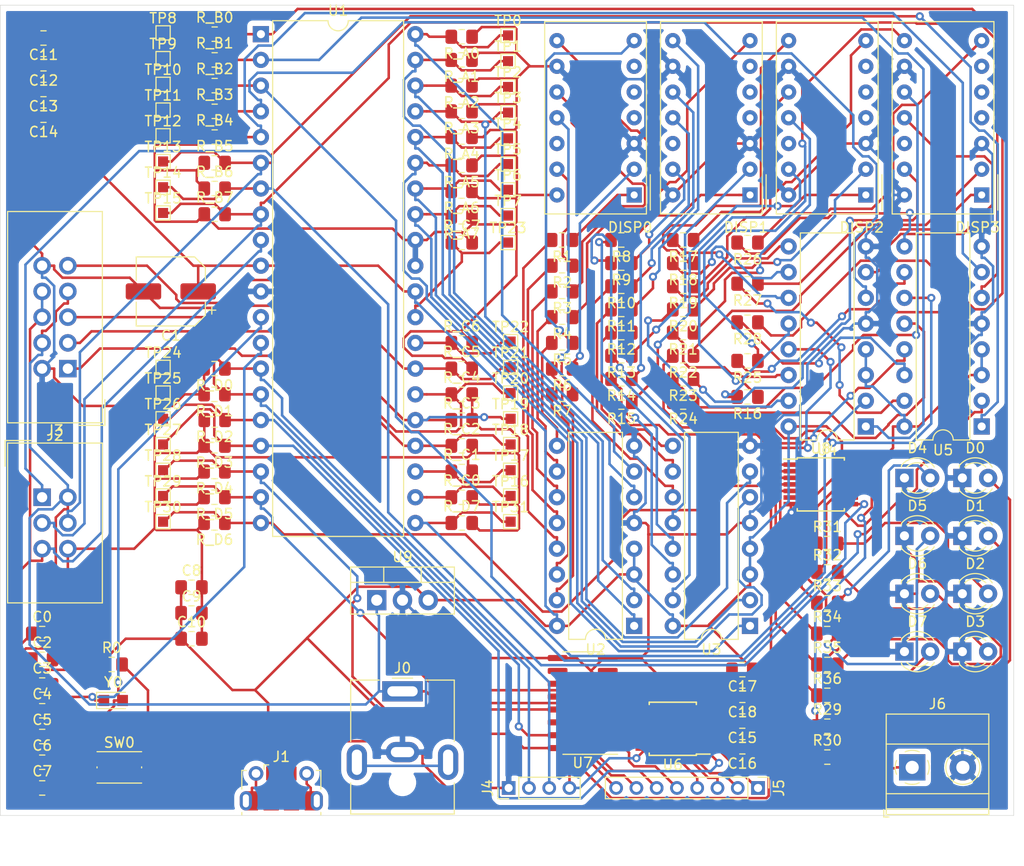
<source format=kicad_pcb>
(kicad_pcb (version 20171130) (host pcbnew 5.1.4)

  (general
    (thickness 1.6)
    (drawings 4)
    (tracks 1797)
    (zones 0)
    (modules 150)
    (nets 149)
  )

  (page A4)
  (layers
    (0 F.Cu signal)
    (31 B.Cu signal)
    (32 B.Adhes user)
    (33 F.Adhes user)
    (34 B.Paste user)
    (35 F.Paste user)
    (36 B.SilkS user)
    (37 F.SilkS user)
    (38 B.Mask user)
    (39 F.Mask user)
    (40 Dwgs.User user)
    (41 Cmts.User user)
    (42 Eco1.User user)
    (43 Eco2.User user)
    (44 Edge.Cuts user)
    (45 Margin user)
    (46 B.CrtYd user)
    (47 F.CrtYd user)
    (48 B.Fab user)
    (49 F.Fab user)
  )

  (setup
    (last_trace_width 0.25)
    (trace_clearance 0.2)
    (zone_clearance 0.508)
    (zone_45_only no)
    (trace_min 0.2)
    (via_size 0.8)
    (via_drill 0.4)
    (via_min_size 0.4)
    (via_min_drill 0.3)
    (uvia_size 0.8)
    (uvia_drill 0.4)
    (uvias_allowed no)
    (uvia_min_size 0.2)
    (uvia_min_drill 0.1)
    (edge_width 0.05)
    (segment_width 0.18)
    (pcb_text_width 0.3)
    (pcb_text_size 1.5 1.5)
    (mod_edge_width 0.12)
    (mod_text_size 1 1)
    (mod_text_width 0.15)
    (pad_size 1.15 1.4)
    (pad_drill 0)
    (pad_to_mask_clearance 0.051)
    (solder_mask_min_width 0.25)
    (aux_axis_origin 0 0)
    (visible_elements 7FFFFFFF)
    (pcbplotparams
      (layerselection 0x010fc_ffffffff)
      (usegerberextensions false)
      (usegerberattributes false)
      (usegerberadvancedattributes false)
      (creategerberjobfile false)
      (excludeedgelayer true)
      (linewidth 0.100000)
      (plotframeref false)
      (viasonmask false)
      (mode 1)
      (useauxorigin false)
      (hpglpennumber 1)
      (hpglpenspeed 20)
      (hpglpendiameter 15.000000)
      (psnegative false)
      (psa4output false)
      (plotreference true)
      (plotvalue true)
      (plotinvisibletext false)
      (padsonsilk false)
      (subtractmaskfromsilk false)
      (outputformat 1)
      (mirror false)
      (drillshape 1)
      (scaleselection 1)
      (outputdirectory "fabrication/"))
  )

  (net 0 "")
  (net 1 Vss)
  (net 2 "Net-(C0-Pad1)")
  (net 3 Vdd)
  (net 4 "Net-(C3-Pad1)")
  (net 5 "Net-(C4-Pad1)")
  (net 6 NRST)
  (net 7 "Net-(D0-Pad2)")
  (net 8 "Net-(D1-Pad2)")
  (net 9 "Net-(D2-Pad2)")
  (net 10 "Net-(D3-Pad2)")
  (net 11 "Net-(D4-Pad2)")
  (net 12 "Net-(D5-Pad2)")
  (net 13 "Net-(D6-Pad2)")
  (net 14 "Net-(D7-Pad2)")
  (net 15 "Net-(DISP0-Pad10)")
  (net 16 "Net-(DISP0-Pad7)")
  (net 17 "Net-(DISP0-Pad6)")
  (net 18 "Net-(DISP0-Pad4)")
  (net 19 "Net-(DISP0-Pad2)")
  (net 20 "Net-(DISP1-Pad10)")
  (net 21 "Net-(DISP1-Pad7)")
  (net 22 "Net-(DISP1-Pad6)")
  (net 23 "Net-(DISP1-Pad4)")
  (net 24 "Net-(DISP1-Pad2)")
  (net 25 "Net-(DISP2-Pad10)")
  (net 26 "Net-(DISP2-Pad7)")
  (net 27 "Net-(DISP2-Pad6)")
  (net 28 "Net-(DISP2-Pad4)")
  (net 29 "Net-(DISP2-Pad2)")
  (net 30 "Net-(DISP3-Pad10)")
  (net 31 "Net-(DISP3-Pad7)")
  (net 32 "Net-(DISP3-Pad6)")
  (net 33 "Net-(DISP3-Pad4)")
  (net 34 "Net-(DISP3-Pad2)")
  (net 35 "Net-(J0-PadMP)")
  (net 36 "Net-(J1-Pad6)")
  (net 37 "Net-(J1-Pad3)")
  (net 38 "Net-(J1-Pad4)")
  (net 39 "Net-(J1-Pad2)")
  (net 40 TDI)
  (net 41 TMS)
  (net 42 TDO)
  (net 43 TCK)
  (net 44 MOSI)
  (net 45 SCK)
  (net 46 MISO)
  (net 47 RXD)
  (net 48 TXD)
  (net 49 "Net-(J5-Pad8)")
  (net 50 "Net-(J5-Pad7)")
  (net 51 "Net-(J5-Pad6)")
  (net 52 "Net-(J5-Pad5)")
  (net 53 "Net-(J5-Pad4)")
  (net 54 "Net-(J5-Pad3)")
  (net 55 "Net-(J5-Pad2)")
  (net 56 "Net-(J5-Pad1)")
  (net 57 "Net-(R1-Pad2)")
  (net 58 "Net-(R2-Pad2)")
  (net 59 "Net-(R3-Pad2)")
  (net 60 "Net-(R4-Pad2)")
  (net 61 "Net-(R5-Pad2)")
  (net 62 "Net-(R6-Pad2)")
  (net 63 "Net-(R7-Pad2)")
  (net 64 "Net-(R8-Pad2)")
  (net 65 "Net-(R9-Pad2)")
  (net 66 "Net-(R10-Pad2)")
  (net 67 "Net-(R11-Pad2)")
  (net 68 "Net-(R12-Pad2)")
  (net 69 "Net-(R13-Pad2)")
  (net 70 "Net-(R14-Pad2)")
  (net 71 "Net-(R15-Pad2)")
  (net 72 "Net-(R16-Pad2)")
  (net 73 "Net-(R17-Pad2)")
  (net 74 "Net-(R18-Pad2)")
  (net 75 "Net-(R19-Pad2)")
  (net 76 "Net-(R20-Pad2)")
  (net 77 "Net-(R21-Pad2)")
  (net 78 "Net-(R22-Pad2)")
  (net 79 "Net-(R23-Pad2)")
  (net 80 "Net-(R24-Pad2)")
  (net 81 "Net-(R25-Pad2)")
  (net 82 "Net-(R26-Pad2)")
  (net 83 "Net-(R27-Pad2)")
  (net 84 "Net-(R28-Pad2)")
  (net 85 "Net-(R29-Pad1)")
  (net 86 "Net-(R30-Pad1)")
  (net 87 "Net-(R31-Pad1)")
  (net 88 "Net-(R32-Pad1)")
  (net 89 "Net-(R33-Pad1)")
  (net 90 "Net-(R34-Pad1)")
  (net 91 "Net-(R35-Pad1)")
  (net 92 "Net-(R36-Pad1)")
  (net 93 /Display/CHAR0_0)
  (net 94 /Display/CHAR0_1)
  (net 95 /Display/CHAR0_2)
  (net 96 /Display/CHAR0_3)
  (net 97 /Display/CHAR1_0)
  (net 98 /Display/CHAR1_1)
  (net 99 /Display/CHAR1_2)
  (net 100 /Display/CHAR1_3)
  (net 101 /Display/CHAR2_0)
  (net 102 /Display/CHAR2_1)
  (net 103 /Display/CHAR2_2)
  (net 104 /Display/CHAR2_3)
  (net 105 /Display/CHAR3_0)
  (net 106 "Net-(R_C0-Pad1)")
  (net 107 "Net-(R_C1-Pad1)")
  (net 108 "Net-(R_C6-Pad1)")
  (net 109 "Net-(R_C7-Pad1)")
  (net 110 LOAD)
  (net 111 ROWS)
  (net 112 COLUMNS)
  (net 113 CLK_BUTTONS)
  (net 114 STATUS)
  (net 115 CLK_STATUS)
  (net 116 "Net-(U6-Pad13)")
  (net 117 "Net-(U6-Pad12)")
  (net 118 "Net-(U6-Pad11)")
  (net 119 "Net-(U6-Pad10)")
  (net 120 "Net-(U7-Pad14)")
  (net 121 "Net-(U7-Pad12)")
  (net 122 "Net-(U7-Pad11)")
  (net 123 "Net-(U7-Pad10)")
  (net 124 "Net-(U7-Pad1)")
  (net 125 "Net-(DISP0-Pad1)")
  (net 126 "Net-(DISP0-Pad5)")
  (net 127 "Net-(DISP0-Pad8)")
  (net 128 "Net-(DISP0-Pad11)")
  (net 129 "Net-(DISP0-Pad12)")
  (net 130 "Net-(DISP0-Pad13)")
  (net 131 "Net-(DISP1-Pad13)")
  (net 132 "Net-(DISP1-Pad12)")
  (net 133 "Net-(DISP1-Pad11)")
  (net 134 "Net-(DISP1-Pad8)")
  (net 135 "Net-(DISP1-Pad5)")
  (net 136 "Net-(DISP1-Pad1)")
  (net 137 "Net-(DISP2-Pad1)")
  (net 138 "Net-(DISP2-Pad5)")
  (net 139 "Net-(DISP2-Pad8)")
  (net 140 "Net-(DISP2-Pad11)")
  (net 141 "Net-(DISP2-Pad12)")
  (net 142 "Net-(DISP2-Pad13)")
  (net 143 "Net-(DISP3-Pad13)")
  (net 144 "Net-(DISP3-Pad12)")
  (net 145 "Net-(DISP3-Pad11)")
  (net 146 "Net-(DISP3-Pad8)")
  (net 147 "Net-(DISP3-Pad5)")
  (net 148 "Net-(DISP3-Pad1)")

  (net_class Default "Dies ist die voreingestellte Netzklasse."
    (clearance 0.2)
    (trace_width 0.25)
    (via_dia 0.8)
    (via_drill 0.4)
    (uvia_dia 0.8)
    (uvia_drill 0.4)
    (diff_pair_width 0.2)
    (diff_pair_gap 0.5)
    (add_net /Display/CHAR0_0)
    (add_net /Display/CHAR0_1)
    (add_net /Display/CHAR0_2)
    (add_net /Display/CHAR0_3)
    (add_net /Display/CHAR1_0)
    (add_net /Display/CHAR1_1)
    (add_net /Display/CHAR1_2)
    (add_net /Display/CHAR1_3)
    (add_net /Display/CHAR2_0)
    (add_net /Display/CHAR2_1)
    (add_net /Display/CHAR2_2)
    (add_net /Display/CHAR2_3)
    (add_net /Display/CHAR3_0)
    (add_net CLK_BUTTONS)
    (add_net CLK_STATUS)
    (add_net COLUMNS)
    (add_net LOAD)
    (add_net MISO)
    (add_net MOSI)
    (add_net NRST)
    (add_net "Net-(C0-Pad1)")
    (add_net "Net-(C3-Pad1)")
    (add_net "Net-(C4-Pad1)")
    (add_net "Net-(D0-Pad2)")
    (add_net "Net-(D1-Pad2)")
    (add_net "Net-(D2-Pad2)")
    (add_net "Net-(D3-Pad2)")
    (add_net "Net-(D4-Pad2)")
    (add_net "Net-(D5-Pad2)")
    (add_net "Net-(D6-Pad2)")
    (add_net "Net-(D7-Pad2)")
    (add_net "Net-(DISP0-Pad1)")
    (add_net "Net-(DISP0-Pad10)")
    (add_net "Net-(DISP0-Pad11)")
    (add_net "Net-(DISP0-Pad12)")
    (add_net "Net-(DISP0-Pad13)")
    (add_net "Net-(DISP0-Pad2)")
    (add_net "Net-(DISP0-Pad4)")
    (add_net "Net-(DISP0-Pad5)")
    (add_net "Net-(DISP0-Pad6)")
    (add_net "Net-(DISP0-Pad7)")
    (add_net "Net-(DISP0-Pad8)")
    (add_net "Net-(DISP1-Pad1)")
    (add_net "Net-(DISP1-Pad10)")
    (add_net "Net-(DISP1-Pad11)")
    (add_net "Net-(DISP1-Pad12)")
    (add_net "Net-(DISP1-Pad13)")
    (add_net "Net-(DISP1-Pad2)")
    (add_net "Net-(DISP1-Pad4)")
    (add_net "Net-(DISP1-Pad5)")
    (add_net "Net-(DISP1-Pad6)")
    (add_net "Net-(DISP1-Pad7)")
    (add_net "Net-(DISP1-Pad8)")
    (add_net "Net-(DISP2-Pad1)")
    (add_net "Net-(DISP2-Pad10)")
    (add_net "Net-(DISP2-Pad11)")
    (add_net "Net-(DISP2-Pad12)")
    (add_net "Net-(DISP2-Pad13)")
    (add_net "Net-(DISP2-Pad2)")
    (add_net "Net-(DISP2-Pad4)")
    (add_net "Net-(DISP2-Pad5)")
    (add_net "Net-(DISP2-Pad6)")
    (add_net "Net-(DISP2-Pad7)")
    (add_net "Net-(DISP2-Pad8)")
    (add_net "Net-(DISP3-Pad1)")
    (add_net "Net-(DISP3-Pad10)")
    (add_net "Net-(DISP3-Pad11)")
    (add_net "Net-(DISP3-Pad12)")
    (add_net "Net-(DISP3-Pad13)")
    (add_net "Net-(DISP3-Pad2)")
    (add_net "Net-(DISP3-Pad4)")
    (add_net "Net-(DISP3-Pad5)")
    (add_net "Net-(DISP3-Pad6)")
    (add_net "Net-(DISP3-Pad7)")
    (add_net "Net-(DISP3-Pad8)")
    (add_net "Net-(J0-PadMP)")
    (add_net "Net-(J1-Pad2)")
    (add_net "Net-(J1-Pad3)")
    (add_net "Net-(J1-Pad4)")
    (add_net "Net-(J1-Pad6)")
    (add_net "Net-(J5-Pad1)")
    (add_net "Net-(J5-Pad2)")
    (add_net "Net-(J5-Pad3)")
    (add_net "Net-(J5-Pad4)")
    (add_net "Net-(J5-Pad5)")
    (add_net "Net-(J5-Pad6)")
    (add_net "Net-(J5-Pad7)")
    (add_net "Net-(J5-Pad8)")
    (add_net "Net-(R1-Pad2)")
    (add_net "Net-(R10-Pad2)")
    (add_net "Net-(R11-Pad2)")
    (add_net "Net-(R12-Pad2)")
    (add_net "Net-(R13-Pad2)")
    (add_net "Net-(R14-Pad2)")
    (add_net "Net-(R15-Pad2)")
    (add_net "Net-(R16-Pad2)")
    (add_net "Net-(R17-Pad2)")
    (add_net "Net-(R18-Pad2)")
    (add_net "Net-(R19-Pad2)")
    (add_net "Net-(R2-Pad2)")
    (add_net "Net-(R20-Pad2)")
    (add_net "Net-(R21-Pad2)")
    (add_net "Net-(R22-Pad2)")
    (add_net "Net-(R23-Pad2)")
    (add_net "Net-(R24-Pad2)")
    (add_net "Net-(R25-Pad2)")
    (add_net "Net-(R26-Pad2)")
    (add_net "Net-(R27-Pad2)")
    (add_net "Net-(R28-Pad2)")
    (add_net "Net-(R29-Pad1)")
    (add_net "Net-(R3-Pad2)")
    (add_net "Net-(R30-Pad1)")
    (add_net "Net-(R31-Pad1)")
    (add_net "Net-(R32-Pad1)")
    (add_net "Net-(R33-Pad1)")
    (add_net "Net-(R34-Pad1)")
    (add_net "Net-(R35-Pad1)")
    (add_net "Net-(R36-Pad1)")
    (add_net "Net-(R4-Pad2)")
    (add_net "Net-(R5-Pad2)")
    (add_net "Net-(R6-Pad2)")
    (add_net "Net-(R7-Pad2)")
    (add_net "Net-(R8-Pad2)")
    (add_net "Net-(R9-Pad2)")
    (add_net "Net-(R_C0-Pad1)")
    (add_net "Net-(R_C1-Pad1)")
    (add_net "Net-(R_C6-Pad1)")
    (add_net "Net-(R_C7-Pad1)")
    (add_net "Net-(U6-Pad10)")
    (add_net "Net-(U6-Pad11)")
    (add_net "Net-(U6-Pad12)")
    (add_net "Net-(U6-Pad13)")
    (add_net "Net-(U7-Pad1)")
    (add_net "Net-(U7-Pad10)")
    (add_net "Net-(U7-Pad11)")
    (add_net "Net-(U7-Pad12)")
    (add_net "Net-(U7-Pad14)")
    (add_net ROWS)
    (add_net RXD)
    (add_net SCK)
    (add_net STATUS)
    (add_net TCK)
    (add_net TDI)
    (add_net TDO)
    (add_net TMS)
    (add_net TXD)
    (add_net Vdd)
    (add_net Vss)
  )

  (module Connector_PinHeader_2.00mm:PinHeader_1x08_P2.00mm_Vertical (layer F.Cu) (tedit 59FED667) (tstamp 5DDBCF1D)
    (at 94.772 97.282 270)
    (descr "Through hole straight pin header, 1x08, 2.00mm pitch, single row")
    (tags "Through hole pin header THT 1x08 2.00mm single row")
    (path /5DDEAC3F/5DDED974)
    (fp_text reference J5 (at 0 -2.06 90) (layer F.SilkS)
      (effects (font (size 1 1) (thickness 0.15)))
    )
    (fp_text value Conn_01x08_Female (at 0 16.06 90) (layer F.Fab)
      (effects (font (size 1 1) (thickness 0.15)))
    )
    (fp_text user %R (at 0 7) (layer F.Fab)
      (effects (font (size 1 1) (thickness 0.15)))
    )
    (fp_line (start 1.5 -1.5) (end -1.5 -1.5) (layer F.CrtYd) (width 0.05))
    (fp_line (start 1.5 15.5) (end 1.5 -1.5) (layer F.CrtYd) (width 0.05))
    (fp_line (start -1.5 15.5) (end 1.5 15.5) (layer F.CrtYd) (width 0.05))
    (fp_line (start -1.5 -1.5) (end -1.5 15.5) (layer F.CrtYd) (width 0.05))
    (fp_line (start -1.06 -1.06) (end 0 -1.06) (layer F.SilkS) (width 0.12))
    (fp_line (start -1.06 0) (end -1.06 -1.06) (layer F.SilkS) (width 0.12))
    (fp_line (start -1.06 1) (end 1.06 1) (layer F.SilkS) (width 0.12))
    (fp_line (start 1.06 1) (end 1.06 15.06) (layer F.SilkS) (width 0.12))
    (fp_line (start -1.06 1) (end -1.06 15.06) (layer F.SilkS) (width 0.12))
    (fp_line (start -1.06 15.06) (end 1.06 15.06) (layer F.SilkS) (width 0.12))
    (fp_line (start -1 -0.5) (end -0.5 -1) (layer F.Fab) (width 0.1))
    (fp_line (start -1 15) (end -1 -0.5) (layer F.Fab) (width 0.1))
    (fp_line (start 1 15) (end -1 15) (layer F.Fab) (width 0.1))
    (fp_line (start 1 -1) (end 1 15) (layer F.Fab) (width 0.1))
    (fp_line (start -0.5 -1) (end 1 -1) (layer F.Fab) (width 0.1))
    (pad 8 thru_hole oval (at 0 14 270) (size 1.35 1.35) (drill 0.8) (layers *.Cu *.Mask)
      (net 49 "Net-(J5-Pad8)"))
    (pad 7 thru_hole oval (at 0 12 270) (size 1.35 1.35) (drill 0.8) (layers *.Cu *.Mask)
      (net 50 "Net-(J5-Pad7)"))
    (pad 6 thru_hole oval (at 0 10 270) (size 1.35 1.35) (drill 0.8) (layers *.Cu *.Mask)
      (net 51 "Net-(J5-Pad6)"))
    (pad 5 thru_hole oval (at 0 8 270) (size 1.35 1.35) (drill 0.8) (layers *.Cu *.Mask)
      (net 52 "Net-(J5-Pad5)"))
    (pad 4 thru_hole oval (at 0 6 270) (size 1.35 1.35) (drill 0.8) (layers *.Cu *.Mask)
      (net 53 "Net-(J5-Pad4)"))
    (pad 3 thru_hole oval (at 0 4 270) (size 1.35 1.35) (drill 0.8) (layers *.Cu *.Mask)
      (net 54 "Net-(J5-Pad3)"))
    (pad 2 thru_hole oval (at 0 2 270) (size 1.35 1.35) (drill 0.8) (layers *.Cu *.Mask)
      (net 55 "Net-(J5-Pad2)"))
    (pad 1 thru_hole rect (at 0 0 270) (size 1.35 1.35) (drill 0.8) (layers *.Cu *.Mask)
      (net 56 "Net-(J5-Pad1)"))
    (model ${KISYS3DMOD}/Connector_PinHeader_2.00mm.3dshapes/PinHeader_1x08_P2.00mm_Vertical.wrl
      (at (xyz 0 0 0))
      (scale (xyz 1 1 1))
      (rotate (xyz 0 0 0))
    )
  )

  (module Connector_PinHeader_2.00mm:PinHeader_1x04_P2.00mm_Vertical (layer F.Cu) (tedit 59FED667) (tstamp 5DDBCEFF)
    (at 70.168 97.282 90)
    (descr "Through hole straight pin header, 1x04, 2.00mm pitch, single row")
    (tags "Through hole pin header THT 1x04 2.00mm single row")
    (path /5DD71B42)
    (fp_text reference J4 (at 0 -2.06 90) (layer F.SilkS)
      (effects (font (size 1 1) (thickness 0.15)))
    )
    (fp_text value Conn_01x04_Female (at 0 8.06 90) (layer F.Fab)
      (effects (font (size 1 1) (thickness 0.15)))
    )
    (fp_text user %R (at 0 3) (layer F.Fab)
      (effects (font (size 1 1) (thickness 0.15)))
    )
    (fp_line (start 1.5 -1.5) (end -1.5 -1.5) (layer F.CrtYd) (width 0.05))
    (fp_line (start 1.5 7.5) (end 1.5 -1.5) (layer F.CrtYd) (width 0.05))
    (fp_line (start -1.5 7.5) (end 1.5 7.5) (layer F.CrtYd) (width 0.05))
    (fp_line (start -1.5 -1.5) (end -1.5 7.5) (layer F.CrtYd) (width 0.05))
    (fp_line (start -1.06 -1.06) (end 0 -1.06) (layer F.SilkS) (width 0.12))
    (fp_line (start -1.06 0) (end -1.06 -1.06) (layer F.SilkS) (width 0.12))
    (fp_line (start -1.06 1) (end 1.06 1) (layer F.SilkS) (width 0.12))
    (fp_line (start 1.06 1) (end 1.06 7.06) (layer F.SilkS) (width 0.12))
    (fp_line (start -1.06 1) (end -1.06 7.06) (layer F.SilkS) (width 0.12))
    (fp_line (start -1.06 7.06) (end 1.06 7.06) (layer F.SilkS) (width 0.12))
    (fp_line (start -1 -0.5) (end -0.5 -1) (layer F.Fab) (width 0.1))
    (fp_line (start -1 7) (end -1 -0.5) (layer F.Fab) (width 0.1))
    (fp_line (start 1 7) (end -1 7) (layer F.Fab) (width 0.1))
    (fp_line (start 1 -1) (end 1 7) (layer F.Fab) (width 0.1))
    (fp_line (start -0.5 -1) (end 1 -1) (layer F.Fab) (width 0.1))
    (pad 4 thru_hole oval (at 0 6 90) (size 1.35 1.35) (drill 0.8) (layers *.Cu *.Mask)
      (net 3 Vdd))
    (pad 3 thru_hole oval (at 0 4 90) (size 1.35 1.35) (drill 0.8) (layers *.Cu *.Mask)
      (net 47 RXD))
    (pad 2 thru_hole oval (at 0 2 90) (size 1.35 1.35) (drill 0.8) (layers *.Cu *.Mask)
      (net 48 TXD))
    (pad 1 thru_hole rect (at 0 0 90) (size 1.35 1.35) (drill 0.8) (layers *.Cu *.Mask)
      (net 1 Vss))
    (model ${KISYS3DMOD}/Connector_PinHeader_2.00mm.3dshapes/PinHeader_1x04_P2.00mm_Vertical.wrl
      (at (xyz 0 0 0))
      (scale (xyz 1 1 1))
      (rotate (xyz 0 0 0))
    )
  )

  (module Package_DIP:DIP-40_W15.24mm (layer F.Cu) (tedit 5A02E8C5) (tstamp 5DDBD5F0)
    (at 45.72 22.86)
    (descr "40-lead though-hole mounted DIP package, row spacing 15.24 mm (600 mils)")
    (tags "THT DIP DIL PDIP 2.54mm 15.24mm 600mil")
    (path /5DB85A9E)
    (fp_text reference U1 (at 7.62 -2.33) (layer F.SilkS)
      (effects (font (size 1 1) (thickness 0.15)))
    )
    (fp_text value ATmega16A-PU (at 7.62 50.59) (layer F.Fab)
      (effects (font (size 1 1) (thickness 0.15)))
    )
    (fp_text user %R (at 7.62 24.13) (layer F.Fab)
      (effects (font (size 1 1) (thickness 0.15)))
    )
    (fp_line (start 16.3 -1.55) (end -1.05 -1.55) (layer F.CrtYd) (width 0.05))
    (fp_line (start 16.3 49.8) (end 16.3 -1.55) (layer F.CrtYd) (width 0.05))
    (fp_line (start -1.05 49.8) (end 16.3 49.8) (layer F.CrtYd) (width 0.05))
    (fp_line (start -1.05 -1.55) (end -1.05 49.8) (layer F.CrtYd) (width 0.05))
    (fp_line (start 14.08 -1.33) (end 8.62 -1.33) (layer F.SilkS) (width 0.12))
    (fp_line (start 14.08 49.59) (end 14.08 -1.33) (layer F.SilkS) (width 0.12))
    (fp_line (start 1.16 49.59) (end 14.08 49.59) (layer F.SilkS) (width 0.12))
    (fp_line (start 1.16 -1.33) (end 1.16 49.59) (layer F.SilkS) (width 0.12))
    (fp_line (start 6.62 -1.33) (end 1.16 -1.33) (layer F.SilkS) (width 0.12))
    (fp_line (start 0.255 -0.27) (end 1.255 -1.27) (layer F.Fab) (width 0.1))
    (fp_line (start 0.255 49.53) (end 0.255 -0.27) (layer F.Fab) (width 0.1))
    (fp_line (start 14.985 49.53) (end 0.255 49.53) (layer F.Fab) (width 0.1))
    (fp_line (start 14.985 -1.27) (end 14.985 49.53) (layer F.Fab) (width 0.1))
    (fp_line (start 1.255 -1.27) (end 14.985 -1.27) (layer F.Fab) (width 0.1))
    (fp_arc (start 7.62 -1.33) (end 6.62 -1.33) (angle -180) (layer F.SilkS) (width 0.12))
    (pad 40 thru_hole oval (at 15.24 0) (size 1.6 1.6) (drill 0.8) (layers *.Cu *.Mask)
      (net 93 /Display/CHAR0_0))
    (pad 20 thru_hole oval (at 0 48.26) (size 1.6 1.6) (drill 0.8) (layers *.Cu *.Mask)
      (net 114 STATUS))
    (pad 39 thru_hole oval (at 15.24 2.54) (size 1.6 1.6) (drill 0.8) (layers *.Cu *.Mask)
      (net 94 /Display/CHAR0_1))
    (pad 19 thru_hole oval (at 0 45.72) (size 1.6 1.6) (drill 0.8) (layers *.Cu *.Mask)
      (net 113 CLK_BUTTONS))
    (pad 38 thru_hole oval (at 15.24 5.08) (size 1.6 1.6) (drill 0.8) (layers *.Cu *.Mask)
      (net 95 /Display/CHAR0_2))
    (pad 18 thru_hole oval (at 0 43.18) (size 1.6 1.6) (drill 0.8) (layers *.Cu *.Mask)
      (net 112 COLUMNS))
    (pad 37 thru_hole oval (at 15.24 7.62) (size 1.6 1.6) (drill 0.8) (layers *.Cu *.Mask)
      (net 96 /Display/CHAR0_3))
    (pad 17 thru_hole oval (at 0 40.64) (size 1.6 1.6) (drill 0.8) (layers *.Cu *.Mask)
      (net 111 ROWS))
    (pad 36 thru_hole oval (at 15.24 10.16) (size 1.6 1.6) (drill 0.8) (layers *.Cu *.Mask)
      (net 97 /Display/CHAR1_0))
    (pad 16 thru_hole oval (at 0 38.1) (size 1.6 1.6) (drill 0.8) (layers *.Cu *.Mask)
      (net 110 LOAD))
    (pad 35 thru_hole oval (at 15.24 12.7) (size 1.6 1.6) (drill 0.8) (layers *.Cu *.Mask)
      (net 98 /Display/CHAR1_1))
    (pad 15 thru_hole oval (at 0 35.56) (size 1.6 1.6) (drill 0.8) (layers *.Cu *.Mask)
      (net 48 TXD))
    (pad 34 thru_hole oval (at 15.24 15.24) (size 1.6 1.6) (drill 0.8) (layers *.Cu *.Mask)
      (net 99 /Display/CHAR1_2))
    (pad 14 thru_hole oval (at 0 33.02) (size 1.6 1.6) (drill 0.8) (layers *.Cu *.Mask)
      (net 47 RXD))
    (pad 33 thru_hole oval (at 15.24 17.78) (size 1.6 1.6) (drill 0.8) (layers *.Cu *.Mask)
      (net 100 /Display/CHAR1_3))
    (pad 13 thru_hole oval (at 0 30.48) (size 1.6 1.6) (drill 0.8) (layers *.Cu *.Mask)
      (net 4 "Net-(C3-Pad1)"))
    (pad 32 thru_hole oval (at 15.24 20.32) (size 1.6 1.6) (drill 0.8) (layers *.Cu *.Mask)
      (net 1 Vss))
    (pad 12 thru_hole oval (at 0 27.94) (size 1.6 1.6) (drill 0.8) (layers *.Cu *.Mask)
      (net 5 "Net-(C4-Pad1)"))
    (pad 31 thru_hole oval (at 15.24 22.86) (size 1.6 1.6) (drill 0.8) (layers *.Cu *.Mask)
      (net 1 Vss))
    (pad 11 thru_hole oval (at 0 25.4) (size 1.6 1.6) (drill 0.8) (layers *.Cu *.Mask)
      (net 1 Vss))
    (pad 30 thru_hole oval (at 15.24 25.4) (size 1.6 1.6) (drill 0.8) (layers *.Cu *.Mask)
      (net 3 Vdd))
    (pad 10 thru_hole oval (at 0 22.86) (size 1.6 1.6) (drill 0.8) (layers *.Cu *.Mask)
      (net 3 Vdd))
    (pad 29 thru_hole oval (at 15.24 27.94) (size 1.6 1.6) (drill 0.8) (layers *.Cu *.Mask)
      (net 109 "Net-(R_C7-Pad1)"))
    (pad 9 thru_hole oval (at 0 20.32) (size 1.6 1.6) (drill 0.8) (layers *.Cu *.Mask)
      (net 6 NRST))
    (pad 28 thru_hole oval (at 15.24 30.48) (size 1.6 1.6) (drill 0.8) (layers *.Cu *.Mask)
      (net 108 "Net-(R_C6-Pad1)"))
    (pad 8 thru_hole oval (at 0 17.78) (size 1.6 1.6) (drill 0.8) (layers *.Cu *.Mask)
      (net 45 SCK))
    (pad 27 thru_hole oval (at 15.24 33.02) (size 1.6 1.6) (drill 0.8) (layers *.Cu *.Mask)
      (net 40 TDI))
    (pad 7 thru_hole oval (at 0 15.24) (size 1.6 1.6) (drill 0.8) (layers *.Cu *.Mask)
      (net 46 MISO))
    (pad 26 thru_hole oval (at 15.24 35.56) (size 1.6 1.6) (drill 0.8) (layers *.Cu *.Mask)
      (net 42 TDO))
    (pad 6 thru_hole oval (at 0 12.7) (size 1.6 1.6) (drill 0.8) (layers *.Cu *.Mask)
      (net 44 MOSI))
    (pad 25 thru_hole oval (at 15.24 38.1) (size 1.6 1.6) (drill 0.8) (layers *.Cu *.Mask)
      (net 41 TMS))
    (pad 5 thru_hole oval (at 0 10.16) (size 1.6 1.6) (drill 0.8) (layers *.Cu *.Mask)
      (net 105 /Display/CHAR3_0))
    (pad 24 thru_hole oval (at 15.24 40.64) (size 1.6 1.6) (drill 0.8) (layers *.Cu *.Mask)
      (net 43 TCK))
    (pad 4 thru_hole oval (at 0 7.62) (size 1.6 1.6) (drill 0.8) (layers *.Cu *.Mask)
      (net 104 /Display/CHAR2_3))
    (pad 23 thru_hole oval (at 15.24 43.18) (size 1.6 1.6) (drill 0.8) (layers *.Cu *.Mask)
      (net 107 "Net-(R_C1-Pad1)"))
    (pad 3 thru_hole oval (at 0 5.08) (size 1.6 1.6) (drill 0.8) (layers *.Cu *.Mask)
      (net 103 /Display/CHAR2_2))
    (pad 22 thru_hole oval (at 15.24 45.72) (size 1.6 1.6) (drill 0.8) (layers *.Cu *.Mask)
      (net 106 "Net-(R_C0-Pad1)"))
    (pad 2 thru_hole oval (at 0 2.54) (size 1.6 1.6) (drill 0.8) (layers *.Cu *.Mask)
      (net 102 /Display/CHAR2_1))
    (pad 21 thru_hole oval (at 15.24 48.26) (size 1.6 1.6) (drill 0.8) (layers *.Cu *.Mask)
      (net 115 CLK_STATUS))
    (pad 1 thru_hole rect (at 0 0) (size 1.6 1.6) (drill 0.8) (layers *.Cu *.Mask)
      (net 101 /Display/CHAR2_0))
    (model ${KISYS3DMOD}/Package_DIP.3dshapes/DIP-40_W15.24mm.wrl
      (at (xyz 0 0 0))
      (scale (xyz 1 1 1))
      (rotate (xyz 0 0 0))
    )
  )

  (module Resistor_SMD:R_0805_2012Metric_Pad1.15x1.40mm_HandSolder (layer F.Cu) (tedit 5B36C52B) (tstamp 5DDBD213)
    (at 65.523 33.02 180)
    (descr "Resistor SMD 0805 (2012 Metric), square (rectangular) end terminal, IPC_7351 nominal with elongated pad for handsoldering. (Body size source: https://docs.google.com/spreadsheets/d/1BsfQQcO9C6DZCsRaXUlFlo91Tg2WpOkGARC1WS5S8t0/edit?usp=sharing), generated with kicad-footprint-generator")
    (tags "resistor handsolder")
    (path /5DE41C32)
    (attr smd)
    (fp_text reference R_A4 (at 0 -1.65) (layer F.SilkS)
      (effects (font (size 1 1) (thickness 0.15)))
    )
    (fp_text value R (at 0 1.65) (layer F.Fab)
      (effects (font (size 1 1) (thickness 0.15)))
    )
    (fp_text user %R (at 0 0) (layer F.Fab)
      (effects (font (size 0.5 0.5) (thickness 0.08)))
    )
    (fp_line (start 1.85 0.95) (end -1.85 0.95) (layer F.CrtYd) (width 0.05))
    (fp_line (start 1.85 -0.95) (end 1.85 0.95) (layer F.CrtYd) (width 0.05))
    (fp_line (start -1.85 -0.95) (end 1.85 -0.95) (layer F.CrtYd) (width 0.05))
    (fp_line (start -1.85 0.95) (end -1.85 -0.95) (layer F.CrtYd) (width 0.05))
    (fp_line (start -0.261252 0.71) (end 0.261252 0.71) (layer F.SilkS) (width 0.12))
    (fp_line (start -0.261252 -0.71) (end 0.261252 -0.71) (layer F.SilkS) (width 0.12))
    (fp_line (start 1 0.6) (end -1 0.6) (layer F.Fab) (width 0.1))
    (fp_line (start 1 -0.6) (end 1 0.6) (layer F.Fab) (width 0.1))
    (fp_line (start -1 -0.6) (end 1 -0.6) (layer F.Fab) (width 0.1))
    (fp_line (start -1 0.6) (end -1 -0.6) (layer F.Fab) (width 0.1))
    (pad 2 smd roundrect (at 1.025 0 180) (size 1.15 1.4) (layers F.Cu F.Paste F.Mask) (roundrect_rratio 0.217391)
      (net 97 /Display/CHAR1_0))
    (pad 1 smd roundrect (at -1.025 0 180) (size 1.15 1.4) (layers F.Cu F.Paste F.Mask) (roundrect_rratio 0.217391)
      (net 1 Vss))
    (model ${KISYS3DMOD}/Resistor_SMD.3dshapes/R_0805_2012Metric.wrl
      (at (xyz 0 0 0))
      (scale (xyz 1 1 1))
      (rotate (xyz 0 0 0))
    )
  )

  (module Resistor_SMD:R_0805_2012Metric_Pad1.15x1.40mm_HandSolder (layer F.Cu) (tedit 5B36C52B) (tstamp 5DDBD1CF)
    (at 65.532 23.114 180)
    (descr "Resistor SMD 0805 (2012 Metric), square (rectangular) end terminal, IPC_7351 nominal with elongated pad for handsoldering. (Body size source: https://docs.google.com/spreadsheets/d/1BsfQQcO9C6DZCsRaXUlFlo91Tg2WpOkGARC1WS5S8t0/edit?usp=sharing), generated with kicad-footprint-generator")
    (tags "resistor handsolder")
    (path /5DE3F959)
    (attr smd)
    (fp_text reference R_A0 (at 0 -1.65) (layer F.SilkS)
      (effects (font (size 1 1) (thickness 0.15)))
    )
    (fp_text value R (at 0 1.65) (layer F.Fab)
      (effects (font (size 1 1) (thickness 0.15)))
    )
    (fp_text user %R (at 0 0) (layer F.Fab)
      (effects (font (size 0.5 0.5) (thickness 0.08)))
    )
    (fp_line (start 1.85 0.95) (end -1.85 0.95) (layer F.CrtYd) (width 0.05))
    (fp_line (start 1.85 -0.95) (end 1.85 0.95) (layer F.CrtYd) (width 0.05))
    (fp_line (start -1.85 -0.95) (end 1.85 -0.95) (layer F.CrtYd) (width 0.05))
    (fp_line (start -1.85 0.95) (end -1.85 -0.95) (layer F.CrtYd) (width 0.05))
    (fp_line (start -0.261252 0.71) (end 0.261252 0.71) (layer F.SilkS) (width 0.12))
    (fp_line (start -0.261252 -0.71) (end 0.261252 -0.71) (layer F.SilkS) (width 0.12))
    (fp_line (start 1 0.6) (end -1 0.6) (layer F.Fab) (width 0.1))
    (fp_line (start 1 -0.6) (end 1 0.6) (layer F.Fab) (width 0.1))
    (fp_line (start -1 -0.6) (end 1 -0.6) (layer F.Fab) (width 0.1))
    (fp_line (start -1 0.6) (end -1 -0.6) (layer F.Fab) (width 0.1))
    (pad 2 smd roundrect (at 1.025 0 180) (size 1.15 1.4) (layers F.Cu F.Paste F.Mask) (roundrect_rratio 0.217391)
      (net 93 /Display/CHAR0_0))
    (pad 1 smd roundrect (at -1.025 0 180) (size 1.15 1.4) (layers F.Cu F.Paste F.Mask) (roundrect_rratio 0.217391)
      (net 1 Vss))
    (model ${KISYS3DMOD}/Resistor_SMD.3dshapes/R_0805_2012Metric.wrl
      (at (xyz 0 0 0))
      (scale (xyz 1 1 1))
      (rotate (xyz 0 0 0))
    )
  )

  (module Crystal:Crystal_SMD_2012-2Pin_2.0x1.2mm_HandSoldering (layer F.Cu) (tedit 5A0FD1B2) (tstamp 5DDBD719)
    (at 31.151 88.646)
    (descr "SMD Crystal 2012/2 http://txccrystal.com/images/pdf/9ht11.pdf, hand-soldering, 2.0x1.2mm^2 package")
    (tags "SMD SMT crystal hand-soldering")
    (path /5DCCBC8A)
    (attr smd)
    (fp_text reference Y0 (at 0 -1.8) (layer F.SilkS)
      (effects (font (size 1 1) (thickness 0.15)))
    )
    (fp_text value Crystal (at 0 1.8) (layer F.Fab)
      (effects (font (size 1 1) (thickness 0.15)))
    )
    (fp_circle (center 0 0) (end 0.046667 0) (layer F.Adhes) (width 0.093333))
    (fp_circle (center 0 0) (end 0.106667 0) (layer F.Adhes) (width 0.066667))
    (fp_circle (center 0 0) (end 0.166667 0) (layer F.Adhes) (width 0.066667))
    (fp_circle (center 0 0) (end 0.2 0) (layer F.Adhes) (width 0.1))
    (fp_line (start 1.7 -0.9) (end -1.7 -0.9) (layer F.CrtYd) (width 0.05))
    (fp_line (start 1.7 0.9) (end 1.7 -0.9) (layer F.CrtYd) (width 0.05))
    (fp_line (start -1.7 0.9) (end 1.7 0.9) (layer F.CrtYd) (width 0.05))
    (fp_line (start -1.7 -0.9) (end -1.7 0.9) (layer F.CrtYd) (width 0.05))
    (fp_line (start -1.65 0.8) (end 1.2 0.8) (layer F.SilkS) (width 0.12))
    (fp_line (start -1.65 -0.8) (end -1.65 0.8) (layer F.SilkS) (width 0.12))
    (fp_line (start 1.2 -0.8) (end -1.65 -0.8) (layer F.SilkS) (width 0.12))
    (fp_line (start -1 0.1) (end -0.5 0.6) (layer F.Fab) (width 0.1))
    (fp_line (start 1 -0.6) (end -1 -0.6) (layer F.Fab) (width 0.1))
    (fp_line (start 1 0.6) (end 1 -0.6) (layer F.Fab) (width 0.1))
    (fp_line (start -1 0.6) (end 1 0.6) (layer F.Fab) (width 0.1))
    (fp_line (start -1 -0.6) (end -1 0.6) (layer F.Fab) (width 0.1))
    (fp_text user %R (at 0 0) (layer F.Fab)
      (effects (font (size 0.5 0.5) (thickness 0.075)))
    )
    (pad 2 smd rect (at 0.925 0) (size 1.05 1.1) (layers F.Cu F.Paste F.Mask)
      (net 5 "Net-(C4-Pad1)"))
    (pad 1 smd rect (at -0.925 0) (size 1.05 1.1) (layers F.Cu F.Paste F.Mask)
      (net 4 "Net-(C3-Pad1)"))
    (model ${KISYS3DMOD}/Crystal.3dshapes/Crystal_SMD_2012-2Pin_2.0x1.2mm_HandSoldering.wrl
      (at (xyz 0 0 0))
      (scale (xyz 1 1 1))
      (rotate (xyz 0 0 0))
    )
  )

  (module Package_TO_SOT_THT:TO-220-3_Vertical (layer F.Cu) (tedit 5AC8BA0D) (tstamp 5DDBD702)
    (at 57.15 78.74)
    (descr "TO-220-3, Vertical, RM 2.54mm, see https://www.vishay.com/docs/66542/to-220-1.pdf")
    (tags "TO-220-3 Vertical RM 2.54mm")
    (path /5DE337F2)
    (fp_text reference U9 (at 2.54 -4.27) (layer F.SilkS)
      (effects (font (size 1 1) (thickness 0.15)))
    )
    (fp_text value L7805 (at 2.54 2.5) (layer F.Fab)
      (effects (font (size 1 1) (thickness 0.15)))
    )
    (fp_text user %R (at 2.54 -4.27) (layer F.Fab)
      (effects (font (size 1 1) (thickness 0.15)))
    )
    (fp_line (start 7.79 -3.4) (end -2.71 -3.4) (layer F.CrtYd) (width 0.05))
    (fp_line (start 7.79 1.51) (end 7.79 -3.4) (layer F.CrtYd) (width 0.05))
    (fp_line (start -2.71 1.51) (end 7.79 1.51) (layer F.CrtYd) (width 0.05))
    (fp_line (start -2.71 -3.4) (end -2.71 1.51) (layer F.CrtYd) (width 0.05))
    (fp_line (start 4.391 -3.27) (end 4.391 -1.76) (layer F.SilkS) (width 0.12))
    (fp_line (start 0.69 -3.27) (end 0.69 -1.76) (layer F.SilkS) (width 0.12))
    (fp_line (start -2.58 -1.76) (end 7.66 -1.76) (layer F.SilkS) (width 0.12))
    (fp_line (start 7.66 -3.27) (end 7.66 1.371) (layer F.SilkS) (width 0.12))
    (fp_line (start -2.58 -3.27) (end -2.58 1.371) (layer F.SilkS) (width 0.12))
    (fp_line (start -2.58 1.371) (end 7.66 1.371) (layer F.SilkS) (width 0.12))
    (fp_line (start -2.58 -3.27) (end 7.66 -3.27) (layer F.SilkS) (width 0.12))
    (fp_line (start 4.39 -3.15) (end 4.39 -1.88) (layer F.Fab) (width 0.1))
    (fp_line (start 0.69 -3.15) (end 0.69 -1.88) (layer F.Fab) (width 0.1))
    (fp_line (start -2.46 -1.88) (end 7.54 -1.88) (layer F.Fab) (width 0.1))
    (fp_line (start 7.54 -3.15) (end -2.46 -3.15) (layer F.Fab) (width 0.1))
    (fp_line (start 7.54 1.25) (end 7.54 -3.15) (layer F.Fab) (width 0.1))
    (fp_line (start -2.46 1.25) (end 7.54 1.25) (layer F.Fab) (width 0.1))
    (fp_line (start -2.46 -3.15) (end -2.46 1.25) (layer F.Fab) (width 0.1))
    (pad 3 thru_hole oval (at 5.08 0) (size 1.905 2) (drill 1.1) (layers *.Cu *.Mask)
      (net 3 Vdd))
    (pad 2 thru_hole oval (at 2.54 0) (size 1.905 2) (drill 1.1) (layers *.Cu *.Mask)
      (net 1 Vss))
    (pad 1 thru_hole rect (at 0 0) (size 1.905 2) (drill 1.1) (layers *.Cu *.Mask)
      (net 2 "Net-(C0-Pad1)"))
    (model ${KISYS3DMOD}/Package_TO_SOT_THT.3dshapes/TO-220-3_Vertical.wrl
      (at (xyz 0 0 0))
      (scale (xyz 1 1 1))
      (rotate (xyz 0 0 0))
    )
  )

  (module Package_SO:TSSOP-14_4.4x5mm_P0.65mm (layer F.Cu) (tedit 5A02F25C) (tstamp 5DDBD6E8)
    (at 100.965 67.31)
    (descr "14-Lead Plastic Thin Shrink Small Outline (ST)-4.4 mm Body [TSSOP] (see Microchip Packaging Specification 00000049BS.pdf)")
    (tags "SSOP 0.65")
    (path /5DE30C4A/5DCAE7C2)
    (attr smd)
    (fp_text reference U8 (at 0 -3.55) (layer F.SilkS)
      (effects (font (size 1 1) (thickness 0.15)))
    )
    (fp_text value 74HC164 (at 0 3.55) (layer F.Fab)
      (effects (font (size 1 1) (thickness 0.15)))
    )
    (fp_text user %R (at 0 0) (layer F.Fab)
      (effects (font (size 0.8 0.8) (thickness 0.15)))
    )
    (fp_line (start -2.325 -2.5) (end -3.675 -2.5) (layer F.SilkS) (width 0.15))
    (fp_line (start -2.325 2.625) (end 2.325 2.625) (layer F.SilkS) (width 0.15))
    (fp_line (start -2.325 -2.625) (end 2.325 -2.625) (layer F.SilkS) (width 0.15))
    (fp_line (start -2.325 2.625) (end -2.325 2.4) (layer F.SilkS) (width 0.15))
    (fp_line (start 2.325 2.625) (end 2.325 2.4) (layer F.SilkS) (width 0.15))
    (fp_line (start 2.325 -2.625) (end 2.325 -2.4) (layer F.SilkS) (width 0.15))
    (fp_line (start -2.325 -2.625) (end -2.325 -2.5) (layer F.SilkS) (width 0.15))
    (fp_line (start -3.95 2.8) (end 3.95 2.8) (layer F.CrtYd) (width 0.05))
    (fp_line (start -3.95 -2.8) (end 3.95 -2.8) (layer F.CrtYd) (width 0.05))
    (fp_line (start 3.95 -2.8) (end 3.95 2.8) (layer F.CrtYd) (width 0.05))
    (fp_line (start -3.95 -2.8) (end -3.95 2.8) (layer F.CrtYd) (width 0.05))
    (fp_line (start -2.2 -1.5) (end -1.2 -2.5) (layer F.Fab) (width 0.15))
    (fp_line (start -2.2 2.5) (end -2.2 -1.5) (layer F.Fab) (width 0.15))
    (fp_line (start 2.2 2.5) (end -2.2 2.5) (layer F.Fab) (width 0.15))
    (fp_line (start 2.2 -2.5) (end 2.2 2.5) (layer F.Fab) (width 0.15))
    (fp_line (start -1.2 -2.5) (end 2.2 -2.5) (layer F.Fab) (width 0.15))
    (pad 14 smd rect (at 2.95 -1.95) (size 1.45 0.45) (layers F.Cu F.Paste F.Mask)
      (net 3 Vdd))
    (pad 13 smd rect (at 2.95 -1.3) (size 1.45 0.45) (layers F.Cu F.Paste F.Mask)
      (net 86 "Net-(R30-Pad1)"))
    (pad 12 smd rect (at 2.95 -0.65) (size 1.45 0.45) (layers F.Cu F.Paste F.Mask)
      (net 85 "Net-(R29-Pad1)"))
    (pad 11 smd rect (at 2.95 0) (size 1.45 0.45) (layers F.Cu F.Paste F.Mask)
      (net 87 "Net-(R31-Pad1)"))
    (pad 10 smd rect (at 2.95 0.65) (size 1.45 0.45) (layers F.Cu F.Paste F.Mask)
      (net 88 "Net-(R32-Pad1)"))
    (pad 9 smd rect (at 2.95 1.3) (size 1.45 0.45) (layers F.Cu F.Paste F.Mask)
      (net 3 Vdd))
    (pad 8 smd rect (at 2.95 1.95) (size 1.45 0.45) (layers F.Cu F.Paste F.Mask)
      (net 115 CLK_STATUS))
    (pad 7 smd rect (at -2.95 1.95) (size 1.45 0.45) (layers F.Cu F.Paste F.Mask)
      (net 1 Vss))
    (pad 6 smd rect (at -2.95 1.3) (size 1.45 0.45) (layers F.Cu F.Paste F.Mask)
      (net 89 "Net-(R33-Pad1)"))
    (pad 5 smd rect (at -2.95 0.65) (size 1.45 0.45) (layers F.Cu F.Paste F.Mask)
      (net 90 "Net-(R34-Pad1)"))
    (pad 4 smd rect (at -2.95 0) (size 1.45 0.45) (layers F.Cu F.Paste F.Mask)
      (net 91 "Net-(R35-Pad1)"))
    (pad 3 smd rect (at -2.95 -0.65) (size 1.45 0.45) (layers F.Cu F.Paste F.Mask)
      (net 92 "Net-(R36-Pad1)"))
    (pad 2 smd rect (at -2.95 -1.3) (size 1.45 0.45) (layers F.Cu F.Paste F.Mask)
      (net 114 STATUS))
    (pad 1 smd rect (at -2.95 -1.95) (size 1.45 0.45) (layers F.Cu F.Paste F.Mask)
      (net 114 STATUS))
    (model ${KISYS3DMOD}/Package_SO.3dshapes/TSSOP-14_4.4x5mm_P0.65mm.wrl
      (at (xyz 0 0 0))
      (scale (xyz 1 1 1))
      (rotate (xyz 0 0 0))
    )
  )

  (module Package_SO:SOIC-16_3.9x9.9mm_P1.27mm (layer F.Cu) (tedit 5C97300E) (tstamp 5DDBD6C5)
    (at 77.47 88.9 180)
    (descr "SOIC, 16 Pin (JEDEC MS-012AC, https://www.analog.com/media/en/package-pcb-resources/package/pkg_pdf/soic_narrow-r/r_16.pdf), generated with kicad-footprint-generator ipc_gullwing_generator.py")
    (tags "SOIC SO")
    (path /5DDEAC3F/5DCEF9EB)
    (attr smd)
    (fp_text reference U7 (at 0 -5.9) (layer F.SilkS)
      (effects (font (size 1 1) (thickness 0.15)))
    )
    (fp_text value 74LS166 (at 0 5.9) (layer F.Fab)
      (effects (font (size 1 1) (thickness 0.15)))
    )
    (fp_text user %R (at 0.635 2.54) (layer F.Fab)
      (effects (font (size 0.98 0.98) (thickness 0.15)))
    )
    (fp_line (start 3.7 -5.2) (end -3.7 -5.2) (layer F.CrtYd) (width 0.05))
    (fp_line (start 3.7 5.2) (end 3.7 -5.2) (layer F.CrtYd) (width 0.05))
    (fp_line (start -3.7 5.2) (end 3.7 5.2) (layer F.CrtYd) (width 0.05))
    (fp_line (start -3.7 -5.2) (end -3.7 5.2) (layer F.CrtYd) (width 0.05))
    (fp_line (start -1.95 -3.975) (end -0.975 -4.95) (layer F.Fab) (width 0.1))
    (fp_line (start -1.95 4.95) (end -1.95 -3.975) (layer F.Fab) (width 0.1))
    (fp_line (start 1.95 4.95) (end -1.95 4.95) (layer F.Fab) (width 0.1))
    (fp_line (start 1.95 -4.95) (end 1.95 4.95) (layer F.Fab) (width 0.1))
    (fp_line (start -0.975 -4.95) (end 1.95 -4.95) (layer F.Fab) (width 0.1))
    (fp_line (start 0 -5.06) (end -3.45 -5.06) (layer F.SilkS) (width 0.12))
    (fp_line (start 0 -5.06) (end 1.95 -5.06) (layer F.SilkS) (width 0.12))
    (fp_line (start 0 5.06) (end -1.95 5.06) (layer F.SilkS) (width 0.12))
    (fp_line (start 0 5.06) (end 1.95 5.06) (layer F.SilkS) (width 0.12))
    (pad 16 smd roundrect (at 2.475 -4.445 180) (size 1.95 0.6) (layers F.Cu F.Paste F.Mask) (roundrect_rratio 0.25)
      (net 3 Vdd))
    (pad 15 smd roundrect (at 2.475 -3.175 180) (size 1.95 0.6) (layers F.Cu F.Paste F.Mask) (roundrect_rratio 0.25)
      (net 110 LOAD))
    (pad 14 smd roundrect (at 2.475 -1.905 180) (size 1.95 0.6) (layers F.Cu F.Paste F.Mask) (roundrect_rratio 0.25)
      (net 120 "Net-(U7-Pad14)"))
    (pad 13 smd roundrect (at 2.475 -0.635 180) (size 1.95 0.6) (layers F.Cu F.Paste F.Mask) (roundrect_rratio 0.25)
      (net 112 COLUMNS))
    (pad 12 smd roundrect (at 2.475 0.635 180) (size 1.95 0.6) (layers F.Cu F.Paste F.Mask) (roundrect_rratio 0.25)
      (net 121 "Net-(U7-Pad12)"))
    (pad 11 smd roundrect (at 2.475 1.905 180) (size 1.95 0.6) (layers F.Cu F.Paste F.Mask) (roundrect_rratio 0.25)
      (net 122 "Net-(U7-Pad11)"))
    (pad 10 smd roundrect (at 2.475 3.175 180) (size 1.95 0.6) (layers F.Cu F.Paste F.Mask) (roundrect_rratio 0.25)
      (net 123 "Net-(U7-Pad10)"))
    (pad 9 smd roundrect (at 2.475 4.445 180) (size 1.95 0.6) (layers F.Cu F.Paste F.Mask) (roundrect_rratio 0.25)
      (net 1 Vss))
    (pad 8 smd roundrect (at -2.475 4.445 180) (size 1.95 0.6) (layers F.Cu F.Paste F.Mask) (roundrect_rratio 0.25)
      (net 1 Vss))
    (pad 7 smd roundrect (at -2.475 3.175 180) (size 1.95 0.6) (layers F.Cu F.Paste F.Mask) (roundrect_rratio 0.25)
      (net 113 CLK_BUTTONS))
    (pad 6 smd roundrect (at -2.475 1.905 180) (size 1.95 0.6) (layers F.Cu F.Paste F.Mask) (roundrect_rratio 0.25)
      (net 1 Vss))
    (pad 5 smd roundrect (at -2.475 0.635 180) (size 1.95 0.6) (layers F.Cu F.Paste F.Mask) (roundrect_rratio 0.25)
      (net 49 "Net-(J5-Pad8)"))
    (pad 4 smd roundrect (at -2.475 -0.635 180) (size 1.95 0.6) (layers F.Cu F.Paste F.Mask) (roundrect_rratio 0.25)
      (net 50 "Net-(J5-Pad7)"))
    (pad 3 smd roundrect (at -2.475 -1.905 180) (size 1.95 0.6) (layers F.Cu F.Paste F.Mask) (roundrect_rratio 0.25)
      (net 51 "Net-(J5-Pad6)"))
    (pad 2 smd roundrect (at -2.475 -3.175 180) (size 1.95 0.6) (layers F.Cu F.Paste F.Mask) (roundrect_rratio 0.25)
      (net 52 "Net-(J5-Pad5)"))
    (pad 1 smd roundrect (at -2.475 -4.445 180) (size 1.95 0.6) (layers F.Cu F.Paste F.Mask) (roundrect_rratio 0.25)
      (net 124 "Net-(U7-Pad1)"))
    (model ${KISYS3DMOD}/Package_SO.3dshapes/SOIC-16_3.9x9.9mm_P1.27mm.wrl
      (at (xyz 0 0 0))
      (scale (xyz 1 1 1))
      (rotate (xyz 0 0 0))
    )
  )

  (module Package_SO:TSSOP-14_4.4x5mm_P0.65mm (layer F.Cu) (tedit 5A02F25C) (tstamp 5DDBD6A3)
    (at 86.36 91.44 180)
    (descr "14-Lead Plastic Thin Shrink Small Outline (ST)-4.4 mm Body [TSSOP] (see Microchip Packaging Specification 00000049BS.pdf)")
    (tags "SSOP 0.65")
    (path /5DDEAC3F/5DCCE5D7)
    (attr smd)
    (fp_text reference U6 (at 0 -3.55) (layer F.SilkS)
      (effects (font (size 1 1) (thickness 0.15)))
    )
    (fp_text value 74HC164 (at 0 3.55) (layer F.Fab)
      (effects (font (size 1 1) (thickness 0.15)))
    )
    (fp_text user %R (at 0 0) (layer F.Fab)
      (effects (font (size 0.8 0.8) (thickness 0.15)))
    )
    (fp_line (start -2.325 -2.5) (end -3.675 -2.5) (layer F.SilkS) (width 0.15))
    (fp_line (start -2.325 2.625) (end 2.325 2.625) (layer F.SilkS) (width 0.15))
    (fp_line (start -2.325 -2.625) (end 2.325 -2.625) (layer F.SilkS) (width 0.15))
    (fp_line (start -2.325 2.625) (end -2.325 2.4) (layer F.SilkS) (width 0.15))
    (fp_line (start 2.325 2.625) (end 2.325 2.4) (layer F.SilkS) (width 0.15))
    (fp_line (start 2.325 -2.625) (end 2.325 -2.4) (layer F.SilkS) (width 0.15))
    (fp_line (start -2.325 -2.625) (end -2.325 -2.5) (layer F.SilkS) (width 0.15))
    (fp_line (start -3.95 2.8) (end 3.95 2.8) (layer F.CrtYd) (width 0.05))
    (fp_line (start -3.95 -2.8) (end 3.95 -2.8) (layer F.CrtYd) (width 0.05))
    (fp_line (start 3.95 -2.8) (end 3.95 2.8) (layer F.CrtYd) (width 0.05))
    (fp_line (start -3.95 -2.8) (end -3.95 2.8) (layer F.CrtYd) (width 0.05))
    (fp_line (start -2.2 -1.5) (end -1.2 -2.5) (layer F.Fab) (width 0.15))
    (fp_line (start -2.2 2.5) (end -2.2 -1.5) (layer F.Fab) (width 0.15))
    (fp_line (start 2.2 2.5) (end -2.2 2.5) (layer F.Fab) (width 0.15))
    (fp_line (start 2.2 -2.5) (end 2.2 2.5) (layer F.Fab) (width 0.15))
    (fp_line (start -1.2 -2.5) (end 2.2 -2.5) (layer F.Fab) (width 0.15))
    (pad 14 smd rect (at 2.95 -1.95 180) (size 1.45 0.45) (layers F.Cu F.Paste F.Mask)
      (net 3 Vdd))
    (pad 13 smd rect (at 2.95 -1.3 180) (size 1.45 0.45) (layers F.Cu F.Paste F.Mask)
      (net 116 "Net-(U6-Pad13)"))
    (pad 12 smd rect (at 2.95 -0.65 180) (size 1.45 0.45) (layers F.Cu F.Paste F.Mask)
      (net 117 "Net-(U6-Pad12)"))
    (pad 11 smd rect (at 2.95 0 180) (size 1.45 0.45) (layers F.Cu F.Paste F.Mask)
      (net 118 "Net-(U6-Pad11)"))
    (pad 10 smd rect (at 2.95 0.65 180) (size 1.45 0.45) (layers F.Cu F.Paste F.Mask)
      (net 119 "Net-(U6-Pad10)"))
    (pad 9 smd rect (at 2.95 1.3 180) (size 1.45 0.45) (layers F.Cu F.Paste F.Mask)
      (net 3 Vdd))
    (pad 8 smd rect (at 2.95 1.95 180) (size 1.45 0.45) (layers F.Cu F.Paste F.Mask)
      (net 113 CLK_BUTTONS))
    (pad 7 smd rect (at -2.95 1.95 180) (size 1.45 0.45) (layers F.Cu F.Paste F.Mask)
      (net 1 Vss))
    (pad 6 smd rect (at -2.95 1.3 180) (size 1.45 0.45) (layers F.Cu F.Paste F.Mask)
      (net 53 "Net-(J5-Pad4)"))
    (pad 5 smd rect (at -2.95 0.65 180) (size 1.45 0.45) (layers F.Cu F.Paste F.Mask)
      (net 54 "Net-(J5-Pad3)"))
    (pad 4 smd rect (at -2.95 0 180) (size 1.45 0.45) (layers F.Cu F.Paste F.Mask)
      (net 55 "Net-(J5-Pad2)"))
    (pad 3 smd rect (at -2.95 -0.65 180) (size 1.45 0.45) (layers F.Cu F.Paste F.Mask)
      (net 56 "Net-(J5-Pad1)"))
    (pad 2 smd rect (at -2.95 -1.3 180) (size 1.45 0.45) (layers F.Cu F.Paste F.Mask)
      (net 111 ROWS))
    (pad 1 smd rect (at -2.95 -1.95 180) (size 1.45 0.45) (layers F.Cu F.Paste F.Mask)
      (net 111 ROWS))
    (model ${KISYS3DMOD}/Package_SO.3dshapes/TSSOP-14_4.4x5mm_P0.65mm.wrl
      (at (xyz 0 0 0))
      (scale (xyz 1 1 1))
      (rotate (xyz 0 0 0))
    )
  )

  (module Package_DIP:DIP-16_W7.62mm (layer F.Cu) (tedit 5A02E8C5) (tstamp 5DDC2218)
    (at 116.84 61.595 180)
    (descr "16-lead though-hole mounted DIP package, row spacing 7.62 mm (300 mils)")
    (tags "THT DIP DIL PDIP 2.54mm 7.62mm 300mil")
    (path /5DD2ECA3/5E335BBF)
    (fp_text reference U5 (at 3.81 -2.33) (layer F.SilkS)
      (effects (font (size 1 1) (thickness 0.15)))
    )
    (fp_text value 4511 (at 3.81 20.11) (layer F.Fab)
      (effects (font (size 1 1) (thickness 0.15)))
    )
    (fp_text user %R (at 3.81 8.89) (layer F.Fab)
      (effects (font (size 1 1) (thickness 0.15)))
    )
    (fp_line (start 8.7 -1.55) (end -1.1 -1.55) (layer F.CrtYd) (width 0.05))
    (fp_line (start 8.7 19.3) (end 8.7 -1.55) (layer F.CrtYd) (width 0.05))
    (fp_line (start -1.1 19.3) (end 8.7 19.3) (layer F.CrtYd) (width 0.05))
    (fp_line (start -1.1 -1.55) (end -1.1 19.3) (layer F.CrtYd) (width 0.05))
    (fp_line (start 6.46 -1.33) (end 4.81 -1.33) (layer F.SilkS) (width 0.12))
    (fp_line (start 6.46 19.11) (end 6.46 -1.33) (layer F.SilkS) (width 0.12))
    (fp_line (start 1.16 19.11) (end 6.46 19.11) (layer F.SilkS) (width 0.12))
    (fp_line (start 1.16 -1.33) (end 1.16 19.11) (layer F.SilkS) (width 0.12))
    (fp_line (start 2.81 -1.33) (end 1.16 -1.33) (layer F.SilkS) (width 0.12))
    (fp_line (start 0.635 -0.27) (end 1.635 -1.27) (layer F.Fab) (width 0.1))
    (fp_line (start 0.635 19.05) (end 0.635 -0.27) (layer F.Fab) (width 0.1))
    (fp_line (start 6.985 19.05) (end 0.635 19.05) (layer F.Fab) (width 0.1))
    (fp_line (start 6.985 -1.27) (end 6.985 19.05) (layer F.Fab) (width 0.1))
    (fp_line (start 1.635 -1.27) (end 6.985 -1.27) (layer F.Fab) (width 0.1))
    (fp_arc (start 3.81 -1.33) (end 2.81 -1.33) (angle -180) (layer F.SilkS) (width 0.12))
    (pad 16 thru_hole oval (at 7.62 0 180) (size 1.6 1.6) (drill 0.8) (layers *.Cu *.Mask)
      (net 3 Vdd))
    (pad 8 thru_hole oval (at 0 17.78 180) (size 1.6 1.6) (drill 0.8) (layers *.Cu *.Mask)
      (net 1 Vss))
    (pad 15 thru_hole oval (at 7.62 2.54 180) (size 1.6 1.6) (drill 0.8) (layers *.Cu *.Mask)
      (net 83 "Net-(R27-Pad2)"))
    (pad 7 thru_hole oval (at 0 15.24 180) (size 1.6 1.6) (drill 0.8) (layers *.Cu *.Mask)
      (net 105 /Display/CHAR3_0))
    (pad 14 thru_hole oval (at 7.62 5.08 180) (size 1.6 1.6) (drill 0.8) (layers *.Cu *.Mask)
      (net 84 "Net-(R28-Pad2)"))
    (pad 6 thru_hole oval (at 0 12.7 180) (size 1.6 1.6) (drill 0.8) (layers *.Cu *.Mask)
      (net 45 SCK))
    (pad 13 thru_hole oval (at 7.62 7.62 180) (size 1.6 1.6) (drill 0.8) (layers *.Cu *.Mask)
      (net 78 "Net-(R22-Pad2)"))
    (pad 5 thru_hole oval (at 0 10.16 180) (size 1.6 1.6) (drill 0.8) (layers *.Cu *.Mask)
      (net 1 Vss))
    (pad 12 thru_hole oval (at 7.62 10.16 180) (size 1.6 1.6) (drill 0.8) (layers *.Cu *.Mask)
      (net 79 "Net-(R23-Pad2)"))
    (pad 4 thru_hole oval (at 0 7.62 180) (size 1.6 1.6) (drill 0.8) (layers *.Cu *.Mask)
      (net 3 Vdd))
    (pad 11 thru_hole oval (at 7.62 12.7 180) (size 1.6 1.6) (drill 0.8) (layers *.Cu *.Mask)
      (net 80 "Net-(R24-Pad2)"))
    (pad 3 thru_hole oval (at 0 5.08 180) (size 1.6 1.6) (drill 0.8) (layers *.Cu *.Mask)
      (net 3 Vdd))
    (pad 10 thru_hole oval (at 7.62 15.24 180) (size 1.6 1.6) (drill 0.8) (layers *.Cu *.Mask)
      (net 81 "Net-(R25-Pad2)"))
    (pad 2 thru_hole oval (at 0 2.54 180) (size 1.6 1.6) (drill 0.8) (layers *.Cu *.Mask)
      (net 46 MISO))
    (pad 9 thru_hole oval (at 7.62 17.78 180) (size 1.6 1.6) (drill 0.8) (layers *.Cu *.Mask)
      (net 82 "Net-(R26-Pad2)"))
    (pad 1 thru_hole rect (at 0 0 180) (size 1.6 1.6) (drill 0.8) (layers *.Cu *.Mask)
      (net 44 MOSI))
    (model ${KISYS3DMOD}/Package_DIP.3dshapes/DIP-16_W7.62mm.wrl
      (at (xyz 0 0 0))
      (scale (xyz 1 1 1))
      (rotate (xyz 0 0 0))
    )
  )

  (module Package_DIP:DIP-16_W7.62mm (layer F.Cu) (tedit 5A02E8C5) (tstamp 5DDBD65C)
    (at 105.41 61.595 180)
    (descr "16-lead though-hole mounted DIP package, row spacing 7.62 mm (300 mils)")
    (tags "THT DIP DIL PDIP 2.54mm 7.62mm 300mil")
    (path /5DD2ECA3/5E3374CE)
    (fp_text reference U4 (at 3.81 -2.33) (layer F.SilkS)
      (effects (font (size 1 1) (thickness 0.15)))
    )
    (fp_text value 4511 (at 3.81 20.11) (layer F.Fab)
      (effects (font (size 1 1) (thickness 0.15)))
    )
    (fp_text user %R (at 3.81 8.89) (layer F.Fab)
      (effects (font (size 1 1) (thickness 0.15)))
    )
    (fp_line (start 8.7 -1.55) (end -1.1 -1.55) (layer F.CrtYd) (width 0.05))
    (fp_line (start 8.7 19.3) (end 8.7 -1.55) (layer F.CrtYd) (width 0.05))
    (fp_line (start -1.1 19.3) (end 8.7 19.3) (layer F.CrtYd) (width 0.05))
    (fp_line (start -1.1 -1.55) (end -1.1 19.3) (layer F.CrtYd) (width 0.05))
    (fp_line (start 6.46 -1.33) (end 4.81 -1.33) (layer F.SilkS) (width 0.12))
    (fp_line (start 6.46 19.11) (end 6.46 -1.33) (layer F.SilkS) (width 0.12))
    (fp_line (start 1.16 19.11) (end 6.46 19.11) (layer F.SilkS) (width 0.12))
    (fp_line (start 1.16 -1.33) (end 1.16 19.11) (layer F.SilkS) (width 0.12))
    (fp_line (start 2.81 -1.33) (end 1.16 -1.33) (layer F.SilkS) (width 0.12))
    (fp_line (start 0.635 -0.27) (end 1.635 -1.27) (layer F.Fab) (width 0.1))
    (fp_line (start 0.635 19.05) (end 0.635 -0.27) (layer F.Fab) (width 0.1))
    (fp_line (start 6.985 19.05) (end 0.635 19.05) (layer F.Fab) (width 0.1))
    (fp_line (start 6.985 -1.27) (end 6.985 19.05) (layer F.Fab) (width 0.1))
    (fp_line (start 1.635 -1.27) (end 6.985 -1.27) (layer F.Fab) (width 0.1))
    (fp_arc (start 3.81 -1.33) (end 2.81 -1.33) (angle -180) (layer F.SilkS) (width 0.12))
    (pad 16 thru_hole oval (at 7.62 0 180) (size 1.6 1.6) (drill 0.8) (layers *.Cu *.Mask)
      (net 3 Vdd))
    (pad 8 thru_hole oval (at 0 17.78 180) (size 1.6 1.6) (drill 0.8) (layers *.Cu *.Mask)
      (net 1 Vss))
    (pad 15 thru_hole oval (at 7.62 2.54 180) (size 1.6 1.6) (drill 0.8) (layers *.Cu *.Mask)
      (net 76 "Net-(R20-Pad2)"))
    (pad 7 thru_hole oval (at 0 15.24 180) (size 1.6 1.6) (drill 0.8) (layers *.Cu *.Mask)
      (net 101 /Display/CHAR2_0))
    (pad 14 thru_hole oval (at 7.62 5.08 180) (size 1.6 1.6) (drill 0.8) (layers *.Cu *.Mask)
      (net 77 "Net-(R21-Pad2)"))
    (pad 6 thru_hole oval (at 0 12.7 180) (size 1.6 1.6) (drill 0.8) (layers *.Cu *.Mask)
      (net 104 /Display/CHAR2_3))
    (pad 13 thru_hole oval (at 7.62 7.62 180) (size 1.6 1.6) (drill 0.8) (layers *.Cu *.Mask)
      (net 71 "Net-(R15-Pad2)"))
    (pad 5 thru_hole oval (at 0 10.16 180) (size 1.6 1.6) (drill 0.8) (layers *.Cu *.Mask)
      (net 1 Vss))
    (pad 12 thru_hole oval (at 7.62 10.16 180) (size 1.6 1.6) (drill 0.8) (layers *.Cu *.Mask)
      (net 72 "Net-(R16-Pad2)"))
    (pad 4 thru_hole oval (at 0 7.62 180) (size 1.6 1.6) (drill 0.8) (layers *.Cu *.Mask)
      (net 3 Vdd))
    (pad 11 thru_hole oval (at 7.62 12.7 180) (size 1.6 1.6) (drill 0.8) (layers *.Cu *.Mask)
      (net 73 "Net-(R17-Pad2)"))
    (pad 3 thru_hole oval (at 0 5.08 180) (size 1.6 1.6) (drill 0.8) (layers *.Cu *.Mask)
      (net 3 Vdd))
    (pad 10 thru_hole oval (at 7.62 15.24 180) (size 1.6 1.6) (drill 0.8) (layers *.Cu *.Mask)
      (net 74 "Net-(R18-Pad2)"))
    (pad 2 thru_hole oval (at 0 2.54 180) (size 1.6 1.6) (drill 0.8) (layers *.Cu *.Mask)
      (net 103 /Display/CHAR2_2))
    (pad 9 thru_hole oval (at 7.62 17.78 180) (size 1.6 1.6) (drill 0.8) (layers *.Cu *.Mask)
      (net 75 "Net-(R19-Pad2)"))
    (pad 1 thru_hole rect (at 0 0 180) (size 1.6 1.6) (drill 0.8) (layers *.Cu *.Mask)
      (net 102 /Display/CHAR2_1))
    (model ${KISYS3DMOD}/Package_DIP.3dshapes/DIP-16_W7.62mm.wrl
      (at (xyz 0 0 0))
      (scale (xyz 1 1 1))
      (rotate (xyz 0 0 0))
    )
  )

  (module Package_DIP:DIP-16_W7.62mm (layer F.Cu) (tedit 5A02E8C5) (tstamp 5DDBD638)
    (at 93.98 81.28 180)
    (descr "16-lead though-hole mounted DIP package, row spacing 7.62 mm (300 mils)")
    (tags "THT DIP DIL PDIP 2.54mm 7.62mm 300mil")
    (path /5DD2ECA3/5E338774)
    (fp_text reference U3 (at 3.81 -2.33) (layer F.SilkS)
      (effects (font (size 1 1) (thickness 0.15)))
    )
    (fp_text value 4511 (at 3.81 20.11) (layer F.Fab)
      (effects (font (size 1 1) (thickness 0.15)))
    )
    (fp_text user %R (at 3.81 8.89) (layer F.Fab)
      (effects (font (size 1 1) (thickness 0.15)))
    )
    (fp_line (start 8.7 -1.55) (end -1.1 -1.55) (layer F.CrtYd) (width 0.05))
    (fp_line (start 8.7 19.3) (end 8.7 -1.55) (layer F.CrtYd) (width 0.05))
    (fp_line (start -1.1 19.3) (end 8.7 19.3) (layer F.CrtYd) (width 0.05))
    (fp_line (start -1.1 -1.55) (end -1.1 19.3) (layer F.CrtYd) (width 0.05))
    (fp_line (start 6.46 -1.33) (end 4.81 -1.33) (layer F.SilkS) (width 0.12))
    (fp_line (start 6.46 19.11) (end 6.46 -1.33) (layer F.SilkS) (width 0.12))
    (fp_line (start 1.16 19.11) (end 6.46 19.11) (layer F.SilkS) (width 0.12))
    (fp_line (start 1.16 -1.33) (end 1.16 19.11) (layer F.SilkS) (width 0.12))
    (fp_line (start 2.81 -1.33) (end 1.16 -1.33) (layer F.SilkS) (width 0.12))
    (fp_line (start 0.635 -0.27) (end 1.635 -1.27) (layer F.Fab) (width 0.1))
    (fp_line (start 0.635 19.05) (end 0.635 -0.27) (layer F.Fab) (width 0.1))
    (fp_line (start 6.985 19.05) (end 0.635 19.05) (layer F.Fab) (width 0.1))
    (fp_line (start 6.985 -1.27) (end 6.985 19.05) (layer F.Fab) (width 0.1))
    (fp_line (start 1.635 -1.27) (end 6.985 -1.27) (layer F.Fab) (width 0.1))
    (fp_arc (start 3.81 -1.33) (end 2.81 -1.33) (angle -180) (layer F.SilkS) (width 0.12))
    (pad 16 thru_hole oval (at 7.62 0 180) (size 1.6 1.6) (drill 0.8) (layers *.Cu *.Mask)
      (net 3 Vdd))
    (pad 8 thru_hole oval (at 0 17.78 180) (size 1.6 1.6) (drill 0.8) (layers *.Cu *.Mask)
      (net 1 Vss))
    (pad 15 thru_hole oval (at 7.62 2.54 180) (size 1.6 1.6) (drill 0.8) (layers *.Cu *.Mask)
      (net 69 "Net-(R13-Pad2)"))
    (pad 7 thru_hole oval (at 0 15.24 180) (size 1.6 1.6) (drill 0.8) (layers *.Cu *.Mask)
      (net 97 /Display/CHAR1_0))
    (pad 14 thru_hole oval (at 7.62 5.08 180) (size 1.6 1.6) (drill 0.8) (layers *.Cu *.Mask)
      (net 70 "Net-(R14-Pad2)"))
    (pad 6 thru_hole oval (at 0 12.7 180) (size 1.6 1.6) (drill 0.8) (layers *.Cu *.Mask)
      (net 100 /Display/CHAR1_3))
    (pad 13 thru_hole oval (at 7.62 7.62 180) (size 1.6 1.6) (drill 0.8) (layers *.Cu *.Mask)
      (net 64 "Net-(R8-Pad2)"))
    (pad 5 thru_hole oval (at 0 10.16 180) (size 1.6 1.6) (drill 0.8) (layers *.Cu *.Mask)
      (net 1 Vss))
    (pad 12 thru_hole oval (at 7.62 10.16 180) (size 1.6 1.6) (drill 0.8) (layers *.Cu *.Mask)
      (net 65 "Net-(R9-Pad2)"))
    (pad 4 thru_hole oval (at 0 7.62 180) (size 1.6 1.6) (drill 0.8) (layers *.Cu *.Mask)
      (net 3 Vdd))
    (pad 11 thru_hole oval (at 7.62 12.7 180) (size 1.6 1.6) (drill 0.8) (layers *.Cu *.Mask)
      (net 66 "Net-(R10-Pad2)"))
    (pad 3 thru_hole oval (at 0 5.08 180) (size 1.6 1.6) (drill 0.8) (layers *.Cu *.Mask)
      (net 3 Vdd))
    (pad 10 thru_hole oval (at 7.62 15.24 180) (size 1.6 1.6) (drill 0.8) (layers *.Cu *.Mask)
      (net 67 "Net-(R11-Pad2)"))
    (pad 2 thru_hole oval (at 0 2.54 180) (size 1.6 1.6) (drill 0.8) (layers *.Cu *.Mask)
      (net 99 /Display/CHAR1_2))
    (pad 9 thru_hole oval (at 7.62 17.78 180) (size 1.6 1.6) (drill 0.8) (layers *.Cu *.Mask)
      (net 68 "Net-(R12-Pad2)"))
    (pad 1 thru_hole rect (at 0 0 180) (size 1.6 1.6) (drill 0.8) (layers *.Cu *.Mask)
      (net 98 /Display/CHAR1_1))
    (model ${KISYS3DMOD}/Package_DIP.3dshapes/DIP-16_W7.62mm.wrl
      (at (xyz 0 0 0))
      (scale (xyz 1 1 1))
      (rotate (xyz 0 0 0))
    )
  )

  (module Package_DIP:DIP-16_W7.62mm (layer F.Cu) (tedit 5A02E8C5) (tstamp 5DDBD614)
    (at 82.55 81.28 180)
    (descr "16-lead though-hole mounted DIP package, row spacing 7.62 mm (300 mils)")
    (tags "THT DIP DIL PDIP 2.54mm 7.62mm 300mil")
    (path /5DD2ECA3/5E337F28)
    (fp_text reference U2 (at 3.81 -2.33) (layer F.SilkS)
      (effects (font (size 1 1) (thickness 0.15)))
    )
    (fp_text value 4511 (at 3.81 20.11) (layer F.Fab)
      (effects (font (size 1 1) (thickness 0.15)))
    )
    (fp_text user %R (at 3.81 8.89) (layer F.Fab)
      (effects (font (size 1 1) (thickness 0.15)))
    )
    (fp_line (start 8.7 -1.55) (end -1.1 -1.55) (layer F.CrtYd) (width 0.05))
    (fp_line (start 8.7 19.3) (end 8.7 -1.55) (layer F.CrtYd) (width 0.05))
    (fp_line (start -1.1 19.3) (end 8.7 19.3) (layer F.CrtYd) (width 0.05))
    (fp_line (start -1.1 -1.55) (end -1.1 19.3) (layer F.CrtYd) (width 0.05))
    (fp_line (start 6.46 -1.33) (end 4.81 -1.33) (layer F.SilkS) (width 0.12))
    (fp_line (start 6.46 19.11) (end 6.46 -1.33) (layer F.SilkS) (width 0.12))
    (fp_line (start 1.16 19.11) (end 6.46 19.11) (layer F.SilkS) (width 0.12))
    (fp_line (start 1.16 -1.33) (end 1.16 19.11) (layer F.SilkS) (width 0.12))
    (fp_line (start 2.81 -1.33) (end 1.16 -1.33) (layer F.SilkS) (width 0.12))
    (fp_line (start 0.635 -0.27) (end 1.635 -1.27) (layer F.Fab) (width 0.1))
    (fp_line (start 0.635 19.05) (end 0.635 -0.27) (layer F.Fab) (width 0.1))
    (fp_line (start 6.985 19.05) (end 0.635 19.05) (layer F.Fab) (width 0.1))
    (fp_line (start 6.985 -1.27) (end 6.985 19.05) (layer F.Fab) (width 0.1))
    (fp_line (start 1.635 -1.27) (end 6.985 -1.27) (layer F.Fab) (width 0.1))
    (fp_arc (start 3.81 -1.33) (end 2.81 -1.33) (angle -180) (layer F.SilkS) (width 0.12))
    (pad 16 thru_hole oval (at 7.62 0 180) (size 1.6 1.6) (drill 0.8) (layers *.Cu *.Mask)
      (net 3 Vdd))
    (pad 8 thru_hole oval (at 0 17.78 180) (size 1.6 1.6) (drill 0.8) (layers *.Cu *.Mask)
      (net 1 Vss))
    (pad 15 thru_hole oval (at 7.62 2.54 180) (size 1.6 1.6) (drill 0.8) (layers *.Cu *.Mask)
      (net 62 "Net-(R6-Pad2)"))
    (pad 7 thru_hole oval (at 0 15.24 180) (size 1.6 1.6) (drill 0.8) (layers *.Cu *.Mask)
      (net 93 /Display/CHAR0_0))
    (pad 14 thru_hole oval (at 7.62 5.08 180) (size 1.6 1.6) (drill 0.8) (layers *.Cu *.Mask)
      (net 63 "Net-(R7-Pad2)"))
    (pad 6 thru_hole oval (at 0 12.7 180) (size 1.6 1.6) (drill 0.8) (layers *.Cu *.Mask)
      (net 96 /Display/CHAR0_3))
    (pad 13 thru_hole oval (at 7.62 7.62 180) (size 1.6 1.6) (drill 0.8) (layers *.Cu *.Mask)
      (net 57 "Net-(R1-Pad2)"))
    (pad 5 thru_hole oval (at 0 10.16 180) (size 1.6 1.6) (drill 0.8) (layers *.Cu *.Mask)
      (net 1 Vss))
    (pad 12 thru_hole oval (at 7.62 10.16 180) (size 1.6 1.6) (drill 0.8) (layers *.Cu *.Mask)
      (net 58 "Net-(R2-Pad2)"))
    (pad 4 thru_hole oval (at 0 7.62 180) (size 1.6 1.6) (drill 0.8) (layers *.Cu *.Mask)
      (net 3 Vdd))
    (pad 11 thru_hole oval (at 7.62 12.7 180) (size 1.6 1.6) (drill 0.8) (layers *.Cu *.Mask)
      (net 59 "Net-(R3-Pad2)"))
    (pad 3 thru_hole oval (at 0 5.08 180) (size 1.6 1.6) (drill 0.8) (layers *.Cu *.Mask)
      (net 3 Vdd))
    (pad 10 thru_hole oval (at 7.62 15.24 180) (size 1.6 1.6) (drill 0.8) (layers *.Cu *.Mask)
      (net 60 "Net-(R4-Pad2)"))
    (pad 2 thru_hole oval (at 0 2.54 180) (size 1.6 1.6) (drill 0.8) (layers *.Cu *.Mask)
      (net 95 /Display/CHAR0_2))
    (pad 9 thru_hole oval (at 7.62 17.78 180) (size 1.6 1.6) (drill 0.8) (layers *.Cu *.Mask)
      (net 61 "Net-(R5-Pad2)"))
    (pad 1 thru_hole rect (at 0 0 180) (size 1.6 1.6) (drill 0.8) (layers *.Cu *.Mask)
      (net 94 /Display/CHAR0_1))
    (model ${KISYS3DMOD}/Package_DIP.3dshapes/DIP-16_W7.62mm.wrl
      (at (xyz 0 0 0))
      (scale (xyz 1 1 1))
      (rotate (xyz 0 0 0))
    )
  )

  (module TestPoint:TestPoint_Pad_1.0x1.0mm (layer F.Cu) (tedit 5A0F774F) (tstamp 5DDBD5B4)
    (at 70.358 70.993)
    (descr "SMD rectangular pad as test Point, square 1.0mm side length")
    (tags "test point SMD pad rectangle square")
    (path /5E4AD323)
    (attr virtual)
    (fp_text reference TP31 (at 0 -1.448) (layer F.SilkS)
      (effects (font (size 1 1) (thickness 0.15)))
    )
    (fp_text value TestPoint (at 0 1.55) (layer F.Fab)
      (effects (font (size 1 1) (thickness 0.15)))
    )
    (fp_line (start 1 1) (end -1 1) (layer F.CrtYd) (width 0.05))
    (fp_line (start 1 1) (end 1 -1) (layer F.CrtYd) (width 0.05))
    (fp_line (start -1 -1) (end -1 1) (layer F.CrtYd) (width 0.05))
    (fp_line (start -1 -1) (end 1 -1) (layer F.CrtYd) (width 0.05))
    (fp_line (start -0.7 0.7) (end -0.7 -0.7) (layer F.SilkS) (width 0.12))
    (fp_line (start 0.7 0.7) (end -0.7 0.7) (layer F.SilkS) (width 0.12))
    (fp_line (start 0.7 -0.7) (end 0.7 0.7) (layer F.SilkS) (width 0.12))
    (fp_line (start -0.7 -0.7) (end 0.7 -0.7) (layer F.SilkS) (width 0.12))
    (fp_text user %R (at 0 -1.45) (layer F.Fab)
      (effects (font (size 1 1) (thickness 0.15)))
    )
    (pad 1 smd rect (at 0 0) (size 1 1) (layers F.Cu F.Mask)
      (net 115 CLK_STATUS))
  )

  (module TestPoint:TestPoint_Pad_1.0x1.0mm (layer F.Cu) (tedit 5A0F774F) (tstamp 5DDBD5A6)
    (at 36.068 70.993)
    (descr "SMD rectangular pad as test Point, square 1.0mm side length")
    (tags "test point SMD pad rectangle square")
    (path /5E4AD1F0)
    (attr virtual)
    (fp_text reference TP30 (at 0 -1.448) (layer F.SilkS)
      (effects (font (size 1 1) (thickness 0.15)))
    )
    (fp_text value TestPoint (at 0 1.55) (layer F.Fab)
      (effects (font (size 1 1) (thickness 0.15)))
    )
    (fp_line (start 1 1) (end -1 1) (layer F.CrtYd) (width 0.05))
    (fp_line (start 1 1) (end 1 -1) (layer F.CrtYd) (width 0.05))
    (fp_line (start -1 -1) (end -1 1) (layer F.CrtYd) (width 0.05))
    (fp_line (start -1 -1) (end 1 -1) (layer F.CrtYd) (width 0.05))
    (fp_line (start -0.7 0.7) (end -0.7 -0.7) (layer F.SilkS) (width 0.12))
    (fp_line (start 0.7 0.7) (end -0.7 0.7) (layer F.SilkS) (width 0.12))
    (fp_line (start 0.7 -0.7) (end 0.7 0.7) (layer F.SilkS) (width 0.12))
    (fp_line (start -0.7 -0.7) (end 0.7 -0.7) (layer F.SilkS) (width 0.12))
    (fp_text user %R (at 0 -1.45) (layer F.Fab)
      (effects (font (size 1 1) (thickness 0.15)))
    )
    (pad 1 smd rect (at 0 0) (size 1 1) (layers F.Cu F.Mask)
      (net 114 STATUS))
  )

  (module TestPoint:TestPoint_Pad_1.0x1.0mm (layer F.Cu) (tedit 5A0F774F) (tstamp 5DDBD598)
    (at 36.068 68.453)
    (descr "SMD rectangular pad as test Point, square 1.0mm side length")
    (tags "test point SMD pad rectangle square")
    (path /5E4AD0CF)
    (attr virtual)
    (fp_text reference TP29 (at 0 -1.448) (layer F.SilkS)
      (effects (font (size 1 1) (thickness 0.15)))
    )
    (fp_text value TestPoint (at 0 1.55) (layer F.Fab)
      (effects (font (size 1 1) (thickness 0.15)))
    )
    (fp_line (start 1 1) (end -1 1) (layer F.CrtYd) (width 0.05))
    (fp_line (start 1 1) (end 1 -1) (layer F.CrtYd) (width 0.05))
    (fp_line (start -1 -1) (end -1 1) (layer F.CrtYd) (width 0.05))
    (fp_line (start -1 -1) (end 1 -1) (layer F.CrtYd) (width 0.05))
    (fp_line (start -0.7 0.7) (end -0.7 -0.7) (layer F.SilkS) (width 0.12))
    (fp_line (start 0.7 0.7) (end -0.7 0.7) (layer F.SilkS) (width 0.12))
    (fp_line (start 0.7 -0.7) (end 0.7 0.7) (layer F.SilkS) (width 0.12))
    (fp_line (start -0.7 -0.7) (end 0.7 -0.7) (layer F.SilkS) (width 0.12))
    (fp_text user %R (at 0 -1.45) (layer F.Fab)
      (effects (font (size 1 1) (thickness 0.15)))
    )
    (pad 1 smd rect (at 0 0) (size 1 1) (layers F.Cu F.Mask)
      (net 113 CLK_BUTTONS))
  )

  (module TestPoint:TestPoint_Pad_1.0x1.0mm (layer F.Cu) (tedit 5A0F774F) (tstamp 5DDBD58A)
    (at 36.068 65.913)
    (descr "SMD rectangular pad as test Point, square 1.0mm side length")
    (tags "test point SMD pad rectangle square")
    (path /5E4ACF89)
    (attr virtual)
    (fp_text reference TP28 (at 0 -1.448) (layer F.SilkS)
      (effects (font (size 1 1) (thickness 0.15)))
    )
    (fp_text value TestPoint (at 0 1.55) (layer F.Fab)
      (effects (font (size 1 1) (thickness 0.15)))
    )
    (fp_line (start 1 1) (end -1 1) (layer F.CrtYd) (width 0.05))
    (fp_line (start 1 1) (end 1 -1) (layer F.CrtYd) (width 0.05))
    (fp_line (start -1 -1) (end -1 1) (layer F.CrtYd) (width 0.05))
    (fp_line (start -1 -1) (end 1 -1) (layer F.CrtYd) (width 0.05))
    (fp_line (start -0.7 0.7) (end -0.7 -0.7) (layer F.SilkS) (width 0.12))
    (fp_line (start 0.7 0.7) (end -0.7 0.7) (layer F.SilkS) (width 0.12))
    (fp_line (start 0.7 -0.7) (end 0.7 0.7) (layer F.SilkS) (width 0.12))
    (fp_line (start -0.7 -0.7) (end 0.7 -0.7) (layer F.SilkS) (width 0.12))
    (fp_text user %R (at 0 -1.45) (layer F.Fab)
      (effects (font (size 1 1) (thickness 0.15)))
    )
    (pad 1 smd rect (at 0 0) (size 1 1) (layers F.Cu F.Mask)
      (net 112 COLUMNS))
  )

  (module TestPoint:TestPoint_Pad_1.0x1.0mm (layer F.Cu) (tedit 5A0F774F) (tstamp 5DDBD57C)
    (at 36.068 63.373)
    (descr "SMD rectangular pad as test Point, square 1.0mm side length")
    (tags "test point SMD pad rectangle square")
    (path /5E4ACE59)
    (attr virtual)
    (fp_text reference TP27 (at 0 -1.448) (layer F.SilkS)
      (effects (font (size 1 1) (thickness 0.15)))
    )
    (fp_text value TestPoint (at 0 1.55) (layer F.Fab)
      (effects (font (size 1 1) (thickness 0.15)))
    )
    (fp_line (start 1 1) (end -1 1) (layer F.CrtYd) (width 0.05))
    (fp_line (start 1 1) (end 1 -1) (layer F.CrtYd) (width 0.05))
    (fp_line (start -1 -1) (end -1 1) (layer F.CrtYd) (width 0.05))
    (fp_line (start -1 -1) (end 1 -1) (layer F.CrtYd) (width 0.05))
    (fp_line (start -0.7 0.7) (end -0.7 -0.7) (layer F.SilkS) (width 0.12))
    (fp_line (start 0.7 0.7) (end -0.7 0.7) (layer F.SilkS) (width 0.12))
    (fp_line (start 0.7 -0.7) (end 0.7 0.7) (layer F.SilkS) (width 0.12))
    (fp_line (start -0.7 -0.7) (end 0.7 -0.7) (layer F.SilkS) (width 0.12))
    (fp_text user %R (at 0 -1.45) (layer F.Fab)
      (effects (font (size 1 1) (thickness 0.15)))
    )
    (pad 1 smd rect (at 0 0) (size 1 1) (layers F.Cu F.Mask)
      (net 111 ROWS))
  )

  (module TestPoint:TestPoint_Pad_1.0x1.0mm (layer F.Cu) (tedit 5A0F774F) (tstamp 5DDBD56E)
    (at 36.068 60.833)
    (descr "SMD rectangular pad as test Point, square 1.0mm side length")
    (tags "test point SMD pad rectangle square")
    (path /5E4ACD3D)
    (attr virtual)
    (fp_text reference TP26 (at 0 -1.448) (layer F.SilkS)
      (effects (font (size 1 1) (thickness 0.15)))
    )
    (fp_text value TestPoint (at 0 1.55) (layer F.Fab)
      (effects (font (size 1 1) (thickness 0.15)))
    )
    (fp_line (start 1 1) (end -1 1) (layer F.CrtYd) (width 0.05))
    (fp_line (start 1 1) (end 1 -1) (layer F.CrtYd) (width 0.05))
    (fp_line (start -1 -1) (end -1 1) (layer F.CrtYd) (width 0.05))
    (fp_line (start -1 -1) (end 1 -1) (layer F.CrtYd) (width 0.05))
    (fp_line (start -0.7 0.7) (end -0.7 -0.7) (layer F.SilkS) (width 0.12))
    (fp_line (start 0.7 0.7) (end -0.7 0.7) (layer F.SilkS) (width 0.12))
    (fp_line (start 0.7 -0.7) (end 0.7 0.7) (layer F.SilkS) (width 0.12))
    (fp_line (start -0.7 -0.7) (end 0.7 -0.7) (layer F.SilkS) (width 0.12))
    (fp_text user %R (at 0 -1.45) (layer F.Fab)
      (effects (font (size 1 1) (thickness 0.15)))
    )
    (pad 1 smd rect (at 0 0) (size 1 1) (layers F.Cu F.Mask)
      (net 110 LOAD))
  )

  (module TestPoint:TestPoint_Pad_1.0x1.0mm (layer F.Cu) (tedit 5A0F774F) (tstamp 5DDBD560)
    (at 36.068 58.293)
    (descr "SMD rectangular pad as test Point, square 1.0mm side length")
    (tags "test point SMD pad rectangle square")
    (path /5E4ACC09)
    (attr virtual)
    (fp_text reference TP25 (at 0 -1.448) (layer F.SilkS)
      (effects (font (size 1 1) (thickness 0.15)))
    )
    (fp_text value TestPoint (at 0 1.55) (layer F.Fab)
      (effects (font (size 1 1) (thickness 0.15)))
    )
    (fp_line (start 1 1) (end -1 1) (layer F.CrtYd) (width 0.05))
    (fp_line (start 1 1) (end 1 -1) (layer F.CrtYd) (width 0.05))
    (fp_line (start -1 -1) (end -1 1) (layer F.CrtYd) (width 0.05))
    (fp_line (start -1 -1) (end 1 -1) (layer F.CrtYd) (width 0.05))
    (fp_line (start -0.7 0.7) (end -0.7 -0.7) (layer F.SilkS) (width 0.12))
    (fp_line (start 0.7 0.7) (end -0.7 0.7) (layer F.SilkS) (width 0.12))
    (fp_line (start 0.7 -0.7) (end 0.7 0.7) (layer F.SilkS) (width 0.12))
    (fp_line (start -0.7 -0.7) (end 0.7 -0.7) (layer F.SilkS) (width 0.12))
    (fp_text user %R (at 0 -1.45) (layer F.Fab)
      (effects (font (size 1 1) (thickness 0.15)))
    )
    (pad 1 smd rect (at 0 0) (size 1 1) (layers F.Cu F.Mask)
      (net 48 TXD))
  )

  (module TestPoint:TestPoint_Pad_1.0x1.0mm (layer F.Cu) (tedit 5A0F774F) (tstamp 5DDBD552)
    (at 36.068 55.753)
    (descr "SMD rectangular pad as test Point, square 1.0mm side length")
    (tags "test point SMD pad rectangle square")
    (path /5E4ACA23)
    (attr virtual)
    (fp_text reference TP24 (at 0 -1.448) (layer F.SilkS)
      (effects (font (size 1 1) (thickness 0.15)))
    )
    (fp_text value TestPoint (at 0 1.55) (layer F.Fab)
      (effects (font (size 1 1) (thickness 0.15)))
    )
    (fp_line (start 1 1) (end -1 1) (layer F.CrtYd) (width 0.05))
    (fp_line (start 1 1) (end 1 -1) (layer F.CrtYd) (width 0.05))
    (fp_line (start -1 -1) (end -1 1) (layer F.CrtYd) (width 0.05))
    (fp_line (start -1 -1) (end 1 -1) (layer F.CrtYd) (width 0.05))
    (fp_line (start -0.7 0.7) (end -0.7 -0.7) (layer F.SilkS) (width 0.12))
    (fp_line (start 0.7 0.7) (end -0.7 0.7) (layer F.SilkS) (width 0.12))
    (fp_line (start 0.7 -0.7) (end 0.7 0.7) (layer F.SilkS) (width 0.12))
    (fp_line (start -0.7 -0.7) (end 0.7 -0.7) (layer F.SilkS) (width 0.12))
    (fp_text user %R (at 0 -1.45) (layer F.Fab)
      (effects (font (size 1 1) (thickness 0.15)))
    )
    (pad 1 smd rect (at 0 0) (size 1 1) (layers F.Cu F.Mask)
      (net 47 RXD))
  )

  (module TestPoint:TestPoint_Pad_1.0x1.0mm (layer F.Cu) (tedit 5A0F774F) (tstamp 5DDBD544)
    (at 70.104 43.434)
    (descr "SMD rectangular pad as test Point, square 1.0mm side length")
    (tags "test point SMD pad rectangle square")
    (path /5E4AC90C)
    (attr virtual)
    (fp_text reference TP23 (at 0 -1.448) (layer F.SilkS)
      (effects (font (size 1 1) (thickness 0.15)))
    )
    (fp_text value TestPoint (at 0 1.55) (layer F.Fab)
      (effects (font (size 1 1) (thickness 0.15)))
    )
    (fp_line (start 1 1) (end -1 1) (layer F.CrtYd) (width 0.05))
    (fp_line (start 1 1) (end 1 -1) (layer F.CrtYd) (width 0.05))
    (fp_line (start -1 -1) (end -1 1) (layer F.CrtYd) (width 0.05))
    (fp_line (start -1 -1) (end 1 -1) (layer F.CrtYd) (width 0.05))
    (fp_line (start -0.7 0.7) (end -0.7 -0.7) (layer F.SilkS) (width 0.12))
    (fp_line (start 0.7 0.7) (end -0.7 0.7) (layer F.SilkS) (width 0.12))
    (fp_line (start 0.7 -0.7) (end 0.7 0.7) (layer F.SilkS) (width 0.12))
    (fp_line (start -0.7 -0.7) (end 0.7 -0.7) (layer F.SilkS) (width 0.12))
    (fp_text user %R (at 0 -1.45) (layer F.Fab)
      (effects (font (size 1 1) (thickness 0.15)))
    )
    (pad 1 smd rect (at 0 0) (size 1 1) (layers F.Cu F.Mask)
      (net 109 "Net-(R_C7-Pad1)"))
  )

  (module TestPoint:TestPoint_Pad_1.0x1.0mm (layer F.Cu) (tedit 5A0F774F) (tstamp 5DDBD536)
    (at 70.358 53.213)
    (descr "SMD rectangular pad as test Point, square 1.0mm side length")
    (tags "test point SMD pad rectangle square")
    (path /5E4AC7FA)
    (attr virtual)
    (fp_text reference TP22 (at 0 -1.448) (layer F.SilkS)
      (effects (font (size 1 1) (thickness 0.15)))
    )
    (fp_text value TestPoint (at 0 1.55) (layer F.Fab)
      (effects (font (size 1 1) (thickness 0.15)))
    )
    (fp_line (start 1 1) (end -1 1) (layer F.CrtYd) (width 0.05))
    (fp_line (start 1 1) (end 1 -1) (layer F.CrtYd) (width 0.05))
    (fp_line (start -1 -1) (end -1 1) (layer F.CrtYd) (width 0.05))
    (fp_line (start -1 -1) (end 1 -1) (layer F.CrtYd) (width 0.05))
    (fp_line (start -0.7 0.7) (end -0.7 -0.7) (layer F.SilkS) (width 0.12))
    (fp_line (start 0.7 0.7) (end -0.7 0.7) (layer F.SilkS) (width 0.12))
    (fp_line (start 0.7 -0.7) (end 0.7 0.7) (layer F.SilkS) (width 0.12))
    (fp_line (start -0.7 -0.7) (end 0.7 -0.7) (layer F.SilkS) (width 0.12))
    (fp_text user %R (at 0 -1.45) (layer F.Fab)
      (effects (font (size 1 1) (thickness 0.15)))
    )
    (pad 1 smd rect (at 0 0) (size 1 1) (layers F.Cu F.Mask)
      (net 108 "Net-(R_C6-Pad1)"))
  )

  (module TestPoint:TestPoint_Pad_1.0x1.0mm (layer F.Cu) (tedit 5A0F774F) (tstamp 5DDBD528)
    (at 70.358 55.753)
    (descr "SMD rectangular pad as test Point, square 1.0mm side length")
    (tags "test point SMD pad rectangle square")
    (path /5E4AC6D0)
    (attr virtual)
    (fp_text reference TP21 (at 0 -1.448) (layer F.SilkS)
      (effects (font (size 1 1) (thickness 0.15)))
    )
    (fp_text value TestPoint (at 0 1.55) (layer F.Fab)
      (effects (font (size 1 1) (thickness 0.15)))
    )
    (fp_line (start 1 1) (end -1 1) (layer F.CrtYd) (width 0.05))
    (fp_line (start 1 1) (end 1 -1) (layer F.CrtYd) (width 0.05))
    (fp_line (start -1 -1) (end -1 1) (layer F.CrtYd) (width 0.05))
    (fp_line (start -1 -1) (end 1 -1) (layer F.CrtYd) (width 0.05))
    (fp_line (start -0.7 0.7) (end -0.7 -0.7) (layer F.SilkS) (width 0.12))
    (fp_line (start 0.7 0.7) (end -0.7 0.7) (layer F.SilkS) (width 0.12))
    (fp_line (start 0.7 -0.7) (end 0.7 0.7) (layer F.SilkS) (width 0.12))
    (fp_line (start -0.7 -0.7) (end 0.7 -0.7) (layer F.SilkS) (width 0.12))
    (fp_text user %R (at 0 -1.45) (layer F.Fab)
      (effects (font (size 1 1) (thickness 0.15)))
    )
    (pad 1 smd rect (at 0 0) (size 1 1) (layers F.Cu F.Mask)
      (net 40 TDI))
  )

  (module TestPoint:TestPoint_Pad_1.0x1.0mm (layer F.Cu) (tedit 5A0F774F) (tstamp 5DDBD51A)
    (at 70.358 58.293)
    (descr "SMD rectangular pad as test Point, square 1.0mm side length")
    (tags "test point SMD pad rectangle square")
    (path /5E4AC5A6)
    (attr virtual)
    (fp_text reference TP20 (at 0 -1.448) (layer F.SilkS)
      (effects (font (size 1 1) (thickness 0.15)))
    )
    (fp_text value TestPoint (at 0 1.55) (layer F.Fab)
      (effects (font (size 1 1) (thickness 0.15)))
    )
    (fp_line (start 1 1) (end -1 1) (layer F.CrtYd) (width 0.05))
    (fp_line (start 1 1) (end 1 -1) (layer F.CrtYd) (width 0.05))
    (fp_line (start -1 -1) (end -1 1) (layer F.CrtYd) (width 0.05))
    (fp_line (start -1 -1) (end 1 -1) (layer F.CrtYd) (width 0.05))
    (fp_line (start -0.7 0.7) (end -0.7 -0.7) (layer F.SilkS) (width 0.12))
    (fp_line (start 0.7 0.7) (end -0.7 0.7) (layer F.SilkS) (width 0.12))
    (fp_line (start 0.7 -0.7) (end 0.7 0.7) (layer F.SilkS) (width 0.12))
    (fp_line (start -0.7 -0.7) (end 0.7 -0.7) (layer F.SilkS) (width 0.12))
    (fp_text user %R (at 0 -1.45) (layer F.Fab)
      (effects (font (size 1 1) (thickness 0.15)))
    )
    (pad 1 smd rect (at 0 0) (size 1 1) (layers F.Cu F.Mask)
      (net 42 TDO))
  )

  (module TestPoint:TestPoint_Pad_1.0x1.0mm (layer F.Cu) (tedit 5A0F774F) (tstamp 5DDBD50C)
    (at 70.358 60.833)
    (descr "SMD rectangular pad as test Point, square 1.0mm side length")
    (tags "test point SMD pad rectangle square")
    (path /5E4AC485)
    (attr virtual)
    (fp_text reference TP19 (at 0 -1.448) (layer F.SilkS)
      (effects (font (size 1 1) (thickness 0.15)))
    )
    (fp_text value TestPoint (at 0 1.55) (layer F.Fab)
      (effects (font (size 1 1) (thickness 0.15)))
    )
    (fp_line (start 1 1) (end -1 1) (layer F.CrtYd) (width 0.05))
    (fp_line (start 1 1) (end 1 -1) (layer F.CrtYd) (width 0.05))
    (fp_line (start -1 -1) (end -1 1) (layer F.CrtYd) (width 0.05))
    (fp_line (start -1 -1) (end 1 -1) (layer F.CrtYd) (width 0.05))
    (fp_line (start -0.7 0.7) (end -0.7 -0.7) (layer F.SilkS) (width 0.12))
    (fp_line (start 0.7 0.7) (end -0.7 0.7) (layer F.SilkS) (width 0.12))
    (fp_line (start 0.7 -0.7) (end 0.7 0.7) (layer F.SilkS) (width 0.12))
    (fp_line (start -0.7 -0.7) (end 0.7 -0.7) (layer F.SilkS) (width 0.12))
    (fp_text user %R (at 0 -1.45) (layer F.Fab)
      (effects (font (size 1 1) (thickness 0.15)))
    )
    (pad 1 smd rect (at 0 0) (size 1 1) (layers F.Cu F.Mask)
      (net 41 TMS))
  )

  (module TestPoint:TestPoint_Pad_1.0x1.0mm (layer F.Cu) (tedit 5A0F774F) (tstamp 5DDBD4FE)
    (at 70.358 63.373)
    (descr "SMD rectangular pad as test Point, square 1.0mm side length")
    (tags "test point SMD pad rectangle square")
    (path /5E4AC36E)
    (attr virtual)
    (fp_text reference TP18 (at 0 -1.448) (layer F.SilkS)
      (effects (font (size 1 1) (thickness 0.15)))
    )
    (fp_text value TestPoint (at 0 1.55) (layer F.Fab)
      (effects (font (size 1 1) (thickness 0.15)))
    )
    (fp_line (start 1 1) (end -1 1) (layer F.CrtYd) (width 0.05))
    (fp_line (start 1 1) (end 1 -1) (layer F.CrtYd) (width 0.05))
    (fp_line (start -1 -1) (end -1 1) (layer F.CrtYd) (width 0.05))
    (fp_line (start -1 -1) (end 1 -1) (layer F.CrtYd) (width 0.05))
    (fp_line (start -0.7 0.7) (end -0.7 -0.7) (layer F.SilkS) (width 0.12))
    (fp_line (start 0.7 0.7) (end -0.7 0.7) (layer F.SilkS) (width 0.12))
    (fp_line (start 0.7 -0.7) (end 0.7 0.7) (layer F.SilkS) (width 0.12))
    (fp_line (start -0.7 -0.7) (end 0.7 -0.7) (layer F.SilkS) (width 0.12))
    (fp_text user %R (at 0 -1.45) (layer F.Fab)
      (effects (font (size 1 1) (thickness 0.15)))
    )
    (pad 1 smd rect (at 0 0) (size 1 1) (layers F.Cu F.Mask)
      (net 43 TCK))
  )

  (module TestPoint:TestPoint_Pad_1.0x1.0mm (layer F.Cu) (tedit 5A0F774F) (tstamp 5DDBD4F0)
    (at 70.358 65.913)
    (descr "SMD rectangular pad as test Point, square 1.0mm side length")
    (tags "test point SMD pad rectangle square")
    (path /5E4AC22B)
    (attr virtual)
    (fp_text reference TP17 (at 0 -1.448) (layer F.SilkS)
      (effects (font (size 1 1) (thickness 0.15)))
    )
    (fp_text value TestPoint (at 0 1.55) (layer F.Fab)
      (effects (font (size 1 1) (thickness 0.15)))
    )
    (fp_line (start 1 1) (end -1 1) (layer F.CrtYd) (width 0.05))
    (fp_line (start 1 1) (end 1 -1) (layer F.CrtYd) (width 0.05))
    (fp_line (start -1 -1) (end -1 1) (layer F.CrtYd) (width 0.05))
    (fp_line (start -1 -1) (end 1 -1) (layer F.CrtYd) (width 0.05))
    (fp_line (start -0.7 0.7) (end -0.7 -0.7) (layer F.SilkS) (width 0.12))
    (fp_line (start 0.7 0.7) (end -0.7 0.7) (layer F.SilkS) (width 0.12))
    (fp_line (start 0.7 -0.7) (end 0.7 0.7) (layer F.SilkS) (width 0.12))
    (fp_line (start -0.7 -0.7) (end 0.7 -0.7) (layer F.SilkS) (width 0.12))
    (fp_text user %R (at 0 -1.45) (layer F.Fab)
      (effects (font (size 1 1) (thickness 0.15)))
    )
    (pad 1 smd rect (at 0 0) (size 1 1) (layers F.Cu F.Mask)
      (net 107 "Net-(R_C1-Pad1)"))
  )

  (module TestPoint:TestPoint_Pad_1.0x1.0mm (layer F.Cu) (tedit 5A0F774F) (tstamp 5DDBD4E2)
    (at 70.358 68.453)
    (descr "SMD rectangular pad as test Point, square 1.0mm side length")
    (tags "test point SMD pad rectangle square")
    (path /5E4AC066)
    (attr virtual)
    (fp_text reference TP16 (at 0 -1.448) (layer F.SilkS)
      (effects (font (size 1 1) (thickness 0.15)))
    )
    (fp_text value TestPoint (at 0 1.55) (layer F.Fab)
      (effects (font (size 1 1) (thickness 0.15)))
    )
    (fp_line (start 1 1) (end -1 1) (layer F.CrtYd) (width 0.05))
    (fp_line (start 1 1) (end 1 -1) (layer F.CrtYd) (width 0.05))
    (fp_line (start -1 -1) (end -1 1) (layer F.CrtYd) (width 0.05))
    (fp_line (start -1 -1) (end 1 -1) (layer F.CrtYd) (width 0.05))
    (fp_line (start -0.7 0.7) (end -0.7 -0.7) (layer F.SilkS) (width 0.12))
    (fp_line (start 0.7 0.7) (end -0.7 0.7) (layer F.SilkS) (width 0.12))
    (fp_line (start 0.7 -0.7) (end 0.7 0.7) (layer F.SilkS) (width 0.12))
    (fp_line (start -0.7 -0.7) (end 0.7 -0.7) (layer F.SilkS) (width 0.12))
    (fp_text user %R (at 0 -1.45) (layer F.Fab)
      (effects (font (size 1 1) (thickness 0.15)))
    )
    (pad 1 smd rect (at 0 0) (size 1 1) (layers F.Cu F.Mask)
      (net 106 "Net-(R_C0-Pad1)"))
  )

  (module TestPoint:TestPoint_Pad_1.0x1.0mm (layer F.Cu) (tedit 5A0F774F) (tstamp 5DDBD4D4)
    (at 36.068 40.513)
    (descr "SMD rectangular pad as test Point, square 1.0mm side length")
    (tags "test point SMD pad rectangle square")
    (path /5E4ABF2E)
    (attr virtual)
    (fp_text reference TP15 (at 0 -1.448) (layer F.SilkS)
      (effects (font (size 1 1) (thickness 0.15)))
    )
    (fp_text value TestPoint (at 0 1.55) (layer F.Fab)
      (effects (font (size 1 1) (thickness 0.15)))
    )
    (fp_line (start 1 1) (end -1 1) (layer F.CrtYd) (width 0.05))
    (fp_line (start 1 1) (end 1 -1) (layer F.CrtYd) (width 0.05))
    (fp_line (start -1 -1) (end -1 1) (layer F.CrtYd) (width 0.05))
    (fp_line (start -1 -1) (end 1 -1) (layer F.CrtYd) (width 0.05))
    (fp_line (start -0.7 0.7) (end -0.7 -0.7) (layer F.SilkS) (width 0.12))
    (fp_line (start 0.7 0.7) (end -0.7 0.7) (layer F.SilkS) (width 0.12))
    (fp_line (start 0.7 -0.7) (end 0.7 0.7) (layer F.SilkS) (width 0.12))
    (fp_line (start -0.7 -0.7) (end 0.7 -0.7) (layer F.SilkS) (width 0.12))
    (fp_text user %R (at 0 -1.45) (layer F.Fab)
      (effects (font (size 1 1) (thickness 0.15)))
    )
    (pad 1 smd rect (at 0 0) (size 1 1) (layers F.Cu F.Mask)
      (net 45 SCK))
  )

  (module TestPoint:TestPoint_Pad_1.0x1.0mm (layer F.Cu) (tedit 5A0F774F) (tstamp 5DDBD4C6)
    (at 36.068 37.973)
    (descr "SMD rectangular pad as test Point, square 1.0mm side length")
    (tags "test point SMD pad rectangle square")
    (path /5E4ABDE7)
    (attr virtual)
    (fp_text reference TP14 (at 0 -1.448) (layer F.SilkS)
      (effects (font (size 1 1) (thickness 0.15)))
    )
    (fp_text value TestPoint (at 0 1.55) (layer F.Fab)
      (effects (font (size 1 1) (thickness 0.15)))
    )
    (fp_line (start 1 1) (end -1 1) (layer F.CrtYd) (width 0.05))
    (fp_line (start 1 1) (end 1 -1) (layer F.CrtYd) (width 0.05))
    (fp_line (start -1 -1) (end -1 1) (layer F.CrtYd) (width 0.05))
    (fp_line (start -1 -1) (end 1 -1) (layer F.CrtYd) (width 0.05))
    (fp_line (start -0.7 0.7) (end -0.7 -0.7) (layer F.SilkS) (width 0.12))
    (fp_line (start 0.7 0.7) (end -0.7 0.7) (layer F.SilkS) (width 0.12))
    (fp_line (start 0.7 -0.7) (end 0.7 0.7) (layer F.SilkS) (width 0.12))
    (fp_line (start -0.7 -0.7) (end 0.7 -0.7) (layer F.SilkS) (width 0.12))
    (fp_text user %R (at 0 -1.45) (layer F.Fab)
      (effects (font (size 1 1) (thickness 0.15)))
    )
    (pad 1 smd rect (at 0 0) (size 1 1) (layers F.Cu F.Mask)
      (net 46 MISO))
  )

  (module TestPoint:TestPoint_Pad_1.0x1.0mm (layer F.Cu) (tedit 5A0F774F) (tstamp 5DDBD4B8)
    (at 36.068 35.433)
    (descr "SMD rectangular pad as test Point, square 1.0mm side length")
    (tags "test point SMD pad rectangle square")
    (path /5E4ABCF1)
    (attr virtual)
    (fp_text reference TP13 (at 0 -1.448) (layer F.SilkS)
      (effects (font (size 1 1) (thickness 0.15)))
    )
    (fp_text value TestPoint (at 0 1.55) (layer F.Fab)
      (effects (font (size 1 1) (thickness 0.15)))
    )
    (fp_line (start 1 1) (end -1 1) (layer F.CrtYd) (width 0.05))
    (fp_line (start 1 1) (end 1 -1) (layer F.CrtYd) (width 0.05))
    (fp_line (start -1 -1) (end -1 1) (layer F.CrtYd) (width 0.05))
    (fp_line (start -1 -1) (end 1 -1) (layer F.CrtYd) (width 0.05))
    (fp_line (start -0.7 0.7) (end -0.7 -0.7) (layer F.SilkS) (width 0.12))
    (fp_line (start 0.7 0.7) (end -0.7 0.7) (layer F.SilkS) (width 0.12))
    (fp_line (start 0.7 -0.7) (end 0.7 0.7) (layer F.SilkS) (width 0.12))
    (fp_line (start -0.7 -0.7) (end 0.7 -0.7) (layer F.SilkS) (width 0.12))
    (fp_text user %R (at 0 -1.45) (layer F.Fab)
      (effects (font (size 1 1) (thickness 0.15)))
    )
    (pad 1 smd rect (at 0 0) (size 1 1) (layers F.Cu F.Mask)
      (net 44 MOSI))
  )

  (module TestPoint:TestPoint_Pad_1.0x1.0mm (layer F.Cu) (tedit 5A0F774F) (tstamp 5DDBD4AA)
    (at 36.068 32.893)
    (descr "SMD rectangular pad as test Point, square 1.0mm side length")
    (tags "test point SMD pad rectangle square")
    (path /5E4ABB97)
    (attr virtual)
    (fp_text reference TP12 (at 0 -1.448) (layer F.SilkS)
      (effects (font (size 1 1) (thickness 0.15)))
    )
    (fp_text value TestPoint (at 0 1.55) (layer F.Fab)
      (effects (font (size 1 1) (thickness 0.15)))
    )
    (fp_line (start 1 1) (end -1 1) (layer F.CrtYd) (width 0.05))
    (fp_line (start 1 1) (end 1 -1) (layer F.CrtYd) (width 0.05))
    (fp_line (start -1 -1) (end -1 1) (layer F.CrtYd) (width 0.05))
    (fp_line (start -1 -1) (end 1 -1) (layer F.CrtYd) (width 0.05))
    (fp_line (start -0.7 0.7) (end -0.7 -0.7) (layer F.SilkS) (width 0.12))
    (fp_line (start 0.7 0.7) (end -0.7 0.7) (layer F.SilkS) (width 0.12))
    (fp_line (start 0.7 -0.7) (end 0.7 0.7) (layer F.SilkS) (width 0.12))
    (fp_line (start -0.7 -0.7) (end 0.7 -0.7) (layer F.SilkS) (width 0.12))
    (fp_text user %R (at 0 -1.45) (layer F.Fab)
      (effects (font (size 1 1) (thickness 0.15)))
    )
    (pad 1 smd rect (at 0 0) (size 1 1) (layers F.Cu F.Mask)
      (net 105 /Display/CHAR3_0))
  )

  (module TestPoint:TestPoint_Pad_1.0x1.0mm (layer F.Cu) (tedit 5A0F774F) (tstamp 5DDBD49C)
    (at 36.068 30.353)
    (descr "SMD rectangular pad as test Point, square 1.0mm side length")
    (tags "test point SMD pad rectangle square")
    (path /5E4AB9F1)
    (attr virtual)
    (fp_text reference TP11 (at 0 -1.448) (layer F.SilkS)
      (effects (font (size 1 1) (thickness 0.15)))
    )
    (fp_text value TestPoint (at 0 1.55) (layer F.Fab)
      (effects (font (size 1 1) (thickness 0.15)))
    )
    (fp_line (start 1 1) (end -1 1) (layer F.CrtYd) (width 0.05))
    (fp_line (start 1 1) (end 1 -1) (layer F.CrtYd) (width 0.05))
    (fp_line (start -1 -1) (end -1 1) (layer F.CrtYd) (width 0.05))
    (fp_line (start -1 -1) (end 1 -1) (layer F.CrtYd) (width 0.05))
    (fp_line (start -0.7 0.7) (end -0.7 -0.7) (layer F.SilkS) (width 0.12))
    (fp_line (start 0.7 0.7) (end -0.7 0.7) (layer F.SilkS) (width 0.12))
    (fp_line (start 0.7 -0.7) (end 0.7 0.7) (layer F.SilkS) (width 0.12))
    (fp_line (start -0.7 -0.7) (end 0.7 -0.7) (layer F.SilkS) (width 0.12))
    (fp_text user %R (at 0 -1.45) (layer F.Fab)
      (effects (font (size 1 1) (thickness 0.15)))
    )
    (pad 1 smd rect (at 0 0) (size 1 1) (layers F.Cu F.Mask)
      (net 104 /Display/CHAR2_3))
  )

  (module TestPoint:TestPoint_Pad_1.0x1.0mm (layer F.Cu) (tedit 5A0F774F) (tstamp 5DDBD48E)
    (at 36.068 27.813)
    (descr "SMD rectangular pad as test Point, square 1.0mm side length")
    (tags "test point SMD pad rectangle square")
    (path /5E4AB879)
    (attr virtual)
    (fp_text reference TP10 (at 0 -1.448) (layer F.SilkS)
      (effects (font (size 1 1) (thickness 0.15)))
    )
    (fp_text value TestPoint (at 0 1.55) (layer F.Fab)
      (effects (font (size 1 1) (thickness 0.15)))
    )
    (fp_line (start 1 1) (end -1 1) (layer F.CrtYd) (width 0.05))
    (fp_line (start 1 1) (end 1 -1) (layer F.CrtYd) (width 0.05))
    (fp_line (start -1 -1) (end -1 1) (layer F.CrtYd) (width 0.05))
    (fp_line (start -1 -1) (end 1 -1) (layer F.CrtYd) (width 0.05))
    (fp_line (start -0.7 0.7) (end -0.7 -0.7) (layer F.SilkS) (width 0.12))
    (fp_line (start 0.7 0.7) (end -0.7 0.7) (layer F.SilkS) (width 0.12))
    (fp_line (start 0.7 -0.7) (end 0.7 0.7) (layer F.SilkS) (width 0.12))
    (fp_line (start -0.7 -0.7) (end 0.7 -0.7) (layer F.SilkS) (width 0.12))
    (fp_text user %R (at 0 -1.45) (layer F.Fab)
      (effects (font (size 1 1) (thickness 0.15)))
    )
    (pad 1 smd rect (at 0 0) (size 1 1) (layers F.Cu F.Mask)
      (net 103 /Display/CHAR2_2))
  )

  (module TestPoint:TestPoint_Pad_1.0x1.0mm (layer F.Cu) (tedit 5A0F774F) (tstamp 5DDBD480)
    (at 36.068 25.273)
    (descr "SMD rectangular pad as test Point, square 1.0mm side length")
    (tags "test point SMD pad rectangle square")
    (path /5E4AB77F)
    (attr virtual)
    (fp_text reference TP9 (at 0 -1.448) (layer F.SilkS)
      (effects (font (size 1 1) (thickness 0.15)))
    )
    (fp_text value TestPoint (at 0 1.55) (layer F.Fab)
      (effects (font (size 1 1) (thickness 0.15)))
    )
    (fp_line (start 1 1) (end -1 1) (layer F.CrtYd) (width 0.05))
    (fp_line (start 1 1) (end 1 -1) (layer F.CrtYd) (width 0.05))
    (fp_line (start -1 -1) (end -1 1) (layer F.CrtYd) (width 0.05))
    (fp_line (start -1 -1) (end 1 -1) (layer F.CrtYd) (width 0.05))
    (fp_line (start -0.7 0.7) (end -0.7 -0.7) (layer F.SilkS) (width 0.12))
    (fp_line (start 0.7 0.7) (end -0.7 0.7) (layer F.SilkS) (width 0.12))
    (fp_line (start 0.7 -0.7) (end 0.7 0.7) (layer F.SilkS) (width 0.12))
    (fp_line (start -0.7 -0.7) (end 0.7 -0.7) (layer F.SilkS) (width 0.12))
    (fp_text user %R (at 0 -1.45) (layer F.Fab)
      (effects (font (size 1 1) (thickness 0.15)))
    )
    (pad 1 smd rect (at 0 0) (size 1 1) (layers F.Cu F.Mask)
      (net 102 /Display/CHAR2_1))
  )

  (module TestPoint:TestPoint_Pad_1.0x1.0mm (layer F.Cu) (tedit 5A0F774F) (tstamp 5DDBD472)
    (at 36.068 22.733)
    (descr "SMD rectangular pad as test Point, square 1.0mm side length")
    (tags "test point SMD pad rectangle square")
    (path /5E4AB582)
    (attr virtual)
    (fp_text reference TP8 (at 0 -1.448) (layer F.SilkS)
      (effects (font (size 1 1) (thickness 0.15)))
    )
    (fp_text value TestPoint (at 0 1.55) (layer F.Fab)
      (effects (font (size 1 1) (thickness 0.15)))
    )
    (fp_line (start 1 1) (end -1 1) (layer F.CrtYd) (width 0.05))
    (fp_line (start 1 1) (end 1 -1) (layer F.CrtYd) (width 0.05))
    (fp_line (start -1 -1) (end -1 1) (layer F.CrtYd) (width 0.05))
    (fp_line (start -1 -1) (end 1 -1) (layer F.CrtYd) (width 0.05))
    (fp_line (start -0.7 0.7) (end -0.7 -0.7) (layer F.SilkS) (width 0.12))
    (fp_line (start 0.7 0.7) (end -0.7 0.7) (layer F.SilkS) (width 0.12))
    (fp_line (start 0.7 -0.7) (end 0.7 0.7) (layer F.SilkS) (width 0.12))
    (fp_line (start -0.7 -0.7) (end 0.7 -0.7) (layer F.SilkS) (width 0.12))
    (fp_text user %R (at 0 -1.45) (layer F.Fab)
      (effects (font (size 1 1) (thickness 0.15)))
    )
    (pad 1 smd rect (at 0 0) (size 1 1) (layers F.Cu F.Mask)
      (net 101 /Display/CHAR2_0))
  )

  (module TestPoint:TestPoint_Pad_1.0x1.0mm (layer F.Cu) (tedit 5A0F774F) (tstamp 5DDBD464)
    (at 70.104 40.767)
    (descr "SMD rectangular pad as test Point, square 1.0mm side length")
    (tags "test point SMD pad rectangle square")
    (path /5E4AB41F)
    (attr virtual)
    (fp_text reference TP7 (at 0 -1.448) (layer F.SilkS)
      (effects (font (size 1 1) (thickness 0.15)))
    )
    (fp_text value TestPoint (at 0 1.55) (layer F.Fab)
      (effects (font (size 1 1) (thickness 0.15)))
    )
    (fp_line (start 1 1) (end -1 1) (layer F.CrtYd) (width 0.05))
    (fp_line (start 1 1) (end 1 -1) (layer F.CrtYd) (width 0.05))
    (fp_line (start -1 -1) (end -1 1) (layer F.CrtYd) (width 0.05))
    (fp_line (start -1 -1) (end 1 -1) (layer F.CrtYd) (width 0.05))
    (fp_line (start -0.7 0.7) (end -0.7 -0.7) (layer F.SilkS) (width 0.12))
    (fp_line (start 0.7 0.7) (end -0.7 0.7) (layer F.SilkS) (width 0.12))
    (fp_line (start 0.7 -0.7) (end 0.7 0.7) (layer F.SilkS) (width 0.12))
    (fp_line (start -0.7 -0.7) (end 0.7 -0.7) (layer F.SilkS) (width 0.12))
    (fp_text user %R (at 0 -1.45) (layer F.Fab)
      (effects (font (size 1 1) (thickness 0.15)))
    )
    (pad 1 smd rect (at 0 0) (size 1 1) (layers F.Cu F.Mask)
      (net 100 /Display/CHAR1_3))
  )

  (module TestPoint:TestPoint_Pad_1.0x1.0mm (layer F.Cu) (tedit 5A0F774F) (tstamp 5DDBD456)
    (at 70.104 38.227)
    (descr "SMD rectangular pad as test Point, square 1.0mm side length")
    (tags "test point SMD pad rectangle square")
    (path /5E4AB2F5)
    (attr virtual)
    (fp_text reference TP6 (at 0 -1.448) (layer F.SilkS)
      (effects (font (size 1 1) (thickness 0.15)))
    )
    (fp_text value TestPoint (at 0 1.55) (layer F.Fab)
      (effects (font (size 1 1) (thickness 0.15)))
    )
    (fp_line (start 1 1) (end -1 1) (layer F.CrtYd) (width 0.05))
    (fp_line (start 1 1) (end 1 -1) (layer F.CrtYd) (width 0.05))
    (fp_line (start -1 -1) (end -1 1) (layer F.CrtYd) (width 0.05))
    (fp_line (start -1 -1) (end 1 -1) (layer F.CrtYd) (width 0.05))
    (fp_line (start -0.7 0.7) (end -0.7 -0.7) (layer F.SilkS) (width 0.12))
    (fp_line (start 0.7 0.7) (end -0.7 0.7) (layer F.SilkS) (width 0.12))
    (fp_line (start 0.7 -0.7) (end 0.7 0.7) (layer F.SilkS) (width 0.12))
    (fp_line (start -0.7 -0.7) (end 0.7 -0.7) (layer F.SilkS) (width 0.12))
    (fp_text user %R (at 0 -1.45) (layer F.Fab)
      (effects (font (size 1 1) (thickness 0.15)))
    )
    (pad 1 smd rect (at 0 0) (size 1 1) (layers F.Cu F.Mask)
      (net 99 /Display/CHAR1_2))
  )

  (module TestPoint:TestPoint_Pad_1.0x1.0mm (layer F.Cu) (tedit 5A0F774F) (tstamp 5DDBD448)
    (at 70.104 35.687)
    (descr "SMD rectangular pad as test Point, square 1.0mm side length")
    (tags "test point SMD pad rectangle square")
    (path /5E4AB1C1)
    (attr virtual)
    (fp_text reference TP5 (at 0 -1.448) (layer F.SilkS)
      (effects (font (size 1 1) (thickness 0.15)))
    )
    (fp_text value TestPoint (at 0 1.55) (layer F.Fab)
      (effects (font (size 1 1) (thickness 0.15)))
    )
    (fp_line (start 1 1) (end -1 1) (layer F.CrtYd) (width 0.05))
    (fp_line (start 1 1) (end 1 -1) (layer F.CrtYd) (width 0.05))
    (fp_line (start -1 -1) (end -1 1) (layer F.CrtYd) (width 0.05))
    (fp_line (start -1 -1) (end 1 -1) (layer F.CrtYd) (width 0.05))
    (fp_line (start -0.7 0.7) (end -0.7 -0.7) (layer F.SilkS) (width 0.12))
    (fp_line (start 0.7 0.7) (end -0.7 0.7) (layer F.SilkS) (width 0.12))
    (fp_line (start 0.7 -0.7) (end 0.7 0.7) (layer F.SilkS) (width 0.12))
    (fp_line (start -0.7 -0.7) (end 0.7 -0.7) (layer F.SilkS) (width 0.12))
    (fp_text user %R (at 0 -1.45) (layer F.Fab)
      (effects (font (size 1 1) (thickness 0.15)))
    )
    (pad 1 smd rect (at 0 0) (size 1 1) (layers F.Cu F.Mask)
      (net 98 /Display/CHAR1_1))
  )

  (module TestPoint:TestPoint_Pad_1.0x1.0mm (layer F.Cu) (tedit 5A0F774F) (tstamp 5DDBD43A)
    (at 70.104 33.147)
    (descr "SMD rectangular pad as test Point, square 1.0mm side length")
    (tags "test point SMD pad rectangle square")
    (path /5E4AB07A)
    (attr virtual)
    (fp_text reference TP4 (at 0 -1.448) (layer F.SilkS)
      (effects (font (size 1 1) (thickness 0.15)))
    )
    (fp_text value TestPoint (at 0 1.55) (layer F.Fab)
      (effects (font (size 1 1) (thickness 0.15)))
    )
    (fp_line (start 1 1) (end -1 1) (layer F.CrtYd) (width 0.05))
    (fp_line (start 1 1) (end 1 -1) (layer F.CrtYd) (width 0.05))
    (fp_line (start -1 -1) (end -1 1) (layer F.CrtYd) (width 0.05))
    (fp_line (start -1 -1) (end 1 -1) (layer F.CrtYd) (width 0.05))
    (fp_line (start -0.7 0.7) (end -0.7 -0.7) (layer F.SilkS) (width 0.12))
    (fp_line (start 0.7 0.7) (end -0.7 0.7) (layer F.SilkS) (width 0.12))
    (fp_line (start 0.7 -0.7) (end 0.7 0.7) (layer F.SilkS) (width 0.12))
    (fp_line (start -0.7 -0.7) (end 0.7 -0.7) (layer F.SilkS) (width 0.12))
    (fp_text user %R (at 0 -1.45) (layer F.Fab)
      (effects (font (size 1 1) (thickness 0.15)))
    )
    (pad 1 smd rect (at 0 0) (size 1 1) (layers F.Cu F.Mask)
      (net 97 /Display/CHAR1_0))
  )

  (module TestPoint:TestPoint_Pad_1.0x1.0mm (layer F.Cu) (tedit 5A0F774F) (tstamp 5DDBD42C)
    (at 70.104 30.607)
    (descr "SMD rectangular pad as test Point, square 1.0mm side length")
    (tags "test point SMD pad rectangle square")
    (path /5E4AAF76)
    (attr virtual)
    (fp_text reference TP3 (at 0 -1.448) (layer F.SilkS)
      (effects (font (size 1 1) (thickness 0.15)))
    )
    (fp_text value TestPoint (at 0 1.55) (layer F.Fab)
      (effects (font (size 1 1) (thickness 0.15)))
    )
    (fp_line (start 1 1) (end -1 1) (layer F.CrtYd) (width 0.05))
    (fp_line (start 1 1) (end 1 -1) (layer F.CrtYd) (width 0.05))
    (fp_line (start -1 -1) (end -1 1) (layer F.CrtYd) (width 0.05))
    (fp_line (start -1 -1) (end 1 -1) (layer F.CrtYd) (width 0.05))
    (fp_line (start -0.7 0.7) (end -0.7 -0.7) (layer F.SilkS) (width 0.12))
    (fp_line (start 0.7 0.7) (end -0.7 0.7) (layer F.SilkS) (width 0.12))
    (fp_line (start 0.7 -0.7) (end 0.7 0.7) (layer F.SilkS) (width 0.12))
    (fp_line (start -0.7 -0.7) (end 0.7 -0.7) (layer F.SilkS) (width 0.12))
    (fp_text user %R (at 0 -1.45) (layer F.Fab)
      (effects (font (size 1 1) (thickness 0.15)))
    )
    (pad 1 smd rect (at 0 0) (size 1 1) (layers F.Cu F.Mask)
      (net 96 /Display/CHAR0_3))
  )

  (module TestPoint:TestPoint_Pad_1.0x1.0mm (layer F.Cu) (tedit 5A0F774F) (tstamp 5DDBD41E)
    (at 70.104 28.067)
    (descr "SMD rectangular pad as test Point, square 1.0mm side length")
    (tags "test point SMD pad rectangle square")
    (path /5E4AAE13)
    (attr virtual)
    (fp_text reference TP2 (at 0 -1.448) (layer F.SilkS)
      (effects (font (size 1 1) (thickness 0.15)))
    )
    (fp_text value TestPoint (at 0 1.55) (layer F.Fab)
      (effects (font (size 1 1) (thickness 0.15)))
    )
    (fp_line (start 1 1) (end -1 1) (layer F.CrtYd) (width 0.05))
    (fp_line (start 1 1) (end 1 -1) (layer F.CrtYd) (width 0.05))
    (fp_line (start -1 -1) (end -1 1) (layer F.CrtYd) (width 0.05))
    (fp_line (start -1 -1) (end 1 -1) (layer F.CrtYd) (width 0.05))
    (fp_line (start -0.7 0.7) (end -0.7 -0.7) (layer F.SilkS) (width 0.12))
    (fp_line (start 0.7 0.7) (end -0.7 0.7) (layer F.SilkS) (width 0.12))
    (fp_line (start 0.7 -0.7) (end 0.7 0.7) (layer F.SilkS) (width 0.12))
    (fp_line (start -0.7 -0.7) (end 0.7 -0.7) (layer F.SilkS) (width 0.12))
    (fp_text user %R (at 0 -1.45) (layer F.Fab)
      (effects (font (size 1 1) (thickness 0.15)))
    )
    (pad 1 smd rect (at 0 0) (size 1 1) (layers F.Cu F.Mask)
      (net 95 /Display/CHAR0_2))
  )

  (module TestPoint:TestPoint_Pad_1.0x1.0mm (layer F.Cu) (tedit 5A0F774F) (tstamp 5DDC161F)
    (at 70.104 25.527)
    (descr "SMD rectangular pad as test Point, square 1.0mm side length")
    (tags "test point SMD pad rectangle square")
    (path /5E4AACA7)
    (attr virtual)
    (fp_text reference TP1 (at 0 -1.448) (layer F.SilkS)
      (effects (font (size 1 1) (thickness 0.15)))
    )
    (fp_text value TestPoint (at 0 1.55) (layer F.Fab)
      (effects (font (size 1 1) (thickness 0.15)))
    )
    (fp_line (start 1 1) (end -1 1) (layer F.CrtYd) (width 0.05))
    (fp_line (start 1 1) (end 1 -1) (layer F.CrtYd) (width 0.05))
    (fp_line (start -1 -1) (end -1 1) (layer F.CrtYd) (width 0.05))
    (fp_line (start -1 -1) (end 1 -1) (layer F.CrtYd) (width 0.05))
    (fp_line (start -0.7 0.7) (end -0.7 -0.7) (layer F.SilkS) (width 0.12))
    (fp_line (start 0.7 0.7) (end -0.7 0.7) (layer F.SilkS) (width 0.12))
    (fp_line (start 0.7 -0.7) (end 0.7 0.7) (layer F.SilkS) (width 0.12))
    (fp_line (start -0.7 -0.7) (end 0.7 -0.7) (layer F.SilkS) (width 0.12))
    (fp_text user %R (at 0 -1.45) (layer F.Fab)
      (effects (font (size 1 1) (thickness 0.15)))
    )
    (pad 1 smd rect (at 0 0) (size 1 1) (layers F.Cu F.Mask)
      (net 94 /Display/CHAR0_1))
  )

  (module TestPoint:TestPoint_Pad_1.0x1.0mm (layer F.Cu) (tedit 5A0F774F) (tstamp 5DDBD402)
    (at 70.104 22.987)
    (descr "SMD rectangular pad as test Point, square 1.0mm side length")
    (tags "test point SMD pad rectangle square")
    (path /5E4A8C68)
    (attr virtual)
    (fp_text reference TP0 (at 0 -1.448) (layer F.SilkS)
      (effects (font (size 1 1) (thickness 0.15)))
    )
    (fp_text value TestPoint (at 0 1.55) (layer F.Fab)
      (effects (font (size 1 1) (thickness 0.15)))
    )
    (fp_line (start 1 1) (end -1 1) (layer F.CrtYd) (width 0.05))
    (fp_line (start 1 1) (end 1 -1) (layer F.CrtYd) (width 0.05))
    (fp_line (start -1 -1) (end -1 1) (layer F.CrtYd) (width 0.05))
    (fp_line (start -1 -1) (end 1 -1) (layer F.CrtYd) (width 0.05))
    (fp_line (start -0.7 0.7) (end -0.7 -0.7) (layer F.SilkS) (width 0.12))
    (fp_line (start 0.7 0.7) (end -0.7 0.7) (layer F.SilkS) (width 0.12))
    (fp_line (start 0.7 -0.7) (end 0.7 0.7) (layer F.SilkS) (width 0.12))
    (fp_line (start -0.7 -0.7) (end 0.7 -0.7) (layer F.SilkS) (width 0.12))
    (fp_text user %R (at 0 -1.45) (layer F.Fab)
      (effects (font (size 1 1) (thickness 0.15)))
    )
    (pad 1 smd rect (at 0 0) (size 1 1) (layers F.Cu F.Mask)
      (net 93 /Display/CHAR0_0))
  )

  (module Button_Switch_SMD:SW_Push_1P1T_NO_CK_KMR2 (layer F.Cu) (tedit 5A02FC95) (tstamp 5DDBD3F4)
    (at 31.75 95.25)
    (descr "CK components KMR2 tactile switch http://www.ckswitches.com/media/1479/kmr2.pdf")
    (tags "tactile switch kmr2")
    (path /5DBE2224)
    (attr smd)
    (fp_text reference SW0 (at 0 -2.45) (layer F.SilkS)
      (effects (font (size 1 1) (thickness 0.15)))
    )
    (fp_text value SW_Push (at 0 2.55) (layer F.Fab)
      (effects (font (size 1 1) (thickness 0.15)))
    )
    (fp_line (start -2.2 0.05) (end -2.2 -0.05) (layer F.SilkS) (width 0.12))
    (fp_line (start 2.2 -1.55) (end -2.2 -1.55) (layer F.SilkS) (width 0.12))
    (fp_line (start -2.2 1.55) (end 2.2 1.55) (layer F.SilkS) (width 0.12))
    (fp_circle (center 0 0) (end 0 0.8) (layer F.Fab) (width 0.1))
    (fp_line (start -2.8 1.8) (end -2.8 -1.8) (layer F.CrtYd) (width 0.05))
    (fp_line (start 2.8 1.8) (end -2.8 1.8) (layer F.CrtYd) (width 0.05))
    (fp_line (start 2.8 -1.8) (end 2.8 1.8) (layer F.CrtYd) (width 0.05))
    (fp_line (start -2.8 -1.8) (end 2.8 -1.8) (layer F.CrtYd) (width 0.05))
    (fp_line (start 2.2 0.05) (end 2.2 -0.05) (layer F.SilkS) (width 0.12))
    (fp_line (start -2.1 1.4) (end -2.1 -1.4) (layer F.Fab) (width 0.1))
    (fp_line (start 2.1 1.4) (end -2.1 1.4) (layer F.Fab) (width 0.1))
    (fp_line (start 2.1 -1.4) (end 2.1 1.4) (layer F.Fab) (width 0.1))
    (fp_line (start -2.1 -1.4) (end 2.1 -1.4) (layer F.Fab) (width 0.1))
    (fp_text user %R (at 0 -2.45) (layer F.Fab)
      (effects (font (size 1 1) (thickness 0.15)))
    )
    (pad 2 smd rect (at 2.05 0.8) (size 0.9 1) (layers F.Cu F.Paste F.Mask)
      (net 6 NRST))
    (pad 1 smd rect (at 2.05 -0.8) (size 0.9 1) (layers F.Cu F.Paste F.Mask)
      (net 1 Vss))
    (pad 2 smd rect (at -2.05 0.8) (size 0.9 1) (layers F.Cu F.Paste F.Mask)
      (net 6 NRST))
    (pad 1 smd rect (at -2.05 -0.8) (size 0.9 1) (layers F.Cu F.Paste F.Mask)
      (net 1 Vss))
    (model ${KISYS3DMOD}/Button_Switch_SMD.3dshapes/SW_Push_1P1T_NO_CK_KMR2.wrl
      (at (xyz 0 0 0))
      (scale (xyz 1 1 1))
      (rotate (xyz 0 0 0))
    )
  )

  (module Resistor_SMD:R_0805_2012Metric_Pad1.15x1.40mm_HandSolder (layer F.Cu) (tedit 5B36C52B) (tstamp 5DDBD3DE)
    (at 65.541 71.12)
    (descr "Resistor SMD 0805 (2012 Metric), square (rectangular) end terminal, IPC_7351 nominal with elongated pad for handsoldering. (Body size source: https://docs.google.com/spreadsheets/d/1BsfQQcO9C6DZCsRaXUlFlo91Tg2WpOkGARC1WS5S8t0/edit?usp=sharing), generated with kicad-footprint-generator")
    (tags "resistor handsolder")
    (path /5DF044E1)
    (attr smd)
    (fp_text reference R_D7 (at 0 -1.65) (layer F.SilkS)
      (effects (font (size 1 1) (thickness 0.15)))
    )
    (fp_text value R (at 0 1.65) (layer F.Fab)
      (effects (font (size 1 1) (thickness 0.15)))
    )
    (fp_text user %R (at 0 0) (layer F.Fab)
      (effects (font (size 0.5 0.5) (thickness 0.08)))
    )
    (fp_line (start 1.85 0.95) (end -1.85 0.95) (layer F.CrtYd) (width 0.05))
    (fp_line (start 1.85 -0.95) (end 1.85 0.95) (layer F.CrtYd) (width 0.05))
    (fp_line (start -1.85 -0.95) (end 1.85 -0.95) (layer F.CrtYd) (width 0.05))
    (fp_line (start -1.85 0.95) (end -1.85 -0.95) (layer F.CrtYd) (width 0.05))
    (fp_line (start -0.261252 0.71) (end 0.261252 0.71) (layer F.SilkS) (width 0.12))
    (fp_line (start -0.261252 -0.71) (end 0.261252 -0.71) (layer F.SilkS) (width 0.12))
    (fp_line (start 1 0.6) (end -1 0.6) (layer F.Fab) (width 0.1))
    (fp_line (start 1 -0.6) (end 1 0.6) (layer F.Fab) (width 0.1))
    (fp_line (start -1 -0.6) (end 1 -0.6) (layer F.Fab) (width 0.1))
    (fp_line (start -1 0.6) (end -1 -0.6) (layer F.Fab) (width 0.1))
    (pad 2 smd roundrect (at 1.025 0) (size 1.15 1.4) (layers F.Cu F.Paste F.Mask) (roundrect_rratio 0.217391)
      (net 1 Vss))
    (pad 1 smd roundrect (at -1.025 0) (size 1.15 1.4) (layers F.Cu F.Paste F.Mask) (roundrect_rratio 0.217391)
      (net 115 CLK_STATUS))
    (model ${KISYS3DMOD}/Resistor_SMD.3dshapes/R_0805_2012Metric.wrl
      (at (xyz 0 0 0))
      (scale (xyz 1 1 1))
      (rotate (xyz 0 0 0))
    )
  )

  (module Resistor_SMD:R_0805_2012Metric_Pad1.15x1.40mm_HandSolder (layer F.Cu) (tedit 5B36C52B) (tstamp 5DDBD3CD)
    (at 41.139 71.12 180)
    (descr "Resistor SMD 0805 (2012 Metric), square (rectangular) end terminal, IPC_7351 nominal with elongated pad for handsoldering. (Body size source: https://docs.google.com/spreadsheets/d/1BsfQQcO9C6DZCsRaXUlFlo91Tg2WpOkGARC1WS5S8t0/edit?usp=sharing), generated with kicad-footprint-generator")
    (tags "resistor handsolder")
    (path /5DF04487)
    (attr smd)
    (fp_text reference R_D6 (at 0 -1.65) (layer F.SilkS)
      (effects (font (size 1 1) (thickness 0.15)))
    )
    (fp_text value R (at 0 1.65) (layer F.Fab)
      (effects (font (size 1 1) (thickness 0.15)))
    )
    (fp_text user %R (at 0 0) (layer F.Fab)
      (effects (font (size 0.5 0.5) (thickness 0.08)))
    )
    (fp_line (start 1.85 0.95) (end -1.85 0.95) (layer F.CrtYd) (width 0.05))
    (fp_line (start 1.85 -0.95) (end 1.85 0.95) (layer F.CrtYd) (width 0.05))
    (fp_line (start -1.85 -0.95) (end 1.85 -0.95) (layer F.CrtYd) (width 0.05))
    (fp_line (start -1.85 0.95) (end -1.85 -0.95) (layer F.CrtYd) (width 0.05))
    (fp_line (start -0.261252 0.71) (end 0.261252 0.71) (layer F.SilkS) (width 0.12))
    (fp_line (start -0.261252 -0.71) (end 0.261252 -0.71) (layer F.SilkS) (width 0.12))
    (fp_line (start 1 0.6) (end -1 0.6) (layer F.Fab) (width 0.1))
    (fp_line (start 1 -0.6) (end 1 0.6) (layer F.Fab) (width 0.1))
    (fp_line (start -1 -0.6) (end 1 -0.6) (layer F.Fab) (width 0.1))
    (fp_line (start -1 0.6) (end -1 -0.6) (layer F.Fab) (width 0.1))
    (pad 2 smd roundrect (at 1.025 0 180) (size 1.15 1.4) (layers F.Cu F.Paste F.Mask) (roundrect_rratio 0.217391)
      (net 1 Vss))
    (pad 1 smd roundrect (at -1.025 0 180) (size 1.15 1.4) (layers F.Cu F.Paste F.Mask) (roundrect_rratio 0.217391)
      (net 114 STATUS))
    (model ${KISYS3DMOD}/Resistor_SMD.3dshapes/R_0805_2012Metric.wrl
      (at (xyz 0 0 0))
      (scale (xyz 1 1 1))
      (rotate (xyz 0 0 0))
    )
  )

  (module Resistor_SMD:R_0805_2012Metric_Pad1.15x1.40mm_HandSolder (layer F.Cu) (tedit 5B36C52B) (tstamp 5DDBD3BC)
    (at 41.139 68.58 180)
    (descr "Resistor SMD 0805 (2012 Metric), square (rectangular) end terminal, IPC_7351 nominal with elongated pad for handsoldering. (Body size source: https://docs.google.com/spreadsheets/d/1BsfQQcO9C6DZCsRaXUlFlo91Tg2WpOkGARC1WS5S8t0/edit?usp=sharing), generated with kicad-footprint-generator")
    (tags "resistor handsolder")
    (path /5DF0448D)
    (attr smd)
    (fp_text reference R_D5 (at 0 -1.65) (layer F.SilkS)
      (effects (font (size 1 1) (thickness 0.15)))
    )
    (fp_text value R (at 0 1.65) (layer F.Fab)
      (effects (font (size 1 1) (thickness 0.15)))
    )
    (fp_text user %R (at 0 0) (layer F.Fab)
      (effects (font (size 0.5 0.5) (thickness 0.08)))
    )
    (fp_line (start 1.85 0.95) (end -1.85 0.95) (layer F.CrtYd) (width 0.05))
    (fp_line (start 1.85 -0.95) (end 1.85 0.95) (layer F.CrtYd) (width 0.05))
    (fp_line (start -1.85 -0.95) (end 1.85 -0.95) (layer F.CrtYd) (width 0.05))
    (fp_line (start -1.85 0.95) (end -1.85 -0.95) (layer F.CrtYd) (width 0.05))
    (fp_line (start -0.261252 0.71) (end 0.261252 0.71) (layer F.SilkS) (width 0.12))
    (fp_line (start -0.261252 -0.71) (end 0.261252 -0.71) (layer F.SilkS) (width 0.12))
    (fp_line (start 1 0.6) (end -1 0.6) (layer F.Fab) (width 0.1))
    (fp_line (start 1 -0.6) (end 1 0.6) (layer F.Fab) (width 0.1))
    (fp_line (start -1 -0.6) (end 1 -0.6) (layer F.Fab) (width 0.1))
    (fp_line (start -1 0.6) (end -1 -0.6) (layer F.Fab) (width 0.1))
    (pad 2 smd roundrect (at 1.025 0 180) (size 1.15 1.4) (layers F.Cu F.Paste F.Mask) (roundrect_rratio 0.217391)
      (net 1 Vss))
    (pad 1 smd roundrect (at -1.025 0 180) (size 1.15 1.4) (layers F.Cu F.Paste F.Mask) (roundrect_rratio 0.217391)
      (net 113 CLK_BUTTONS))
    (model ${KISYS3DMOD}/Resistor_SMD.3dshapes/R_0805_2012Metric.wrl
      (at (xyz 0 0 0))
      (scale (xyz 1 1 1))
      (rotate (xyz 0 0 0))
    )
  )

  (module Resistor_SMD:R_0805_2012Metric_Pad1.15x1.40mm_HandSolder (layer F.Cu) (tedit 5B36C52B) (tstamp 5DDBD3AB)
    (at 41.139 66.04 180)
    (descr "Resistor SMD 0805 (2012 Metric), square (rectangular) end terminal, IPC_7351 nominal with elongated pad for handsoldering. (Body size source: https://docs.google.com/spreadsheets/d/1BsfQQcO9C6DZCsRaXUlFlo91Tg2WpOkGARC1WS5S8t0/edit?usp=sharing), generated with kicad-footprint-generator")
    (tags "resistor handsolder")
    (path /5DF04493)
    (attr smd)
    (fp_text reference R_D4 (at 0 -1.65) (layer F.SilkS)
      (effects (font (size 1 1) (thickness 0.15)))
    )
    (fp_text value R (at 0 1.65) (layer F.Fab)
      (effects (font (size 1 1) (thickness 0.15)))
    )
    (fp_text user %R (at 0 0) (layer F.Fab)
      (effects (font (size 0.5 0.5) (thickness 0.08)))
    )
    (fp_line (start 1.85 0.95) (end -1.85 0.95) (layer F.CrtYd) (width 0.05))
    (fp_line (start 1.85 -0.95) (end 1.85 0.95) (layer F.CrtYd) (width 0.05))
    (fp_line (start -1.85 -0.95) (end 1.85 -0.95) (layer F.CrtYd) (width 0.05))
    (fp_line (start -1.85 0.95) (end -1.85 -0.95) (layer F.CrtYd) (width 0.05))
    (fp_line (start -0.261252 0.71) (end 0.261252 0.71) (layer F.SilkS) (width 0.12))
    (fp_line (start -0.261252 -0.71) (end 0.261252 -0.71) (layer F.SilkS) (width 0.12))
    (fp_line (start 1 0.6) (end -1 0.6) (layer F.Fab) (width 0.1))
    (fp_line (start 1 -0.6) (end 1 0.6) (layer F.Fab) (width 0.1))
    (fp_line (start -1 -0.6) (end 1 -0.6) (layer F.Fab) (width 0.1))
    (fp_line (start -1 0.6) (end -1 -0.6) (layer F.Fab) (width 0.1))
    (pad 2 smd roundrect (at 1.025 0 180) (size 1.15 1.4) (layers F.Cu F.Paste F.Mask) (roundrect_rratio 0.217391)
      (net 1 Vss))
    (pad 1 smd roundrect (at -1.025 0 180) (size 1.15 1.4) (layers F.Cu F.Paste F.Mask) (roundrect_rratio 0.217391)
      (net 112 COLUMNS))
    (model ${KISYS3DMOD}/Resistor_SMD.3dshapes/R_0805_2012Metric.wrl
      (at (xyz 0 0 0))
      (scale (xyz 1 1 1))
      (rotate (xyz 0 0 0))
    )
  )

  (module Resistor_SMD:R_0805_2012Metric_Pad1.15x1.40mm_HandSolder (layer F.Cu) (tedit 5B36C52B) (tstamp 5DDBD39A)
    (at 41.139 63.5 180)
    (descr "Resistor SMD 0805 (2012 Metric), square (rectangular) end terminal, IPC_7351 nominal with elongated pad for handsoldering. (Body size source: https://docs.google.com/spreadsheets/d/1BsfQQcO9C6DZCsRaXUlFlo91Tg2WpOkGARC1WS5S8t0/edit?usp=sharing), generated with kicad-footprint-generator")
    (tags "resistor handsolder")
    (path /5DF04499)
    (attr smd)
    (fp_text reference R_D3 (at 0 -1.65) (layer F.SilkS)
      (effects (font (size 1 1) (thickness 0.15)))
    )
    (fp_text value R (at 0 1.65) (layer F.Fab)
      (effects (font (size 1 1) (thickness 0.15)))
    )
    (fp_text user %R (at 0 0) (layer F.Fab)
      (effects (font (size 0.5 0.5) (thickness 0.08)))
    )
    (fp_line (start 1.85 0.95) (end -1.85 0.95) (layer F.CrtYd) (width 0.05))
    (fp_line (start 1.85 -0.95) (end 1.85 0.95) (layer F.CrtYd) (width 0.05))
    (fp_line (start -1.85 -0.95) (end 1.85 -0.95) (layer F.CrtYd) (width 0.05))
    (fp_line (start -1.85 0.95) (end -1.85 -0.95) (layer F.CrtYd) (width 0.05))
    (fp_line (start -0.261252 0.71) (end 0.261252 0.71) (layer F.SilkS) (width 0.12))
    (fp_line (start -0.261252 -0.71) (end 0.261252 -0.71) (layer F.SilkS) (width 0.12))
    (fp_line (start 1 0.6) (end -1 0.6) (layer F.Fab) (width 0.1))
    (fp_line (start 1 -0.6) (end 1 0.6) (layer F.Fab) (width 0.1))
    (fp_line (start -1 -0.6) (end 1 -0.6) (layer F.Fab) (width 0.1))
    (fp_line (start -1 0.6) (end -1 -0.6) (layer F.Fab) (width 0.1))
    (pad 2 smd roundrect (at 1.025 0 180) (size 1.15 1.4) (layers F.Cu F.Paste F.Mask) (roundrect_rratio 0.217391)
      (net 1 Vss))
    (pad 1 smd roundrect (at -1.025 0 180) (size 1.15 1.4) (layers F.Cu F.Paste F.Mask) (roundrect_rratio 0.217391)
      (net 111 ROWS))
    (model ${KISYS3DMOD}/Resistor_SMD.3dshapes/R_0805_2012Metric.wrl
      (at (xyz 0 0 0))
      (scale (xyz 1 1 1))
      (rotate (xyz 0 0 0))
    )
  )

  (module Resistor_SMD:R_0805_2012Metric_Pad1.15x1.40mm_HandSolder (layer F.Cu) (tedit 5B36C52B) (tstamp 5DDBD389)
    (at 41.157 60.96 180)
    (descr "Resistor SMD 0805 (2012 Metric), square (rectangular) end terminal, IPC_7351 nominal with elongated pad for handsoldering. (Body size source: https://docs.google.com/spreadsheets/d/1BsfQQcO9C6DZCsRaXUlFlo91Tg2WpOkGARC1WS5S8t0/edit?usp=sharing), generated with kicad-footprint-generator")
    (tags "resistor handsolder")
    (path /5DF0449F)
    (attr smd)
    (fp_text reference R_D2 (at 0 -1.65) (layer F.SilkS)
      (effects (font (size 1 1) (thickness 0.15)))
    )
    (fp_text value R (at 0 1.65) (layer F.Fab)
      (effects (font (size 1 1) (thickness 0.15)))
    )
    (fp_text user %R (at 0 0) (layer F.Fab)
      (effects (font (size 0.5 0.5) (thickness 0.08)))
    )
    (fp_line (start 1.85 0.95) (end -1.85 0.95) (layer F.CrtYd) (width 0.05))
    (fp_line (start 1.85 -0.95) (end 1.85 0.95) (layer F.CrtYd) (width 0.05))
    (fp_line (start -1.85 -0.95) (end 1.85 -0.95) (layer F.CrtYd) (width 0.05))
    (fp_line (start -1.85 0.95) (end -1.85 -0.95) (layer F.CrtYd) (width 0.05))
    (fp_line (start -0.261252 0.71) (end 0.261252 0.71) (layer F.SilkS) (width 0.12))
    (fp_line (start -0.261252 -0.71) (end 0.261252 -0.71) (layer F.SilkS) (width 0.12))
    (fp_line (start 1 0.6) (end -1 0.6) (layer F.Fab) (width 0.1))
    (fp_line (start 1 -0.6) (end 1 0.6) (layer F.Fab) (width 0.1))
    (fp_line (start -1 -0.6) (end 1 -0.6) (layer F.Fab) (width 0.1))
    (fp_line (start -1 0.6) (end -1 -0.6) (layer F.Fab) (width 0.1))
    (pad 2 smd roundrect (at 1.025 0 180) (size 1.15 1.4) (layers F.Cu F.Paste F.Mask) (roundrect_rratio 0.217391)
      (net 1 Vss))
    (pad 1 smd roundrect (at -1.025 0 180) (size 1.15 1.4) (layers F.Cu F.Paste F.Mask) (roundrect_rratio 0.217391)
      (net 110 LOAD))
    (model ${KISYS3DMOD}/Resistor_SMD.3dshapes/R_0805_2012Metric.wrl
      (at (xyz 0 0 0))
      (scale (xyz 1 1 1))
      (rotate (xyz 0 0 0))
    )
  )

  (module Resistor_SMD:R_0805_2012Metric_Pad1.15x1.40mm_HandSolder (layer F.Cu) (tedit 5B36C52B) (tstamp 5DDBD378)
    (at 41.139 58.42 180)
    (descr "Resistor SMD 0805 (2012 Metric), square (rectangular) end terminal, IPC_7351 nominal with elongated pad for handsoldering. (Body size source: https://docs.google.com/spreadsheets/d/1BsfQQcO9C6DZCsRaXUlFlo91Tg2WpOkGARC1WS5S8t0/edit?usp=sharing), generated with kicad-footprint-generator")
    (tags "resistor handsolder")
    (path /5DF044A5)
    (attr smd)
    (fp_text reference R_D1 (at 0 -1.65) (layer F.SilkS)
      (effects (font (size 1 1) (thickness 0.15)))
    )
    (fp_text value R (at 0 1.65) (layer F.Fab)
      (effects (font (size 1 1) (thickness 0.15)))
    )
    (fp_text user %R (at 0 0) (layer F.Fab)
      (effects (font (size 0.5 0.5) (thickness 0.08)))
    )
    (fp_line (start 1.85 0.95) (end -1.85 0.95) (layer F.CrtYd) (width 0.05))
    (fp_line (start 1.85 -0.95) (end 1.85 0.95) (layer F.CrtYd) (width 0.05))
    (fp_line (start -1.85 -0.95) (end 1.85 -0.95) (layer F.CrtYd) (width 0.05))
    (fp_line (start -1.85 0.95) (end -1.85 -0.95) (layer F.CrtYd) (width 0.05))
    (fp_line (start -0.261252 0.71) (end 0.261252 0.71) (layer F.SilkS) (width 0.12))
    (fp_line (start -0.261252 -0.71) (end 0.261252 -0.71) (layer F.SilkS) (width 0.12))
    (fp_line (start 1 0.6) (end -1 0.6) (layer F.Fab) (width 0.1))
    (fp_line (start 1 -0.6) (end 1 0.6) (layer F.Fab) (width 0.1))
    (fp_line (start -1 -0.6) (end 1 -0.6) (layer F.Fab) (width 0.1))
    (fp_line (start -1 0.6) (end -1 -0.6) (layer F.Fab) (width 0.1))
    (pad 2 smd roundrect (at 1.025 0 180) (size 1.15 1.4) (layers F.Cu F.Paste F.Mask) (roundrect_rratio 0.217391)
      (net 1 Vss))
    (pad 1 smd roundrect (at -1.025 0 180) (size 1.15 1.4) (layers F.Cu F.Paste F.Mask) (roundrect_rratio 0.217391)
      (net 48 TXD))
    (model ${KISYS3DMOD}/Resistor_SMD.3dshapes/R_0805_2012Metric.wrl
      (at (xyz 0 0 0))
      (scale (xyz 1 1 1))
      (rotate (xyz 0 0 0))
    )
  )

  (module Resistor_SMD:R_0805_2012Metric_Pad1.15x1.40mm_HandSolder (layer F.Cu) (tedit 5B36C52B) (tstamp 5DDBD367)
    (at 41.139 55.88 180)
    (descr "Resistor SMD 0805 (2012 Metric), square (rectangular) end terminal, IPC_7351 nominal with elongated pad for handsoldering. (Body size source: https://docs.google.com/spreadsheets/d/1BsfQQcO9C6DZCsRaXUlFlo91Tg2WpOkGARC1WS5S8t0/edit?usp=sharing), generated with kicad-footprint-generator")
    (tags "resistor handsolder")
    (path /5DF044AB)
    (attr smd)
    (fp_text reference R_D0 (at 0 -1.65) (layer F.SilkS)
      (effects (font (size 1 1) (thickness 0.15)))
    )
    (fp_text value R (at 0 1.65) (layer F.Fab)
      (effects (font (size 1 1) (thickness 0.15)))
    )
    (fp_text user %R (at 0 0) (layer F.Fab)
      (effects (font (size 0.5 0.5) (thickness 0.08)))
    )
    (fp_line (start 1.85 0.95) (end -1.85 0.95) (layer F.CrtYd) (width 0.05))
    (fp_line (start 1.85 -0.95) (end 1.85 0.95) (layer F.CrtYd) (width 0.05))
    (fp_line (start -1.85 -0.95) (end 1.85 -0.95) (layer F.CrtYd) (width 0.05))
    (fp_line (start -1.85 0.95) (end -1.85 -0.95) (layer F.CrtYd) (width 0.05))
    (fp_line (start -0.261252 0.71) (end 0.261252 0.71) (layer F.SilkS) (width 0.12))
    (fp_line (start -0.261252 -0.71) (end 0.261252 -0.71) (layer F.SilkS) (width 0.12))
    (fp_line (start 1 0.6) (end -1 0.6) (layer F.Fab) (width 0.1))
    (fp_line (start 1 -0.6) (end 1 0.6) (layer F.Fab) (width 0.1))
    (fp_line (start -1 -0.6) (end 1 -0.6) (layer F.Fab) (width 0.1))
    (fp_line (start -1 0.6) (end -1 -0.6) (layer F.Fab) (width 0.1))
    (pad 2 smd roundrect (at 1.025 0 180) (size 1.15 1.4) (layers F.Cu F.Paste F.Mask) (roundrect_rratio 0.217391)
      (net 1 Vss))
    (pad 1 smd roundrect (at -1.025 0 180) (size 1.15 1.4) (layers F.Cu F.Paste F.Mask) (roundrect_rratio 0.217391)
      (net 47 RXD))
    (model ${KISYS3DMOD}/Resistor_SMD.3dshapes/R_0805_2012Metric.wrl
      (at (xyz 0 0 0))
      (scale (xyz 1 1 1))
      (rotate (xyz 0 0 0))
    )
  )

  (module Resistor_SMD:R_0805_2012Metric_Pad1.15x1.40mm_HandSolder (layer F.Cu) (tedit 5B36C52B) (tstamp 5DDBD356)
    (at 65.541 43.434)
    (descr "Resistor SMD 0805 (2012 Metric), square (rectangular) end terminal, IPC_7351 nominal with elongated pad for handsoldering. (Body size source: https://docs.google.com/spreadsheets/d/1BsfQQcO9C6DZCsRaXUlFlo91Tg2WpOkGARC1WS5S8t0/edit?usp=sharing), generated with kicad-footprint-generator")
    (tags "resistor handsolder")
    (path /5DF044B1)
    (attr smd)
    (fp_text reference R_C7 (at 0 -1.65) (layer F.SilkS)
      (effects (font (size 1 1) (thickness 0.15)))
    )
    (fp_text value R (at 0 1.65) (layer F.Fab)
      (effects (font (size 1 1) (thickness 0.15)))
    )
    (fp_text user %R (at 0 0) (layer F.Fab)
      (effects (font (size 0.5 0.5) (thickness 0.08)))
    )
    (fp_line (start 1.85 0.95) (end -1.85 0.95) (layer F.CrtYd) (width 0.05))
    (fp_line (start 1.85 -0.95) (end 1.85 0.95) (layer F.CrtYd) (width 0.05))
    (fp_line (start -1.85 -0.95) (end 1.85 -0.95) (layer F.CrtYd) (width 0.05))
    (fp_line (start -1.85 0.95) (end -1.85 -0.95) (layer F.CrtYd) (width 0.05))
    (fp_line (start -0.261252 0.71) (end 0.261252 0.71) (layer F.SilkS) (width 0.12))
    (fp_line (start -0.261252 -0.71) (end 0.261252 -0.71) (layer F.SilkS) (width 0.12))
    (fp_line (start 1 0.6) (end -1 0.6) (layer F.Fab) (width 0.1))
    (fp_line (start 1 -0.6) (end 1 0.6) (layer F.Fab) (width 0.1))
    (fp_line (start -1 -0.6) (end 1 -0.6) (layer F.Fab) (width 0.1))
    (fp_line (start -1 0.6) (end -1 -0.6) (layer F.Fab) (width 0.1))
    (pad 2 smd roundrect (at 1.025 0) (size 1.15 1.4) (layers F.Cu F.Paste F.Mask) (roundrect_rratio 0.217391)
      (net 1 Vss))
    (pad 1 smd roundrect (at -1.025 0) (size 1.15 1.4) (layers F.Cu F.Paste F.Mask) (roundrect_rratio 0.217391)
      (net 109 "Net-(R_C7-Pad1)"))
    (model ${KISYS3DMOD}/Resistor_SMD.3dshapes/R_0805_2012Metric.wrl
      (at (xyz 0 0 0))
      (scale (xyz 1 1 1))
      (rotate (xyz 0 0 0))
    )
  )

  (module Resistor_SMD:R_0805_2012Metric_Pad1.15x1.40mm_HandSolder (layer F.Cu) (tedit 5DDB96F1) (tstamp 5DDCDFDD)
    (at 65.541 53.34)
    (descr "Resistor SMD 0805 (2012 Metric), square (rectangular) end terminal, IPC_7351 nominal with elongated pad for handsoldering. (Body size source: https://docs.google.com/spreadsheets/d/1BsfQQcO9C6DZCsRaXUlFlo91Tg2WpOkGARC1WS5S8t0/edit?usp=sharing), generated with kicad-footprint-generator")
    (tags "resistor handsolder")
    (path /5DF044B7)
    (attr smd)
    (fp_text reference R_C6 (at 0 -1.65) (layer F.SilkS)
      (effects (font (size 1 1) (thickness 0.15)))
    )
    (fp_text value R (at 0 1.65) (layer F.Fab)
      (effects (font (size 1 1) (thickness 0.15)))
    )
    (fp_text user %R (at 0 0) (layer F.Fab)
      (effects (font (size 0.5 0.5) (thickness 0.08)))
    )
    (fp_line (start 1.85 0.95) (end -1.85 0.95) (layer F.CrtYd) (width 0.05))
    (fp_line (start 1.85 -0.95) (end 1.85 0.95) (layer F.CrtYd) (width 0.05))
    (fp_line (start -1.85 -0.95) (end 1.85 -0.95) (layer F.CrtYd) (width 0.05))
    (fp_line (start -1.85 0.95) (end -1.85 -0.95) (layer F.CrtYd) (width 0.05))
    (fp_line (start -0.261252 0.71) (end 0.261252 0.71) (layer F.SilkS) (width 0.12))
    (fp_line (start -0.261252 -0.71) (end 0.261252 -0.71) (layer F.SilkS) (width 0.12))
    (fp_line (start 1 0.6) (end -1 0.6) (layer F.Fab) (width 0.1))
    (fp_line (start 1 -0.6) (end 1 0.6) (layer F.Fab) (width 0.1))
    (fp_line (start -1 -0.6) (end 1 -0.6) (layer F.Fab) (width 0.1))
    (fp_line (start -1 0.6) (end -1 -0.6) (layer F.Fab) (width 0.1))
    (pad 2 smd roundrect (at 1.025 0) (size 1.15 1.4) (layers F.Cu F.Paste F.Mask) (roundrect_rratio 0.217391)
      (net 1 Vss))
    (pad 1 smd roundrect (at -1.025 0) (size 1.15 1.4) (layers F.Cu F.Paste F.Mask) (roundrect_rratio 0.217)
      (net 108 "Net-(R_C6-Pad1)"))
    (model ${KISYS3DMOD}/Resistor_SMD.3dshapes/R_0805_2012Metric.wrl
      (at (xyz 0 0 0))
      (scale (xyz 1 1 1))
      (rotate (xyz 0 0 0))
    )
  )

  (module Resistor_SMD:R_0805_2012Metric_Pad1.15x1.40mm_HandSolder (layer F.Cu) (tedit 5B36C52B) (tstamp 5DDBD334)
    (at 65.541 55.88)
    (descr "Resistor SMD 0805 (2012 Metric), square (rectangular) end terminal, IPC_7351 nominal with elongated pad for handsoldering. (Body size source: https://docs.google.com/spreadsheets/d/1BsfQQcO9C6DZCsRaXUlFlo91Tg2WpOkGARC1WS5S8t0/edit?usp=sharing), generated with kicad-footprint-generator")
    (tags "resistor handsolder")
    (path /5DF044BD)
    (attr smd)
    (fp_text reference R_C5 (at 0 -1.65) (layer F.SilkS)
      (effects (font (size 1 1) (thickness 0.15)))
    )
    (fp_text value R (at 0 1.65) (layer F.Fab)
      (effects (font (size 1 1) (thickness 0.15)))
    )
    (fp_line (start -1 0.6) (end -1 -0.6) (layer F.Fab) (width 0.1))
    (fp_line (start -1 -0.6) (end 1 -0.6) (layer F.Fab) (width 0.1))
    (fp_line (start 1 -0.6) (end 1 0.6) (layer F.Fab) (width 0.1))
    (fp_line (start 1 0.6) (end -1 0.6) (layer F.Fab) (width 0.1))
    (fp_line (start -0.261252 -0.71) (end 0.261252 -0.71) (layer F.SilkS) (width 0.12))
    (fp_line (start -0.261252 0.71) (end 0.261252 0.71) (layer F.SilkS) (width 0.12))
    (fp_line (start -1.85 0.95) (end -1.85 -0.95) (layer F.CrtYd) (width 0.05))
    (fp_line (start -1.85 -0.95) (end 1.85 -0.95) (layer F.CrtYd) (width 0.05))
    (fp_line (start 1.85 -0.95) (end 1.85 0.95) (layer F.CrtYd) (width 0.05))
    (fp_line (start 1.85 0.95) (end -1.85 0.95) (layer F.CrtYd) (width 0.05))
    (fp_text user %R (at 0 0) (layer F.Fab)
      (effects (font (size 0.5 0.5) (thickness 0.08)))
    )
    (pad 1 smd roundrect (at -1.025 0) (size 1.15 1.4) (layers F.Cu F.Paste F.Mask) (roundrect_rratio 0.217391)
      (net 40 TDI))
    (pad 2 smd roundrect (at 1.025 0) (size 1.15 1.4) (layers F.Cu F.Paste F.Mask) (roundrect_rratio 0.217391)
      (net 1 Vss))
    (model ${KISYS3DMOD}/Resistor_SMD.3dshapes/R_0805_2012Metric.wrl
      (at (xyz 0 0 0))
      (scale (xyz 1 1 1))
      (rotate (xyz 0 0 0))
    )
  )

  (module Resistor_SMD:R_0805_2012Metric_Pad1.15x1.40mm_HandSolder (layer F.Cu) (tedit 5B36C52B) (tstamp 5DDBD323)
    (at 65.541 58.42)
    (descr "Resistor SMD 0805 (2012 Metric), square (rectangular) end terminal, IPC_7351 nominal with elongated pad for handsoldering. (Body size source: https://docs.google.com/spreadsheets/d/1BsfQQcO9C6DZCsRaXUlFlo91Tg2WpOkGARC1WS5S8t0/edit?usp=sharing), generated with kicad-footprint-generator")
    (tags "resistor handsolder")
    (path /5DF044C3)
    (attr smd)
    (fp_text reference R_C4 (at 0 -1.65) (layer F.SilkS)
      (effects (font (size 1 1) (thickness 0.15)))
    )
    (fp_text value R (at 0 1.65) (layer F.Fab)
      (effects (font (size 1 1) (thickness 0.15)))
    )
    (fp_line (start -1 0.6) (end -1 -0.6) (layer F.Fab) (width 0.1))
    (fp_line (start -1 -0.6) (end 1 -0.6) (layer F.Fab) (width 0.1))
    (fp_line (start 1 -0.6) (end 1 0.6) (layer F.Fab) (width 0.1))
    (fp_line (start 1 0.6) (end -1 0.6) (layer F.Fab) (width 0.1))
    (fp_line (start -0.261252 -0.71) (end 0.261252 -0.71) (layer F.SilkS) (width 0.12))
    (fp_line (start -0.261252 0.71) (end 0.261252 0.71) (layer F.SilkS) (width 0.12))
    (fp_line (start -1.85 0.95) (end -1.85 -0.95) (layer F.CrtYd) (width 0.05))
    (fp_line (start -1.85 -0.95) (end 1.85 -0.95) (layer F.CrtYd) (width 0.05))
    (fp_line (start 1.85 -0.95) (end 1.85 0.95) (layer F.CrtYd) (width 0.05))
    (fp_line (start 1.85 0.95) (end -1.85 0.95) (layer F.CrtYd) (width 0.05))
    (fp_text user %R (at 0 0) (layer F.Fab)
      (effects (font (size 0.5 0.5) (thickness 0.08)))
    )
    (pad 1 smd roundrect (at -1.025 0) (size 1.15 1.4) (layers F.Cu F.Paste F.Mask) (roundrect_rratio 0.217391)
      (net 42 TDO))
    (pad 2 smd roundrect (at 1.025 0) (size 1.15 1.4) (layers F.Cu F.Paste F.Mask) (roundrect_rratio 0.217391)
      (net 1 Vss))
    (model ${KISYS3DMOD}/Resistor_SMD.3dshapes/R_0805_2012Metric.wrl
      (at (xyz 0 0 0))
      (scale (xyz 1 1 1))
      (rotate (xyz 0 0 0))
    )
  )

  (module Resistor_SMD:R_0805_2012Metric_Pad1.15x1.40mm_HandSolder (layer F.Cu) (tedit 5B36C52B) (tstamp 5DDBD312)
    (at 65.541 60.96)
    (descr "Resistor SMD 0805 (2012 Metric), square (rectangular) end terminal, IPC_7351 nominal with elongated pad for handsoldering. (Body size source: https://docs.google.com/spreadsheets/d/1BsfQQcO9C6DZCsRaXUlFlo91Tg2WpOkGARC1WS5S8t0/edit?usp=sharing), generated with kicad-footprint-generator")
    (tags "resistor handsolder")
    (path /5DF044C9)
    (attr smd)
    (fp_text reference R_C3 (at 0 -1.65) (layer F.SilkS)
      (effects (font (size 1 1) (thickness 0.15)))
    )
    (fp_text value R (at 0 1.65) (layer F.Fab)
      (effects (font (size 1 1) (thickness 0.15)))
    )
    (fp_line (start -1 0.6) (end -1 -0.6) (layer F.Fab) (width 0.1))
    (fp_line (start -1 -0.6) (end 1 -0.6) (layer F.Fab) (width 0.1))
    (fp_line (start 1 -0.6) (end 1 0.6) (layer F.Fab) (width 0.1))
    (fp_line (start 1 0.6) (end -1 0.6) (layer F.Fab) (width 0.1))
    (fp_line (start -0.261252 -0.71) (end 0.261252 -0.71) (layer F.SilkS) (width 0.12))
    (fp_line (start -0.261252 0.71) (end 0.261252 0.71) (layer F.SilkS) (width 0.12))
    (fp_line (start -1.85 0.95) (end -1.85 -0.95) (layer F.CrtYd) (width 0.05))
    (fp_line (start -1.85 -0.95) (end 1.85 -0.95) (layer F.CrtYd) (width 0.05))
    (fp_line (start 1.85 -0.95) (end 1.85 0.95) (layer F.CrtYd) (width 0.05))
    (fp_line (start 1.85 0.95) (end -1.85 0.95) (layer F.CrtYd) (width 0.05))
    (fp_text user %R (at 0 0) (layer F.Fab)
      (effects (font (size 0.5 0.5) (thickness 0.08)))
    )
    (pad 1 smd roundrect (at -1.025 0) (size 1.15 1.4) (layers F.Cu F.Paste F.Mask) (roundrect_rratio 0.217391)
      (net 41 TMS))
    (pad 2 smd roundrect (at 1.025 0) (size 1.15 1.4) (layers F.Cu F.Paste F.Mask) (roundrect_rratio 0.217391)
      (net 1 Vss))
    (model ${KISYS3DMOD}/Resistor_SMD.3dshapes/R_0805_2012Metric.wrl
      (at (xyz 0 0 0))
      (scale (xyz 1 1 1))
      (rotate (xyz 0 0 0))
    )
  )

  (module Resistor_SMD:R_0805_2012Metric_Pad1.15x1.40mm_HandSolder (layer F.Cu) (tedit 5B36C52B) (tstamp 5DDBD301)
    (at 65.541 63.5)
    (descr "Resistor SMD 0805 (2012 Metric), square (rectangular) end terminal, IPC_7351 nominal with elongated pad for handsoldering. (Body size source: https://docs.google.com/spreadsheets/d/1BsfQQcO9C6DZCsRaXUlFlo91Tg2WpOkGARC1WS5S8t0/edit?usp=sharing), generated with kicad-footprint-generator")
    (tags "resistor handsolder")
    (path /5DF044CF)
    (attr smd)
    (fp_text reference R_C2 (at 0 -1.65) (layer F.SilkS)
      (effects (font (size 1 1) (thickness 0.15)))
    )
    (fp_text value R (at 0 1.65) (layer F.Fab)
      (effects (font (size 1 1) (thickness 0.15)))
    )
    (fp_text user %R (at 0 0) (layer F.Fab)
      (effects (font (size 0.5 0.5) (thickness 0.08)))
    )
    (fp_line (start 1.85 0.95) (end -1.85 0.95) (layer F.CrtYd) (width 0.05))
    (fp_line (start 1.85 -0.95) (end 1.85 0.95) (layer F.CrtYd) (width 0.05))
    (fp_line (start -1.85 -0.95) (end 1.85 -0.95) (layer F.CrtYd) (width 0.05))
    (fp_line (start -1.85 0.95) (end -1.85 -0.95) (layer F.CrtYd) (width 0.05))
    (fp_line (start -0.261252 0.71) (end 0.261252 0.71) (layer F.SilkS) (width 0.12))
    (fp_line (start -0.261252 -0.71) (end 0.261252 -0.71) (layer F.SilkS) (width 0.12))
    (fp_line (start 1 0.6) (end -1 0.6) (layer F.Fab) (width 0.1))
    (fp_line (start 1 -0.6) (end 1 0.6) (layer F.Fab) (width 0.1))
    (fp_line (start -1 -0.6) (end 1 -0.6) (layer F.Fab) (width 0.1))
    (fp_line (start -1 0.6) (end -1 -0.6) (layer F.Fab) (width 0.1))
    (pad 2 smd roundrect (at 1.025 0) (size 1.15 1.4) (layers F.Cu F.Paste F.Mask) (roundrect_rratio 0.217391)
      (net 1 Vss))
    (pad 1 smd roundrect (at -1.025 0) (size 1.15 1.4) (layers F.Cu F.Paste F.Mask) (roundrect_rratio 0.217391)
      (net 43 TCK))
    (model ${KISYS3DMOD}/Resistor_SMD.3dshapes/R_0805_2012Metric.wrl
      (at (xyz 0 0 0))
      (scale (xyz 1 1 1))
      (rotate (xyz 0 0 0))
    )
  )

  (module Resistor_SMD:R_0805_2012Metric_Pad1.15x1.40mm_HandSolder (layer F.Cu) (tedit 5B36C52B) (tstamp 5DDBD2F0)
    (at 65.541 66.04)
    (descr "Resistor SMD 0805 (2012 Metric), square (rectangular) end terminal, IPC_7351 nominal with elongated pad for handsoldering. (Body size source: https://docs.google.com/spreadsheets/d/1BsfQQcO9C6DZCsRaXUlFlo91Tg2WpOkGARC1WS5S8t0/edit?usp=sharing), generated with kicad-footprint-generator")
    (tags "resistor handsolder")
    (path /5DF044D5)
    (attr smd)
    (fp_text reference R_C1 (at 0 -1.65) (layer F.SilkS)
      (effects (font (size 1 1) (thickness 0.15)))
    )
    (fp_text value R (at 0 1.65) (layer F.Fab)
      (effects (font (size 1 1) (thickness 0.15)))
    )
    (fp_text user %R (at 0 0) (layer F.Fab)
      (effects (font (size 0.5 0.5) (thickness 0.08)))
    )
    (fp_line (start 1.85 0.95) (end -1.85 0.95) (layer F.CrtYd) (width 0.05))
    (fp_line (start 1.85 -0.95) (end 1.85 0.95) (layer F.CrtYd) (width 0.05))
    (fp_line (start -1.85 -0.95) (end 1.85 -0.95) (layer F.CrtYd) (width 0.05))
    (fp_line (start -1.85 0.95) (end -1.85 -0.95) (layer F.CrtYd) (width 0.05))
    (fp_line (start -0.261252 0.71) (end 0.261252 0.71) (layer F.SilkS) (width 0.12))
    (fp_line (start -0.261252 -0.71) (end 0.261252 -0.71) (layer F.SilkS) (width 0.12))
    (fp_line (start 1 0.6) (end -1 0.6) (layer F.Fab) (width 0.1))
    (fp_line (start 1 -0.6) (end 1 0.6) (layer F.Fab) (width 0.1))
    (fp_line (start -1 -0.6) (end 1 -0.6) (layer F.Fab) (width 0.1))
    (fp_line (start -1 0.6) (end -1 -0.6) (layer F.Fab) (width 0.1))
    (pad 2 smd roundrect (at 1.025 0) (size 1.15 1.4) (layers F.Cu F.Paste F.Mask) (roundrect_rratio 0.217391)
      (net 1 Vss))
    (pad 1 smd roundrect (at -1.025 0) (size 1.15 1.4) (layers F.Cu F.Paste F.Mask) (roundrect_rratio 0.217391)
      (net 107 "Net-(R_C1-Pad1)"))
    (model ${KISYS3DMOD}/Resistor_SMD.3dshapes/R_0805_2012Metric.wrl
      (at (xyz 0 0 0))
      (scale (xyz 1 1 1))
      (rotate (xyz 0 0 0))
    )
  )

  (module Resistor_SMD:R_0805_2012Metric_Pad1.15x1.40mm_HandSolder (layer F.Cu) (tedit 5B36C52B) (tstamp 5DDBD2DF)
    (at 65.541 68.58)
    (descr "Resistor SMD 0805 (2012 Metric), square (rectangular) end terminal, IPC_7351 nominal with elongated pad for handsoldering. (Body size source: https://docs.google.com/spreadsheets/d/1BsfQQcO9C6DZCsRaXUlFlo91Tg2WpOkGARC1WS5S8t0/edit?usp=sharing), generated with kicad-footprint-generator")
    (tags "resistor handsolder")
    (path /5DF044DB)
    (attr smd)
    (fp_text reference R_C0 (at 0 -1.65) (layer F.SilkS)
      (effects (font (size 1 1) (thickness 0.15)))
    )
    (fp_text value R (at 0 1.65) (layer F.Fab)
      (effects (font (size 1 1) (thickness 0.15)))
    )
    (fp_text user %R (at 0 0) (layer F.Fab)
      (effects (font (size 0.5 0.5) (thickness 0.08)))
    )
    (fp_line (start 1.85 0.95) (end -1.85 0.95) (layer F.CrtYd) (width 0.05))
    (fp_line (start 1.85 -0.95) (end 1.85 0.95) (layer F.CrtYd) (width 0.05))
    (fp_line (start -1.85 -0.95) (end 1.85 -0.95) (layer F.CrtYd) (width 0.05))
    (fp_line (start -1.85 0.95) (end -1.85 -0.95) (layer F.CrtYd) (width 0.05))
    (fp_line (start -0.261252 0.71) (end 0.261252 0.71) (layer F.SilkS) (width 0.12))
    (fp_line (start -0.261252 -0.71) (end 0.261252 -0.71) (layer F.SilkS) (width 0.12))
    (fp_line (start 1 0.6) (end -1 0.6) (layer F.Fab) (width 0.1))
    (fp_line (start 1 -0.6) (end 1 0.6) (layer F.Fab) (width 0.1))
    (fp_line (start -1 -0.6) (end 1 -0.6) (layer F.Fab) (width 0.1))
    (fp_line (start -1 0.6) (end -1 -0.6) (layer F.Fab) (width 0.1))
    (pad 2 smd roundrect (at 1.025 0) (size 1.15 1.4) (layers F.Cu F.Paste F.Mask) (roundrect_rratio 0.217391)
      (net 1 Vss))
    (pad 1 smd roundrect (at -1.025 0) (size 1.15 1.4) (layers F.Cu F.Paste F.Mask) (roundrect_rratio 0.217391)
      (net 106 "Net-(R_C0-Pad1)"))
    (model ${KISYS3DMOD}/Resistor_SMD.3dshapes/R_0805_2012Metric.wrl
      (at (xyz 0 0 0))
      (scale (xyz 1 1 1))
      (rotate (xyz 0 0 0))
    )
  )

  (module Resistor_SMD:R_0805_2012Metric_Pad1.15x1.40mm_HandSolder (layer F.Cu) (tedit 5B36C52B) (tstamp 5DDBD2CE)
    (at 41.157 40.64)
    (descr "Resistor SMD 0805 (2012 Metric), square (rectangular) end terminal, IPC_7351 nominal with elongated pad for handsoldering. (Body size source: https://docs.google.com/spreadsheets/d/1BsfQQcO9C6DZCsRaXUlFlo91Tg2WpOkGARC1WS5S8t0/edit?usp=sharing), generated with kicad-footprint-generator")
    (tags "resistor handsolder")
    (path /5DE47595)
    (attr smd)
    (fp_text reference R_B7 (at 0 -1.65) (layer F.SilkS)
      (effects (font (size 1 1) (thickness 0.15)))
    )
    (fp_text value R (at 0 1.65) (layer F.Fab)
      (effects (font (size 1 1) (thickness 0.15)))
    )
    (fp_text user %R (at 0 0) (layer F.Fab)
      (effects (font (size 0.5 0.5) (thickness 0.08)))
    )
    (fp_line (start 1.85 0.95) (end -1.85 0.95) (layer F.CrtYd) (width 0.05))
    (fp_line (start 1.85 -0.95) (end 1.85 0.95) (layer F.CrtYd) (width 0.05))
    (fp_line (start -1.85 -0.95) (end 1.85 -0.95) (layer F.CrtYd) (width 0.05))
    (fp_line (start -1.85 0.95) (end -1.85 -0.95) (layer F.CrtYd) (width 0.05))
    (fp_line (start -0.261252 0.71) (end 0.261252 0.71) (layer F.SilkS) (width 0.12))
    (fp_line (start -0.261252 -0.71) (end 0.261252 -0.71) (layer F.SilkS) (width 0.12))
    (fp_line (start 1 0.6) (end -1 0.6) (layer F.Fab) (width 0.1))
    (fp_line (start 1 -0.6) (end 1 0.6) (layer F.Fab) (width 0.1))
    (fp_line (start -1 -0.6) (end 1 -0.6) (layer F.Fab) (width 0.1))
    (fp_line (start -1 0.6) (end -1 -0.6) (layer F.Fab) (width 0.1))
    (pad 2 smd roundrect (at 1.025 0) (size 1.15 1.4) (layers F.Cu F.Paste F.Mask) (roundrect_rratio 0.217391)
      (net 45 SCK))
    (pad 1 smd roundrect (at -1.025 0) (size 1.15 1.4) (layers F.Cu F.Paste F.Mask) (roundrect_rratio 0.217391)
      (net 1 Vss))
    (model ${KISYS3DMOD}/Resistor_SMD.3dshapes/R_0805_2012Metric.wrl
      (at (xyz 0 0 0))
      (scale (xyz 1 1 1))
      (rotate (xyz 0 0 0))
    )
  )

  (module Resistor_SMD:R_0805_2012Metric_Pad1.15x1.40mm_HandSolder (layer F.Cu) (tedit 5B36C52B) (tstamp 5DDBD2BD)
    (at 41.157 38.1)
    (descr "Resistor SMD 0805 (2012 Metric), square (rectangular) end terminal, IPC_7351 nominal with elongated pad for handsoldering. (Body size source: https://docs.google.com/spreadsheets/d/1BsfQQcO9C6DZCsRaXUlFlo91Tg2WpOkGARC1WS5S8t0/edit?usp=sharing), generated with kicad-footprint-generator")
    (tags "resistor handsolder")
    (path /5DE4758F)
    (attr smd)
    (fp_text reference R_B6 (at 0 -1.65) (layer F.SilkS)
      (effects (font (size 1 1) (thickness 0.15)))
    )
    (fp_text value R (at 0 1.65) (layer F.Fab)
      (effects (font (size 1 1) (thickness 0.15)))
    )
    (fp_text user %R (at 0 0) (layer F.Fab)
      (effects (font (size 0.5 0.5) (thickness 0.08)))
    )
    (fp_line (start 1.85 0.95) (end -1.85 0.95) (layer F.CrtYd) (width 0.05))
    (fp_line (start 1.85 -0.95) (end 1.85 0.95) (layer F.CrtYd) (width 0.05))
    (fp_line (start -1.85 -0.95) (end 1.85 -0.95) (layer F.CrtYd) (width 0.05))
    (fp_line (start -1.85 0.95) (end -1.85 -0.95) (layer F.CrtYd) (width 0.05))
    (fp_line (start -0.261252 0.71) (end 0.261252 0.71) (layer F.SilkS) (width 0.12))
    (fp_line (start -0.261252 -0.71) (end 0.261252 -0.71) (layer F.SilkS) (width 0.12))
    (fp_line (start 1 0.6) (end -1 0.6) (layer F.Fab) (width 0.1))
    (fp_line (start 1 -0.6) (end 1 0.6) (layer F.Fab) (width 0.1))
    (fp_line (start -1 -0.6) (end 1 -0.6) (layer F.Fab) (width 0.1))
    (fp_line (start -1 0.6) (end -1 -0.6) (layer F.Fab) (width 0.1))
    (pad 2 smd roundrect (at 1.025 0) (size 1.15 1.4) (layers F.Cu F.Paste F.Mask) (roundrect_rratio 0.217391)
      (net 46 MISO))
    (pad 1 smd roundrect (at -1.025 0) (size 1.15 1.4) (layers F.Cu F.Paste F.Mask) (roundrect_rratio 0.217391)
      (net 1 Vss))
    (model ${KISYS3DMOD}/Resistor_SMD.3dshapes/R_0805_2012Metric.wrl
      (at (xyz 0 0 0))
      (scale (xyz 1 1 1))
      (rotate (xyz 0 0 0))
    )
  )

  (module Resistor_SMD:R_0805_2012Metric_Pad1.15x1.40mm_HandSolder (layer F.Cu) (tedit 5B36C52B) (tstamp 5DDBD2AC)
    (at 41.157 35.56)
    (descr "Resistor SMD 0805 (2012 Metric), square (rectangular) end terminal, IPC_7351 nominal with elongated pad for handsoldering. (Body size source: https://docs.google.com/spreadsheets/d/1BsfQQcO9C6DZCsRaXUlFlo91Tg2WpOkGARC1WS5S8t0/edit?usp=sharing), generated with kicad-footprint-generator")
    (tags "resistor handsolder")
    (path /5DE47589)
    (attr smd)
    (fp_text reference R_B5 (at 0 -1.65) (layer F.SilkS)
      (effects (font (size 1 1) (thickness 0.15)))
    )
    (fp_text value R (at 0 1.65) (layer F.Fab)
      (effects (font (size 1 1) (thickness 0.15)))
    )
    (fp_text user %R (at 0 0) (layer F.Fab)
      (effects (font (size 0.5 0.5) (thickness 0.08)))
    )
    (fp_line (start 1.85 0.95) (end -1.85 0.95) (layer F.CrtYd) (width 0.05))
    (fp_line (start 1.85 -0.95) (end 1.85 0.95) (layer F.CrtYd) (width 0.05))
    (fp_line (start -1.85 -0.95) (end 1.85 -0.95) (layer F.CrtYd) (width 0.05))
    (fp_line (start -1.85 0.95) (end -1.85 -0.95) (layer F.CrtYd) (width 0.05))
    (fp_line (start -0.261252 0.71) (end 0.261252 0.71) (layer F.SilkS) (width 0.12))
    (fp_line (start -0.261252 -0.71) (end 0.261252 -0.71) (layer F.SilkS) (width 0.12))
    (fp_line (start 1 0.6) (end -1 0.6) (layer F.Fab) (width 0.1))
    (fp_line (start 1 -0.6) (end 1 0.6) (layer F.Fab) (width 0.1))
    (fp_line (start -1 -0.6) (end 1 -0.6) (layer F.Fab) (width 0.1))
    (fp_line (start -1 0.6) (end -1 -0.6) (layer F.Fab) (width 0.1))
    (pad 2 smd roundrect (at 1.025 0) (size 1.15 1.4) (layers F.Cu F.Paste F.Mask) (roundrect_rratio 0.217391)
      (net 44 MOSI))
    (pad 1 smd roundrect (at -1.025 0) (size 1.15 1.4) (layers F.Cu F.Paste F.Mask) (roundrect_rratio 0.217391)
      (net 1 Vss))
    (model ${KISYS3DMOD}/Resistor_SMD.3dshapes/R_0805_2012Metric.wrl
      (at (xyz 0 0 0))
      (scale (xyz 1 1 1))
      (rotate (xyz 0 0 0))
    )
  )

  (module Resistor_SMD:R_0805_2012Metric_Pad1.15x1.40mm_HandSolder (layer F.Cu) (tedit 5B36C52B) (tstamp 5DDBD29B)
    (at 41.157 33.02)
    (descr "Resistor SMD 0805 (2012 Metric), square (rectangular) end terminal, IPC_7351 nominal with elongated pad for handsoldering. (Body size source: https://docs.google.com/spreadsheets/d/1BsfQQcO9C6DZCsRaXUlFlo91Tg2WpOkGARC1WS5S8t0/edit?usp=sharing), generated with kicad-footprint-generator")
    (tags "resistor handsolder")
    (path /5DE47583)
    (attr smd)
    (fp_text reference R_B4 (at 0 -1.65) (layer F.SilkS)
      (effects (font (size 1 1) (thickness 0.15)))
    )
    (fp_text value R (at 0 1.65) (layer F.Fab)
      (effects (font (size 1 1) (thickness 0.15)))
    )
    (fp_text user %R (at 0 0) (layer F.Fab)
      (effects (font (size 0.5 0.5) (thickness 0.08)))
    )
    (fp_line (start 1.85 0.95) (end -1.85 0.95) (layer F.CrtYd) (width 0.05))
    (fp_line (start 1.85 -0.95) (end 1.85 0.95) (layer F.CrtYd) (width 0.05))
    (fp_line (start -1.85 -0.95) (end 1.85 -0.95) (layer F.CrtYd) (width 0.05))
    (fp_line (start -1.85 0.95) (end -1.85 -0.95) (layer F.CrtYd) (width 0.05))
    (fp_line (start -0.261252 0.71) (end 0.261252 0.71) (layer F.SilkS) (width 0.12))
    (fp_line (start -0.261252 -0.71) (end 0.261252 -0.71) (layer F.SilkS) (width 0.12))
    (fp_line (start 1 0.6) (end -1 0.6) (layer F.Fab) (width 0.1))
    (fp_line (start 1 -0.6) (end 1 0.6) (layer F.Fab) (width 0.1))
    (fp_line (start -1 -0.6) (end 1 -0.6) (layer F.Fab) (width 0.1))
    (fp_line (start -1 0.6) (end -1 -0.6) (layer F.Fab) (width 0.1))
    (pad 2 smd roundrect (at 1.025 0) (size 1.15 1.4) (layers F.Cu F.Paste F.Mask) (roundrect_rratio 0.217391)
      (net 105 /Display/CHAR3_0))
    (pad 1 smd roundrect (at -1.025 0) (size 1.15 1.4) (layers F.Cu F.Paste F.Mask) (roundrect_rratio 0.217391)
      (net 1 Vss))
    (model ${KISYS3DMOD}/Resistor_SMD.3dshapes/R_0805_2012Metric.wrl
      (at (xyz 0 0 0))
      (scale (xyz 1 1 1))
      (rotate (xyz 0 0 0))
    )
  )

  (module Resistor_SMD:R_0805_2012Metric_Pad1.15x1.40mm_HandSolder (layer F.Cu) (tedit 5B36C52B) (tstamp 5DDBD28A)
    (at 41.157 30.48)
    (descr "Resistor SMD 0805 (2012 Metric), square (rectangular) end terminal, IPC_7351 nominal with elongated pad for handsoldering. (Body size source: https://docs.google.com/spreadsheets/d/1BsfQQcO9C6DZCsRaXUlFlo91Tg2WpOkGARC1WS5S8t0/edit?usp=sharing), generated with kicad-footprint-generator")
    (tags "resistor handsolder")
    (path /5DE45660)
    (attr smd)
    (fp_text reference R_B3 (at 0 -1.65) (layer F.SilkS)
      (effects (font (size 1 1) (thickness 0.15)))
    )
    (fp_text value R (at 0 1.65) (layer F.Fab)
      (effects (font (size 1 1) (thickness 0.15)))
    )
    (fp_text user %R (at 0 0) (layer F.Fab)
      (effects (font (size 0.5 0.5) (thickness 0.08)))
    )
    (fp_line (start 1.85 0.95) (end -1.85 0.95) (layer F.CrtYd) (width 0.05))
    (fp_line (start 1.85 -0.95) (end 1.85 0.95) (layer F.CrtYd) (width 0.05))
    (fp_line (start -1.85 -0.95) (end 1.85 -0.95) (layer F.CrtYd) (width 0.05))
    (fp_line (start -1.85 0.95) (end -1.85 -0.95) (layer F.CrtYd) (width 0.05))
    (fp_line (start -0.261252 0.71) (end 0.261252 0.71) (layer F.SilkS) (width 0.12))
    (fp_line (start -0.261252 -0.71) (end 0.261252 -0.71) (layer F.SilkS) (width 0.12))
    (fp_line (start 1 0.6) (end -1 0.6) (layer F.Fab) (width 0.1))
    (fp_line (start 1 -0.6) (end 1 0.6) (layer F.Fab) (width 0.1))
    (fp_line (start -1 -0.6) (end 1 -0.6) (layer F.Fab) (width 0.1))
    (fp_line (start -1 0.6) (end -1 -0.6) (layer F.Fab) (width 0.1))
    (pad 2 smd roundrect (at 1.025 0) (size 1.15 1.4) (layers F.Cu F.Paste F.Mask) (roundrect_rratio 0.217391)
      (net 104 /Display/CHAR2_3))
    (pad 1 smd roundrect (at -1.025 0) (size 1.15 1.4) (layers F.Cu F.Paste F.Mask) (roundrect_rratio 0.217391)
      (net 1 Vss))
    (model ${KISYS3DMOD}/Resistor_SMD.3dshapes/R_0805_2012Metric.wrl
      (at (xyz 0 0 0))
      (scale (xyz 1 1 1))
      (rotate (xyz 0 0 0))
    )
  )

  (module Resistor_SMD:R_0805_2012Metric_Pad1.15x1.40mm_HandSolder (layer F.Cu) (tedit 5B36C52B) (tstamp 5DDBD279)
    (at 41.157 27.94)
    (descr "Resistor SMD 0805 (2012 Metric), square (rectangular) end terminal, IPC_7351 nominal with elongated pad for handsoldering. (Body size source: https://docs.google.com/spreadsheets/d/1BsfQQcO9C6DZCsRaXUlFlo91Tg2WpOkGARC1WS5S8t0/edit?usp=sharing), generated with kicad-footprint-generator")
    (tags "resistor handsolder")
    (path /5DE4565A)
    (attr smd)
    (fp_text reference R_B2 (at 0 -1.65) (layer F.SilkS)
      (effects (font (size 1 1) (thickness 0.15)))
    )
    (fp_text value R (at 0 1.65) (layer F.Fab)
      (effects (font (size 1 1) (thickness 0.15)))
    )
    (fp_text user %R (at 0 0) (layer F.Fab)
      (effects (font (size 0.5 0.5) (thickness 0.08)))
    )
    (fp_line (start 1.85 0.95) (end -1.85 0.95) (layer F.CrtYd) (width 0.05))
    (fp_line (start 1.85 -0.95) (end 1.85 0.95) (layer F.CrtYd) (width 0.05))
    (fp_line (start -1.85 -0.95) (end 1.85 -0.95) (layer F.CrtYd) (width 0.05))
    (fp_line (start -1.85 0.95) (end -1.85 -0.95) (layer F.CrtYd) (width 0.05))
    (fp_line (start -0.261252 0.71) (end 0.261252 0.71) (layer F.SilkS) (width 0.12))
    (fp_line (start -0.261252 -0.71) (end 0.261252 -0.71) (layer F.SilkS) (width 0.12))
    (fp_line (start 1 0.6) (end -1 0.6) (layer F.Fab) (width 0.1))
    (fp_line (start 1 -0.6) (end 1 0.6) (layer F.Fab) (width 0.1))
    (fp_line (start -1 -0.6) (end 1 -0.6) (layer F.Fab) (width 0.1))
    (fp_line (start -1 0.6) (end -1 -0.6) (layer F.Fab) (width 0.1))
    (pad 2 smd roundrect (at 1.025 0) (size 1.15 1.4) (layers F.Cu F.Paste F.Mask) (roundrect_rratio 0.217391)
      (net 103 /Display/CHAR2_2))
    (pad 1 smd roundrect (at -1.025 0) (size 1.15 1.4) (layers F.Cu F.Paste F.Mask) (roundrect_rratio 0.217391)
      (net 1 Vss))
    (model ${KISYS3DMOD}/Resistor_SMD.3dshapes/R_0805_2012Metric.wrl
      (at (xyz 0 0 0))
      (scale (xyz 1 1 1))
      (rotate (xyz 0 0 0))
    )
  )

  (module Resistor_SMD:R_0805_2012Metric_Pad1.15x1.40mm_HandSolder (layer F.Cu) (tedit 5B36C52B) (tstamp 5DDBD268)
    (at 41.157 25.4)
    (descr "Resistor SMD 0805 (2012 Metric), square (rectangular) end terminal, IPC_7351 nominal with elongated pad for handsoldering. (Body size source: https://docs.google.com/spreadsheets/d/1BsfQQcO9C6DZCsRaXUlFlo91Tg2WpOkGARC1WS5S8t0/edit?usp=sharing), generated with kicad-footprint-generator")
    (tags "resistor handsolder")
    (path /5DE45654)
    (attr smd)
    (fp_text reference R_B1 (at 0 -1.65) (layer F.SilkS)
      (effects (font (size 1 1) (thickness 0.15)))
    )
    (fp_text value R (at 0 1.65) (layer F.Fab)
      (effects (font (size 1 1) (thickness 0.15)))
    )
    (fp_text user %R (at 0 0) (layer F.Fab)
      (effects (font (size 0.5 0.5) (thickness 0.08)))
    )
    (fp_line (start 1.85 0.95) (end -1.85 0.95) (layer F.CrtYd) (width 0.05))
    (fp_line (start 1.85 -0.95) (end 1.85 0.95) (layer F.CrtYd) (width 0.05))
    (fp_line (start -1.85 -0.95) (end 1.85 -0.95) (layer F.CrtYd) (width 0.05))
    (fp_line (start -1.85 0.95) (end -1.85 -0.95) (layer F.CrtYd) (width 0.05))
    (fp_line (start -0.261252 0.71) (end 0.261252 0.71) (layer F.SilkS) (width 0.12))
    (fp_line (start -0.261252 -0.71) (end 0.261252 -0.71) (layer F.SilkS) (width 0.12))
    (fp_line (start 1 0.6) (end -1 0.6) (layer F.Fab) (width 0.1))
    (fp_line (start 1 -0.6) (end 1 0.6) (layer F.Fab) (width 0.1))
    (fp_line (start -1 -0.6) (end 1 -0.6) (layer F.Fab) (width 0.1))
    (fp_line (start -1 0.6) (end -1 -0.6) (layer F.Fab) (width 0.1))
    (pad 2 smd roundrect (at 1.025 0) (size 1.15 1.4) (layers F.Cu F.Paste F.Mask) (roundrect_rratio 0.217391)
      (net 102 /Display/CHAR2_1))
    (pad 1 smd roundrect (at -1.025 0) (size 1.15 1.4) (layers F.Cu F.Paste F.Mask) (roundrect_rratio 0.217391)
      (net 1 Vss))
    (model ${KISYS3DMOD}/Resistor_SMD.3dshapes/R_0805_2012Metric.wrl
      (at (xyz 0 0 0))
      (scale (xyz 1 1 1))
      (rotate (xyz 0 0 0))
    )
  )

  (module Resistor_SMD:R_0805_2012Metric_Pad1.15x1.40mm_HandSolder (layer F.Cu) (tedit 5B36C52B) (tstamp 5DDBD257)
    (at 41.157 22.86)
    (descr "Resistor SMD 0805 (2012 Metric), square (rectangular) end terminal, IPC_7351 nominal with elongated pad for handsoldering. (Body size source: https://docs.google.com/spreadsheets/d/1BsfQQcO9C6DZCsRaXUlFlo91Tg2WpOkGARC1WS5S8t0/edit?usp=sharing), generated with kicad-footprint-generator")
    (tags "resistor handsolder")
    (path /5DE4564E)
    (attr smd)
    (fp_text reference R_B0 (at 0 -1.65) (layer F.SilkS)
      (effects (font (size 1 1) (thickness 0.15)))
    )
    (fp_text value R (at 0 1.65) (layer F.Fab)
      (effects (font (size 1 1) (thickness 0.15)))
    )
    (fp_text user %R (at 0 0) (layer F.Fab)
      (effects (font (size 0.5 0.5) (thickness 0.08)))
    )
    (fp_line (start 1.85 0.95) (end -1.85 0.95) (layer F.CrtYd) (width 0.05))
    (fp_line (start 1.85 -0.95) (end 1.85 0.95) (layer F.CrtYd) (width 0.05))
    (fp_line (start -1.85 -0.95) (end 1.85 -0.95) (layer F.CrtYd) (width 0.05))
    (fp_line (start -1.85 0.95) (end -1.85 -0.95) (layer F.CrtYd) (width 0.05))
    (fp_line (start -0.261252 0.71) (end 0.261252 0.71) (layer F.SilkS) (width 0.12))
    (fp_line (start -0.261252 -0.71) (end 0.261252 -0.71) (layer F.SilkS) (width 0.12))
    (fp_line (start 1 0.6) (end -1 0.6) (layer F.Fab) (width 0.1))
    (fp_line (start 1 -0.6) (end 1 0.6) (layer F.Fab) (width 0.1))
    (fp_line (start -1 -0.6) (end 1 -0.6) (layer F.Fab) (width 0.1))
    (fp_line (start -1 0.6) (end -1 -0.6) (layer F.Fab) (width 0.1))
    (pad 2 smd roundrect (at 1.025 0) (size 1.15 1.4) (layers F.Cu F.Paste F.Mask) (roundrect_rratio 0.217391)
      (net 101 /Display/CHAR2_0))
    (pad 1 smd roundrect (at -1.025 0) (size 1.15 1.4) (layers F.Cu F.Paste F.Mask) (roundrect_rratio 0.217391)
      (net 1 Vss))
    (model ${KISYS3DMOD}/Resistor_SMD.3dshapes/R_0805_2012Metric.wrl
      (at (xyz 0 0 0))
      (scale (xyz 1 1 1))
      (rotate (xyz 0 0 0))
    )
  )

  (module Resistor_SMD:R_0805_2012Metric_Pad1.15x1.40mm_HandSolder (layer F.Cu) (tedit 5B36C52B) (tstamp 5DDBD246)
    (at 65.523 40.894 180)
    (descr "Resistor SMD 0805 (2012 Metric), square (rectangular) end terminal, IPC_7351 nominal with elongated pad for handsoldering. (Body size source: https://docs.google.com/spreadsheets/d/1BsfQQcO9C6DZCsRaXUlFlo91Tg2WpOkGARC1WS5S8t0/edit?usp=sharing), generated with kicad-footprint-generator")
    (tags "resistor handsolder")
    (path /5DE41C44)
    (attr smd)
    (fp_text reference R_A7 (at 0 -1.65) (layer F.SilkS)
      (effects (font (size 1 1) (thickness 0.15)))
    )
    (fp_text value R (at 0 1.65) (layer F.Fab)
      (effects (font (size 1 1) (thickness 0.15)))
    )
    (fp_text user %R (at 0 0) (layer F.Fab)
      (effects (font (size 0.5 0.5) (thickness 0.08)))
    )
    (fp_line (start 1.85 0.95) (end -1.85 0.95) (layer F.CrtYd) (width 0.05))
    (fp_line (start 1.85 -0.95) (end 1.85 0.95) (layer F.CrtYd) (width 0.05))
    (fp_line (start -1.85 -0.95) (end 1.85 -0.95) (layer F.CrtYd) (width 0.05))
    (fp_line (start -1.85 0.95) (end -1.85 -0.95) (layer F.CrtYd) (width 0.05))
    (fp_line (start -0.261252 0.71) (end 0.261252 0.71) (layer F.SilkS) (width 0.12))
    (fp_line (start -0.261252 -0.71) (end 0.261252 -0.71) (layer F.SilkS) (width 0.12))
    (fp_line (start 1 0.6) (end -1 0.6) (layer F.Fab) (width 0.1))
    (fp_line (start 1 -0.6) (end 1 0.6) (layer F.Fab) (width 0.1))
    (fp_line (start -1 -0.6) (end 1 -0.6) (layer F.Fab) (width 0.1))
    (fp_line (start -1 0.6) (end -1 -0.6) (layer F.Fab) (width 0.1))
    (pad 2 smd roundrect (at 1.025 0 180) (size 1.15 1.4) (layers F.Cu F.Paste F.Mask) (roundrect_rratio 0.217391)
      (net 100 /Display/CHAR1_3))
    (pad 1 smd roundrect (at -1.025 0 180) (size 1.15 1.4) (layers F.Cu F.Paste F.Mask) (roundrect_rratio 0.217391)
      (net 1 Vss))
    (model ${KISYS3DMOD}/Resistor_SMD.3dshapes/R_0805_2012Metric.wrl
      (at (xyz 0 0 0))
      (scale (xyz 1 1 1))
      (rotate (xyz 0 0 0))
    )
  )

  (module Resistor_SMD:R_0805_2012Metric_Pad1.15x1.40mm_HandSolder (layer F.Cu) (tedit 5B36C52B) (tstamp 5DDBD235)
    (at 65.523 38.354 180)
    (descr "Resistor SMD 0805 (2012 Metric), square (rectangular) end terminal, IPC_7351 nominal with elongated pad for handsoldering. (Body size source: https://docs.google.com/spreadsheets/d/1BsfQQcO9C6DZCsRaXUlFlo91Tg2WpOkGARC1WS5S8t0/edit?usp=sharing), generated with kicad-footprint-generator")
    (tags "resistor handsolder")
    (path /5DE41C3E)
    (attr smd)
    (fp_text reference R_A6 (at 0 -1.65) (layer F.SilkS)
      (effects (font (size 1 1) (thickness 0.15)))
    )
    (fp_text value R (at 0 1.65) (layer F.Fab)
      (effects (font (size 1 1) (thickness 0.15)))
    )
    (fp_text user %R (at 0 0) (layer F.Fab)
      (effects (font (size 0.5 0.5) (thickness 0.08)))
    )
    (fp_line (start 1.85 0.95) (end -1.85 0.95) (layer F.CrtYd) (width 0.05))
    (fp_line (start 1.85 -0.95) (end 1.85 0.95) (layer F.CrtYd) (width 0.05))
    (fp_line (start -1.85 -0.95) (end 1.85 -0.95) (layer F.CrtYd) (width 0.05))
    (fp_line (start -1.85 0.95) (end -1.85 -0.95) (layer F.CrtYd) (width 0.05))
    (fp_line (start -0.261252 0.71) (end 0.261252 0.71) (layer F.SilkS) (width 0.12))
    (fp_line (start -0.261252 -0.71) (end 0.261252 -0.71) (layer F.SilkS) (width 0.12))
    (fp_line (start 1 0.6) (end -1 0.6) (layer F.Fab) (width 0.1))
    (fp_line (start 1 -0.6) (end 1 0.6) (layer F.Fab) (width 0.1))
    (fp_line (start -1 -0.6) (end 1 -0.6) (layer F.Fab) (width 0.1))
    (fp_line (start -1 0.6) (end -1 -0.6) (layer F.Fab) (width 0.1))
    (pad 2 smd roundrect (at 1.025 0 180) (size 1.15 1.4) (layers F.Cu F.Paste F.Mask) (roundrect_rratio 0.217391)
      (net 99 /Display/CHAR1_2))
    (pad 1 smd roundrect (at -1.025 0 180) (size 1.15 1.4) (layers F.Cu F.Paste F.Mask) (roundrect_rratio 0.217391)
      (net 1 Vss))
    (model ${KISYS3DMOD}/Resistor_SMD.3dshapes/R_0805_2012Metric.wrl
      (at (xyz 0 0 0))
      (scale (xyz 1 1 1))
      (rotate (xyz 0 0 0))
    )
  )

  (module Resistor_SMD:R_0805_2012Metric_Pad1.15x1.40mm_HandSolder (layer F.Cu) (tedit 5B36C52B) (tstamp 5DDBD224)
    (at 65.523 35.814 180)
    (descr "Resistor SMD 0805 (2012 Metric), square (rectangular) end terminal, IPC_7351 nominal with elongated pad for handsoldering. (Body size source: https://docs.google.com/spreadsheets/d/1BsfQQcO9C6DZCsRaXUlFlo91Tg2WpOkGARC1WS5S8t0/edit?usp=sharing), generated with kicad-footprint-generator")
    (tags "resistor handsolder")
    (path /5DE41C38)
    (attr smd)
    (fp_text reference R_A5 (at 0 -1.65) (layer F.SilkS)
      (effects (font (size 1 1) (thickness 0.15)))
    )
    (fp_text value R (at 0 1.65) (layer F.Fab)
      (effects (font (size 1 1) (thickness 0.15)))
    )
    (fp_text user %R (at 0 0) (layer F.Fab)
      (effects (font (size 0.5 0.5) (thickness 0.08)))
    )
    (fp_line (start 1.85 0.95) (end -1.85 0.95) (layer F.CrtYd) (width 0.05))
    (fp_line (start 1.85 -0.95) (end 1.85 0.95) (layer F.CrtYd) (width 0.05))
    (fp_line (start -1.85 -0.95) (end 1.85 -0.95) (layer F.CrtYd) (width 0.05))
    (fp_line (start -1.85 0.95) (end -1.85 -0.95) (layer F.CrtYd) (width 0.05))
    (fp_line (start -0.261252 0.71) (end 0.261252 0.71) (layer F.SilkS) (width 0.12))
    (fp_line (start -0.261252 -0.71) (end 0.261252 -0.71) (layer F.SilkS) (width 0.12))
    (fp_line (start 1 0.6) (end -1 0.6) (layer F.Fab) (width 0.1))
    (fp_line (start 1 -0.6) (end 1 0.6) (layer F.Fab) (width 0.1))
    (fp_line (start -1 -0.6) (end 1 -0.6) (layer F.Fab) (width 0.1))
    (fp_line (start -1 0.6) (end -1 -0.6) (layer F.Fab) (width 0.1))
    (pad 2 smd roundrect (at 1.025 0 180) (size 1.15 1.4) (layers F.Cu F.Paste F.Mask) (roundrect_rratio 0.217391)
      (net 98 /Display/CHAR1_1))
    (pad 1 smd roundrect (at -1.025 0 180) (size 1.15 1.4) (layers F.Cu F.Paste F.Mask) (roundrect_rratio 0.217391)
      (net 1 Vss))
    (model ${KISYS3DMOD}/Resistor_SMD.3dshapes/R_0805_2012Metric.wrl
      (at (xyz 0 0 0))
      (scale (xyz 1 1 1))
      (rotate (xyz 0 0 0))
    )
  )

  (module Resistor_SMD:R_0805_2012Metric_Pad1.15x1.40mm_HandSolder (layer F.Cu) (tedit 5B36C52B) (tstamp 5DDBD202)
    (at 65.523 30.48 180)
    (descr "Resistor SMD 0805 (2012 Metric), square (rectangular) end terminal, IPC_7351 nominal with elongated pad for handsoldering. (Body size source: https://docs.google.com/spreadsheets/d/1BsfQQcO9C6DZCsRaXUlFlo91Tg2WpOkGARC1WS5S8t0/edit?usp=sharing), generated with kicad-footprint-generator")
    (tags "resistor handsolder")
    (path /5DE40E97)
    (attr smd)
    (fp_text reference R_A3 (at 0 -1.65) (layer F.SilkS)
      (effects (font (size 1 1) (thickness 0.15)))
    )
    (fp_text value R (at 0 1.65) (layer F.Fab)
      (effects (font (size 1 1) (thickness 0.15)))
    )
    (fp_text user %R (at 0 0) (layer F.Fab)
      (effects (font (size 0.5 0.5) (thickness 0.08)))
    )
    (fp_line (start 1.85 0.95) (end -1.85 0.95) (layer F.CrtYd) (width 0.05))
    (fp_line (start 1.85 -0.95) (end 1.85 0.95) (layer F.CrtYd) (width 0.05))
    (fp_line (start -1.85 -0.95) (end 1.85 -0.95) (layer F.CrtYd) (width 0.05))
    (fp_line (start -1.85 0.95) (end -1.85 -0.95) (layer F.CrtYd) (width 0.05))
    (fp_line (start -0.261252 0.71) (end 0.261252 0.71) (layer F.SilkS) (width 0.12))
    (fp_line (start -0.261252 -0.71) (end 0.261252 -0.71) (layer F.SilkS) (width 0.12))
    (fp_line (start 1 0.6) (end -1 0.6) (layer F.Fab) (width 0.1))
    (fp_line (start 1 -0.6) (end 1 0.6) (layer F.Fab) (width 0.1))
    (fp_line (start -1 -0.6) (end 1 -0.6) (layer F.Fab) (width 0.1))
    (fp_line (start -1 0.6) (end -1 -0.6) (layer F.Fab) (width 0.1))
    (pad 2 smd roundrect (at 1.025 0 180) (size 1.15 1.4) (layers F.Cu F.Paste F.Mask) (roundrect_rratio 0.217391)
      (net 96 /Display/CHAR0_3))
    (pad 1 smd roundrect (at -1.025 0 180) (size 1.15 1.4) (layers F.Cu F.Paste F.Mask) (roundrect_rratio 0.217391)
      (net 1 Vss))
    (model ${KISYS3DMOD}/Resistor_SMD.3dshapes/R_0805_2012Metric.wrl
      (at (xyz 0 0 0))
      (scale (xyz 1 1 1))
      (rotate (xyz 0 0 0))
    )
  )

  (module Resistor_SMD:R_0805_2012Metric_Pad1.15x1.40mm_HandSolder (layer F.Cu) (tedit 5B36C52B) (tstamp 5DDBD1F1)
    (at 65.523 27.94 180)
    (descr "Resistor SMD 0805 (2012 Metric), square (rectangular) end terminal, IPC_7351 nominal with elongated pad for handsoldering. (Body size source: https://docs.google.com/spreadsheets/d/1BsfQQcO9C6DZCsRaXUlFlo91Tg2WpOkGARC1WS5S8t0/edit?usp=sharing), generated with kicad-footprint-generator")
    (tags "resistor handsolder")
    (path /5DE40D34)
    (attr smd)
    (fp_text reference R_A2 (at 0 -1.65) (layer F.SilkS)
      (effects (font (size 1 1) (thickness 0.15)))
    )
    (fp_text value R (at 0 1.65) (layer F.Fab)
      (effects (font (size 1 1) (thickness 0.15)))
    )
    (fp_text user %R (at 0 0) (layer F.Fab)
      (effects (font (size 0.5 0.5) (thickness 0.08)))
    )
    (fp_line (start 1.85 0.95) (end -1.85 0.95) (layer F.CrtYd) (width 0.05))
    (fp_line (start 1.85 -0.95) (end 1.85 0.95) (layer F.CrtYd) (width 0.05))
    (fp_line (start -1.85 -0.95) (end 1.85 -0.95) (layer F.CrtYd) (width 0.05))
    (fp_line (start -1.85 0.95) (end -1.85 -0.95) (layer F.CrtYd) (width 0.05))
    (fp_line (start -0.261252 0.71) (end 0.261252 0.71) (layer F.SilkS) (width 0.12))
    (fp_line (start -0.261252 -0.71) (end 0.261252 -0.71) (layer F.SilkS) (width 0.12))
    (fp_line (start 1 0.6) (end -1 0.6) (layer F.Fab) (width 0.1))
    (fp_line (start 1 -0.6) (end 1 0.6) (layer F.Fab) (width 0.1))
    (fp_line (start -1 -0.6) (end 1 -0.6) (layer F.Fab) (width 0.1))
    (fp_line (start -1 0.6) (end -1 -0.6) (layer F.Fab) (width 0.1))
    (pad 2 smd roundrect (at 1.025 0 180) (size 1.15 1.4) (layers F.Cu F.Paste F.Mask) (roundrect_rratio 0.217391)
      (net 95 /Display/CHAR0_2))
    (pad 1 smd roundrect (at -1.025 0 180) (size 1.15 1.4) (layers F.Cu F.Paste F.Mask) (roundrect_rratio 0.217391)
      (net 1 Vss))
    (model ${KISYS3DMOD}/Resistor_SMD.3dshapes/R_0805_2012Metric.wrl
      (at (xyz 0 0 0))
      (scale (xyz 1 1 1))
      (rotate (xyz 0 0 0))
    )
  )

  (module Resistor_SMD:R_0805_2012Metric_Pad1.15x1.40mm_HandSolder (layer F.Cu) (tedit 5B36C52B) (tstamp 5DDBD1E0)
    (at 65.523 25.4 180)
    (descr "Resistor SMD 0805 (2012 Metric), square (rectangular) end terminal, IPC_7351 nominal with elongated pad for handsoldering. (Body size source: https://docs.google.com/spreadsheets/d/1BsfQQcO9C6DZCsRaXUlFlo91Tg2WpOkGARC1WS5S8t0/edit?usp=sharing), generated with kicad-footprint-generator")
    (tags "resistor handsolder")
    (path /5DE40B29)
    (attr smd)
    (fp_text reference R_A1 (at 0 -1.65) (layer F.SilkS)
      (effects (font (size 1 1) (thickness 0.15)))
    )
    (fp_text value R (at 0 1.65) (layer F.Fab)
      (effects (font (size 1 1) (thickness 0.15)))
    )
    (fp_text user %R (at 0 0) (layer F.Fab)
      (effects (font (size 0.5 0.5) (thickness 0.08)))
    )
    (fp_line (start 1.85 0.95) (end -1.85 0.95) (layer F.CrtYd) (width 0.05))
    (fp_line (start 1.85 -0.95) (end 1.85 0.95) (layer F.CrtYd) (width 0.05))
    (fp_line (start -1.85 -0.95) (end 1.85 -0.95) (layer F.CrtYd) (width 0.05))
    (fp_line (start -1.85 0.95) (end -1.85 -0.95) (layer F.CrtYd) (width 0.05))
    (fp_line (start -0.261252 0.71) (end 0.261252 0.71) (layer F.SilkS) (width 0.12))
    (fp_line (start -0.261252 -0.71) (end 0.261252 -0.71) (layer F.SilkS) (width 0.12))
    (fp_line (start 1 0.6) (end -1 0.6) (layer F.Fab) (width 0.1))
    (fp_line (start 1 -0.6) (end 1 0.6) (layer F.Fab) (width 0.1))
    (fp_line (start -1 -0.6) (end 1 -0.6) (layer F.Fab) (width 0.1))
    (fp_line (start -1 0.6) (end -1 -0.6) (layer F.Fab) (width 0.1))
    (pad 2 smd roundrect (at 1.025 0 180) (size 1.15 1.4) (layers F.Cu F.Paste F.Mask) (roundrect_rratio 0.217391)
      (net 94 /Display/CHAR0_1))
    (pad 1 smd roundrect (at -1.025 0 180) (size 1.15 1.4) (layers F.Cu F.Paste F.Mask) (roundrect_rratio 0.217391)
      (net 1 Vss))
    (model ${KISYS3DMOD}/Resistor_SMD.3dshapes/R_0805_2012Metric.wrl
      (at (xyz 0 0 0))
      (scale (xyz 1 1 1))
      (rotate (xyz 0 0 0))
    )
  )

  (module Resistor_SMD:R_0805_2012Metric_Pad1.15x1.40mm_HandSolder (layer F.Cu) (tedit 5B36C52B) (tstamp 5DDBD1BE)
    (at 101.609 88.138)
    (descr "Resistor SMD 0805 (2012 Metric), square (rectangular) end terminal, IPC_7351 nominal with elongated pad for handsoldering. (Body size source: https://docs.google.com/spreadsheets/d/1BsfQQcO9C6DZCsRaXUlFlo91Tg2WpOkGARC1WS5S8t0/edit?usp=sharing), generated with kicad-footprint-generator")
    (tags "resistor handsolder")
    (path /5DE30C4A/5DDF3520)
    (attr smd)
    (fp_text reference R36 (at 0 -1.65) (layer F.SilkS)
      (effects (font (size 1 1) (thickness 0.15)))
    )
    (fp_text value R (at 0 1.65) (layer F.Fab)
      (effects (font (size 1 1) (thickness 0.15)))
    )
    (fp_text user %R (at 0 0) (layer F.Fab)
      (effects (font (size 0.5 0.5) (thickness 0.08)))
    )
    (fp_line (start 1.85 0.95) (end -1.85 0.95) (layer F.CrtYd) (width 0.05))
    (fp_line (start 1.85 -0.95) (end 1.85 0.95) (layer F.CrtYd) (width 0.05))
    (fp_line (start -1.85 -0.95) (end 1.85 -0.95) (layer F.CrtYd) (width 0.05))
    (fp_line (start -1.85 0.95) (end -1.85 -0.95) (layer F.CrtYd) (width 0.05))
    (fp_line (start -0.261252 0.71) (end 0.261252 0.71) (layer F.SilkS) (width 0.12))
    (fp_line (start -0.261252 -0.71) (end 0.261252 -0.71) (layer F.SilkS) (width 0.12))
    (fp_line (start 1 0.6) (end -1 0.6) (layer F.Fab) (width 0.1))
    (fp_line (start 1 -0.6) (end 1 0.6) (layer F.Fab) (width 0.1))
    (fp_line (start -1 -0.6) (end 1 -0.6) (layer F.Fab) (width 0.1))
    (fp_line (start -1 0.6) (end -1 -0.6) (layer F.Fab) (width 0.1))
    (pad 2 smd roundrect (at 1.025 0) (size 1.15 1.4) (layers F.Cu F.Paste F.Mask) (roundrect_rratio 0.217391)
      (net 14 "Net-(D7-Pad2)"))
    (pad 1 smd roundrect (at -1.025 0) (size 1.15 1.4) (layers F.Cu F.Paste F.Mask) (roundrect_rratio 0.217391)
      (net 92 "Net-(R36-Pad1)"))
    (model ${KISYS3DMOD}/Resistor_SMD.3dshapes/R_0805_2012Metric.wrl
      (at (xyz 0 0 0))
      (scale (xyz 1 1 1))
      (rotate (xyz 0 0 0))
    )
  )

  (module Resistor_SMD:R_0805_2012Metric_Pad1.15x1.40mm_HandSolder (layer F.Cu) (tedit 5B36C52B) (tstamp 5DDBD1AD)
    (at 101.609 85.09)
    (descr "Resistor SMD 0805 (2012 Metric), square (rectangular) end terminal, IPC_7351 nominal with elongated pad for handsoldering. (Body size source: https://docs.google.com/spreadsheets/d/1BsfQQcO9C6DZCsRaXUlFlo91Tg2WpOkGARC1WS5S8t0/edit?usp=sharing), generated with kicad-footprint-generator")
    (tags "resistor handsolder")
    (path /5DE30C4A/5DDF2BD8)
    (attr smd)
    (fp_text reference R35 (at 0 -1.65) (layer F.SilkS)
      (effects (font (size 1 1) (thickness 0.15)))
    )
    (fp_text value R (at 0 1.65) (layer F.Fab)
      (effects (font (size 1 1) (thickness 0.15)))
    )
    (fp_text user %R (at 0 0) (layer F.Fab)
      (effects (font (size 0.5 0.5) (thickness 0.08)))
    )
    (fp_line (start 1.85 0.95) (end -1.85 0.95) (layer F.CrtYd) (width 0.05))
    (fp_line (start 1.85 -0.95) (end 1.85 0.95) (layer F.CrtYd) (width 0.05))
    (fp_line (start -1.85 -0.95) (end 1.85 -0.95) (layer F.CrtYd) (width 0.05))
    (fp_line (start -1.85 0.95) (end -1.85 -0.95) (layer F.CrtYd) (width 0.05))
    (fp_line (start -0.261252 0.71) (end 0.261252 0.71) (layer F.SilkS) (width 0.12))
    (fp_line (start -0.261252 -0.71) (end 0.261252 -0.71) (layer F.SilkS) (width 0.12))
    (fp_line (start 1 0.6) (end -1 0.6) (layer F.Fab) (width 0.1))
    (fp_line (start 1 -0.6) (end 1 0.6) (layer F.Fab) (width 0.1))
    (fp_line (start -1 -0.6) (end 1 -0.6) (layer F.Fab) (width 0.1))
    (fp_line (start -1 0.6) (end -1 -0.6) (layer F.Fab) (width 0.1))
    (pad 2 smd roundrect (at 1.025 0) (size 1.15 1.4) (layers F.Cu F.Paste F.Mask) (roundrect_rratio 0.217391)
      (net 13 "Net-(D6-Pad2)"))
    (pad 1 smd roundrect (at -1.025 0) (size 1.15 1.4) (layers F.Cu F.Paste F.Mask) (roundrect_rratio 0.217391)
      (net 91 "Net-(R35-Pad1)"))
    (model ${KISYS3DMOD}/Resistor_SMD.3dshapes/R_0805_2012Metric.wrl
      (at (xyz 0 0 0))
      (scale (xyz 1 1 1))
      (rotate (xyz 0 0 0))
    )
  )

  (module Resistor_SMD:R_0805_2012Metric_Pad1.15x1.40mm_HandSolder (layer F.Cu) (tedit 5B36C52B) (tstamp 5DDBD19C)
    (at 101.6 82.042)
    (descr "Resistor SMD 0805 (2012 Metric), square (rectangular) end terminal, IPC_7351 nominal with elongated pad for handsoldering. (Body size source: https://docs.google.com/spreadsheets/d/1BsfQQcO9C6DZCsRaXUlFlo91Tg2WpOkGARC1WS5S8t0/edit?usp=sharing), generated with kicad-footprint-generator")
    (tags "resistor handsolder")
    (path /5DE30C4A/5DDF21F1)
    (attr smd)
    (fp_text reference R34 (at 0 -1.65) (layer F.SilkS)
      (effects (font (size 1 1) (thickness 0.15)))
    )
    (fp_text value R (at 0 1.65) (layer F.Fab)
      (effects (font (size 1 1) (thickness 0.15)))
    )
    (fp_text user %R (at 0 0) (layer F.Fab)
      (effects (font (size 0.5 0.5) (thickness 0.08)))
    )
    (fp_line (start 1.85 0.95) (end -1.85 0.95) (layer F.CrtYd) (width 0.05))
    (fp_line (start 1.85 -0.95) (end 1.85 0.95) (layer F.CrtYd) (width 0.05))
    (fp_line (start -1.85 -0.95) (end 1.85 -0.95) (layer F.CrtYd) (width 0.05))
    (fp_line (start -1.85 0.95) (end -1.85 -0.95) (layer F.CrtYd) (width 0.05))
    (fp_line (start -0.261252 0.71) (end 0.261252 0.71) (layer F.SilkS) (width 0.12))
    (fp_line (start -0.261252 -0.71) (end 0.261252 -0.71) (layer F.SilkS) (width 0.12))
    (fp_line (start 1 0.6) (end -1 0.6) (layer F.Fab) (width 0.1))
    (fp_line (start 1 -0.6) (end 1 0.6) (layer F.Fab) (width 0.1))
    (fp_line (start -1 -0.6) (end 1 -0.6) (layer F.Fab) (width 0.1))
    (fp_line (start -1 0.6) (end -1 -0.6) (layer F.Fab) (width 0.1))
    (pad 2 smd roundrect (at 1.025 0) (size 1.15 1.4) (layers F.Cu F.Paste F.Mask) (roundrect_rratio 0.217391)
      (net 12 "Net-(D5-Pad2)"))
    (pad 1 smd roundrect (at -1.025 0) (size 1.15 1.4) (layers F.Cu F.Paste F.Mask) (roundrect_rratio 0.217391)
      (net 90 "Net-(R34-Pad1)"))
    (model ${KISYS3DMOD}/Resistor_SMD.3dshapes/R_0805_2012Metric.wrl
      (at (xyz 0 0 0))
      (scale (xyz 1 1 1))
      (rotate (xyz 0 0 0))
    )
  )

  (module Resistor_SMD:R_0805_2012Metric_Pad1.15x1.40mm_HandSolder (layer F.Cu) (tedit 5B36C52B) (tstamp 5DDBD18B)
    (at 101.609 78.994)
    (descr "Resistor SMD 0805 (2012 Metric), square (rectangular) end terminal, IPC_7351 nominal with elongated pad for handsoldering. (Body size source: https://docs.google.com/spreadsheets/d/1BsfQQcO9C6DZCsRaXUlFlo91Tg2WpOkGARC1WS5S8t0/edit?usp=sharing), generated with kicad-footprint-generator")
    (tags "resistor handsolder")
    (path /5DE30C4A/5DDF1878)
    (attr smd)
    (fp_text reference R33 (at 0 -1.65) (layer F.SilkS)
      (effects (font (size 1 1) (thickness 0.15)))
    )
    (fp_text value R (at 0 1.65) (layer F.Fab)
      (effects (font (size 1 1) (thickness 0.15)))
    )
    (fp_text user %R (at 0 0) (layer F.Fab)
      (effects (font (size 0.5 0.5) (thickness 0.08)))
    )
    (fp_line (start 1.85 0.95) (end -1.85 0.95) (layer F.CrtYd) (width 0.05))
    (fp_line (start 1.85 -0.95) (end 1.85 0.95) (layer F.CrtYd) (width 0.05))
    (fp_line (start -1.85 -0.95) (end 1.85 -0.95) (layer F.CrtYd) (width 0.05))
    (fp_line (start -1.85 0.95) (end -1.85 -0.95) (layer F.CrtYd) (width 0.05))
    (fp_line (start -0.261252 0.71) (end 0.261252 0.71) (layer F.SilkS) (width 0.12))
    (fp_line (start -0.261252 -0.71) (end 0.261252 -0.71) (layer F.SilkS) (width 0.12))
    (fp_line (start 1 0.6) (end -1 0.6) (layer F.Fab) (width 0.1))
    (fp_line (start 1 -0.6) (end 1 0.6) (layer F.Fab) (width 0.1))
    (fp_line (start -1 -0.6) (end 1 -0.6) (layer F.Fab) (width 0.1))
    (fp_line (start -1 0.6) (end -1 -0.6) (layer F.Fab) (width 0.1))
    (pad 2 smd roundrect (at 1.025 0) (size 1.15 1.4) (layers F.Cu F.Paste F.Mask) (roundrect_rratio 0.217391)
      (net 11 "Net-(D4-Pad2)"))
    (pad 1 smd roundrect (at -1.025 0) (size 1.15 1.4) (layers F.Cu F.Paste F.Mask) (roundrect_rratio 0.217391)
      (net 89 "Net-(R33-Pad1)"))
    (model ${KISYS3DMOD}/Resistor_SMD.3dshapes/R_0805_2012Metric.wrl
      (at (xyz 0 0 0))
      (scale (xyz 1 1 1))
      (rotate (xyz 0 0 0))
    )
  )

  (module Resistor_SMD:R_0805_2012Metric_Pad1.15x1.40mm_HandSolder (layer F.Cu) (tedit 5B36C52B) (tstamp 5DDBD17A)
    (at 101.609 75.946)
    (descr "Resistor SMD 0805 (2012 Metric), square (rectangular) end terminal, IPC_7351 nominal with elongated pad for handsoldering. (Body size source: https://docs.google.com/spreadsheets/d/1BsfQQcO9C6DZCsRaXUlFlo91Tg2WpOkGARC1WS5S8t0/edit?usp=sharing), generated with kicad-footprint-generator")
    (tags "resistor handsolder")
    (path /5DE30C4A/5DDF0FB0)
    (attr smd)
    (fp_text reference R32 (at 0 -1.65) (layer F.SilkS)
      (effects (font (size 1 1) (thickness 0.15)))
    )
    (fp_text value R (at 0 1.65) (layer F.Fab)
      (effects (font (size 1 1) (thickness 0.15)))
    )
    (fp_text user %R (at 0 0) (layer F.Fab)
      (effects (font (size 0.5 0.5) (thickness 0.08)))
    )
    (fp_line (start 1.85 0.95) (end -1.85 0.95) (layer F.CrtYd) (width 0.05))
    (fp_line (start 1.85 -0.95) (end 1.85 0.95) (layer F.CrtYd) (width 0.05))
    (fp_line (start -1.85 -0.95) (end 1.85 -0.95) (layer F.CrtYd) (width 0.05))
    (fp_line (start -1.85 0.95) (end -1.85 -0.95) (layer F.CrtYd) (width 0.05))
    (fp_line (start -0.261252 0.71) (end 0.261252 0.71) (layer F.SilkS) (width 0.12))
    (fp_line (start -0.261252 -0.71) (end 0.261252 -0.71) (layer F.SilkS) (width 0.12))
    (fp_line (start 1 0.6) (end -1 0.6) (layer F.Fab) (width 0.1))
    (fp_line (start 1 -0.6) (end 1 0.6) (layer F.Fab) (width 0.1))
    (fp_line (start -1 -0.6) (end 1 -0.6) (layer F.Fab) (width 0.1))
    (fp_line (start -1 0.6) (end -1 -0.6) (layer F.Fab) (width 0.1))
    (pad 2 smd roundrect (at 1.025 0) (size 1.15 1.4) (layers F.Cu F.Paste F.Mask) (roundrect_rratio 0.217391)
      (net 10 "Net-(D3-Pad2)"))
    (pad 1 smd roundrect (at -1.025 0) (size 1.15 1.4) (layers F.Cu F.Paste F.Mask) (roundrect_rratio 0.217391)
      (net 88 "Net-(R32-Pad1)"))
    (model ${KISYS3DMOD}/Resistor_SMD.3dshapes/R_0805_2012Metric.wrl
      (at (xyz 0 0 0))
      (scale (xyz 1 1 1))
      (rotate (xyz 0 0 0))
    )
  )

  (module Resistor_SMD:R_0805_2012Metric_Pad1.15x1.40mm_HandSolder (layer F.Cu) (tedit 5B36C52B) (tstamp 5DDBD169)
    (at 101.609 73.152)
    (descr "Resistor SMD 0805 (2012 Metric), square (rectangular) end terminal, IPC_7351 nominal with elongated pad for handsoldering. (Body size source: https://docs.google.com/spreadsheets/d/1BsfQQcO9C6DZCsRaXUlFlo91Tg2WpOkGARC1WS5S8t0/edit?usp=sharing), generated with kicad-footprint-generator")
    (tags "resistor handsolder")
    (path /5DE30C4A/5DDF07FC)
    (attr smd)
    (fp_text reference R31 (at 0 -1.65) (layer F.SilkS)
      (effects (font (size 1 1) (thickness 0.15)))
    )
    (fp_text value R (at 0 1.65) (layer F.Fab)
      (effects (font (size 1 1) (thickness 0.15)))
    )
    (fp_text user %R (at 0 0) (layer F.Fab)
      (effects (font (size 0.5 0.5) (thickness 0.08)))
    )
    (fp_line (start 1.85 0.95) (end -1.85 0.95) (layer F.CrtYd) (width 0.05))
    (fp_line (start 1.85 -0.95) (end 1.85 0.95) (layer F.CrtYd) (width 0.05))
    (fp_line (start -1.85 -0.95) (end 1.85 -0.95) (layer F.CrtYd) (width 0.05))
    (fp_line (start -1.85 0.95) (end -1.85 -0.95) (layer F.CrtYd) (width 0.05))
    (fp_line (start -0.261252 0.71) (end 0.261252 0.71) (layer F.SilkS) (width 0.12))
    (fp_line (start -0.261252 -0.71) (end 0.261252 -0.71) (layer F.SilkS) (width 0.12))
    (fp_line (start 1 0.6) (end -1 0.6) (layer F.Fab) (width 0.1))
    (fp_line (start 1 -0.6) (end 1 0.6) (layer F.Fab) (width 0.1))
    (fp_line (start -1 -0.6) (end 1 -0.6) (layer F.Fab) (width 0.1))
    (fp_line (start -1 0.6) (end -1 -0.6) (layer F.Fab) (width 0.1))
    (pad 2 smd roundrect (at 1.025 0) (size 1.15 1.4) (layers F.Cu F.Paste F.Mask) (roundrect_rratio 0.217391)
      (net 9 "Net-(D2-Pad2)"))
    (pad 1 smd roundrect (at -1.025 0) (size 1.15 1.4) (layers F.Cu F.Paste F.Mask) (roundrect_rratio 0.217391)
      (net 87 "Net-(R31-Pad1)"))
    (model ${KISYS3DMOD}/Resistor_SMD.3dshapes/R_0805_2012Metric.wrl
      (at (xyz 0 0 0))
      (scale (xyz 1 1 1))
      (rotate (xyz 0 0 0))
    )
  )

  (module Resistor_SMD:R_0805_2012Metric_Pad1.15x1.40mm_HandSolder (layer F.Cu) (tedit 5B36C52B) (tstamp 5DDBD158)
    (at 101.609 94.234)
    (descr "Resistor SMD 0805 (2012 Metric), square (rectangular) end terminal, IPC_7351 nominal with elongated pad for handsoldering. (Body size source: https://docs.google.com/spreadsheets/d/1BsfQQcO9C6DZCsRaXUlFlo91Tg2WpOkGARC1WS5S8t0/edit?usp=sharing), generated with kicad-footprint-generator")
    (tags "resistor handsolder")
    (path /5DE30C4A/5DC4B3E7)
    (attr smd)
    (fp_text reference R30 (at 0 -1.65) (layer F.SilkS)
      (effects (font (size 1 1) (thickness 0.15)))
    )
    (fp_text value R (at 0 1.65) (layer F.Fab)
      (effects (font (size 1 1) (thickness 0.15)))
    )
    (fp_text user %R (at 0 0) (layer F.Fab)
      (effects (font (size 0.5 0.5) (thickness 0.08)))
    )
    (fp_line (start 1.85 0.95) (end -1.85 0.95) (layer F.CrtYd) (width 0.05))
    (fp_line (start 1.85 -0.95) (end 1.85 0.95) (layer F.CrtYd) (width 0.05))
    (fp_line (start -1.85 -0.95) (end 1.85 -0.95) (layer F.CrtYd) (width 0.05))
    (fp_line (start -1.85 0.95) (end -1.85 -0.95) (layer F.CrtYd) (width 0.05))
    (fp_line (start -0.261252 0.71) (end 0.261252 0.71) (layer F.SilkS) (width 0.12))
    (fp_line (start -0.261252 -0.71) (end 0.261252 -0.71) (layer F.SilkS) (width 0.12))
    (fp_line (start 1 0.6) (end -1 0.6) (layer F.Fab) (width 0.1))
    (fp_line (start 1 -0.6) (end 1 0.6) (layer F.Fab) (width 0.1))
    (fp_line (start -1 -0.6) (end 1 -0.6) (layer F.Fab) (width 0.1))
    (fp_line (start -1 0.6) (end -1 -0.6) (layer F.Fab) (width 0.1))
    (pad 2 smd roundrect (at 1.025 0) (size 1.15 1.4) (layers F.Cu F.Paste F.Mask) (roundrect_rratio 0.217391)
      (net 7 "Net-(D0-Pad2)"))
    (pad 1 smd roundrect (at -1.025 0) (size 1.15 1.4) (layers F.Cu F.Paste F.Mask) (roundrect_rratio 0.217391)
      (net 86 "Net-(R30-Pad1)"))
    (model ${KISYS3DMOD}/Resistor_SMD.3dshapes/R_0805_2012Metric.wrl
      (at (xyz 0 0 0))
      (scale (xyz 1 1 1))
      (rotate (xyz 0 0 0))
    )
  )

  (module Resistor_SMD:R_0805_2012Metric_Pad1.15x1.40mm_HandSolder (layer F.Cu) (tedit 5B36C52B) (tstamp 5DDBD147)
    (at 101.609 91.186)
    (descr "Resistor SMD 0805 (2012 Metric), square (rectangular) end terminal, IPC_7351 nominal with elongated pad for handsoldering. (Body size source: https://docs.google.com/spreadsheets/d/1BsfQQcO9C6DZCsRaXUlFlo91Tg2WpOkGARC1WS5S8t0/edit?usp=sharing), generated with kicad-footprint-generator")
    (tags "resistor handsolder")
    (path /5DE30C4A/5DDEF16D)
    (attr smd)
    (fp_text reference R29 (at 0 -1.65) (layer F.SilkS)
      (effects (font (size 1 1) (thickness 0.15)))
    )
    (fp_text value R (at 0 1.65) (layer F.Fab)
      (effects (font (size 1 1) (thickness 0.15)))
    )
    (fp_text user %R (at 0 0) (layer F.Fab)
      (effects (font (size 0.5 0.5) (thickness 0.08)))
    )
    (fp_line (start 1.85 0.95) (end -1.85 0.95) (layer F.CrtYd) (width 0.05))
    (fp_line (start 1.85 -0.95) (end 1.85 0.95) (layer F.CrtYd) (width 0.05))
    (fp_line (start -1.85 -0.95) (end 1.85 -0.95) (layer F.CrtYd) (width 0.05))
    (fp_line (start -1.85 0.95) (end -1.85 -0.95) (layer F.CrtYd) (width 0.05))
    (fp_line (start -0.261252 0.71) (end 0.261252 0.71) (layer F.SilkS) (width 0.12))
    (fp_line (start -0.261252 -0.71) (end 0.261252 -0.71) (layer F.SilkS) (width 0.12))
    (fp_line (start 1 0.6) (end -1 0.6) (layer F.Fab) (width 0.1))
    (fp_line (start 1 -0.6) (end 1 0.6) (layer F.Fab) (width 0.1))
    (fp_line (start -1 -0.6) (end 1 -0.6) (layer F.Fab) (width 0.1))
    (fp_line (start -1 0.6) (end -1 -0.6) (layer F.Fab) (width 0.1))
    (pad 2 smd roundrect (at 1.025 0) (size 1.15 1.4) (layers F.Cu F.Paste F.Mask) (roundrect_rratio 0.217391)
      (net 8 "Net-(D1-Pad2)"))
    (pad 1 smd roundrect (at -1.025 0) (size 1.15 1.4) (layers F.Cu F.Paste F.Mask) (roundrect_rratio 0.217391)
      (net 85 "Net-(R29-Pad1)"))
    (model ${KISYS3DMOD}/Resistor_SMD.3dshapes/R_0805_2012Metric.wrl
      (at (xyz 0 0 0))
      (scale (xyz 1 1 1))
      (rotate (xyz 0 0 0))
    )
  )

  (module Resistor_SMD:R_0805_2012Metric_Pad1.15x1.40mm_HandSolder (layer F.Cu) (tedit 5B36C52B) (tstamp 5DDBA5A9)
    (at 93.735 51.308 180)
    (descr "Resistor SMD 0805 (2012 Metric), square (rectangular) end terminal, IPC_7351 nominal with elongated pad for handsoldering. (Body size source: https://docs.google.com/spreadsheets/d/1BsfQQcO9C6DZCsRaXUlFlo91Tg2WpOkGARC1WS5S8t0/edit?usp=sharing), generated with kicad-footprint-generator")
    (tags "resistor handsolder")
    (path /5DD2ECA3/5DCF6F68)
    (attr smd)
    (fp_text reference R28 (at 0 -1.65) (layer F.SilkS)
      (effects (font (size 1 1) (thickness 0.15)))
    )
    (fp_text value R (at 0 1.65) (layer F.Fab)
      (effects (font (size 1 1) (thickness 0.15)))
    )
    (fp_text user %R (at 0 0) (layer F.Fab)
      (effects (font (size 0.5 0.5) (thickness 0.08)))
    )
    (fp_line (start 1.85 0.95) (end -1.85 0.95) (layer F.CrtYd) (width 0.05))
    (fp_line (start 1.85 -0.95) (end 1.85 0.95) (layer F.CrtYd) (width 0.05))
    (fp_line (start -1.85 -0.95) (end 1.85 -0.95) (layer F.CrtYd) (width 0.05))
    (fp_line (start -1.85 0.95) (end -1.85 -0.95) (layer F.CrtYd) (width 0.05))
    (fp_line (start -0.261252 0.71) (end 0.261252 0.71) (layer F.SilkS) (width 0.12))
    (fp_line (start -0.261252 -0.71) (end 0.261252 -0.71) (layer F.SilkS) (width 0.12))
    (fp_line (start 1 0.6) (end -1 0.6) (layer F.Fab) (width 0.1))
    (fp_line (start 1 -0.6) (end 1 0.6) (layer F.Fab) (width 0.1))
    (fp_line (start -1 -0.6) (end 1 -0.6) (layer F.Fab) (width 0.1))
    (fp_line (start -1 0.6) (end -1 -0.6) (layer F.Fab) (width 0.1))
    (pad 2 smd roundrect (at 1.025 0 180) (size 1.15 1.4) (layers F.Cu F.Paste F.Mask) (roundrect_rratio 0.217391)
      (net 84 "Net-(R28-Pad2)"))
    (pad 1 smd roundrect (at -1.025 0 180) (size 1.15 1.4) (layers F.Cu F.Paste F.Mask) (roundrect_rratio 0.217391)
      (net 145 "Net-(DISP3-Pad11)"))
    (model ${KISYS3DMOD}/Resistor_SMD.3dshapes/R_0805_2012Metric.wrl
      (at (xyz 0 0 0))
      (scale (xyz 1 1 1))
      (rotate (xyz 0 0 0))
    )
  )

  (module Resistor_SMD:R_0805_2012Metric_Pad1.15x1.40mm_HandSolder (layer F.Cu) (tedit 5B36C52B) (tstamp 5DDBA609)
    (at 93.735 47.498 180)
    (descr "Resistor SMD 0805 (2012 Metric), square (rectangular) end terminal, IPC_7351 nominal with elongated pad for handsoldering. (Body size source: https://docs.google.com/spreadsheets/d/1BsfQQcO9C6DZCsRaXUlFlo91Tg2WpOkGARC1WS5S8t0/edit?usp=sharing), generated with kicad-footprint-generator")
    (tags "resistor handsolder")
    (path /5DD2ECA3/5DCF6D3D)
    (attr smd)
    (fp_text reference R27 (at 0 -1.65) (layer F.SilkS)
      (effects (font (size 1 1) (thickness 0.15)))
    )
    (fp_text value R (at 0 1.65) (layer F.Fab)
      (effects (font (size 1 1) (thickness 0.15)))
    )
    (fp_text user %R (at 0 0) (layer F.Fab)
      (effects (font (size 0.5 0.5) (thickness 0.08)))
    )
    (fp_line (start 1.85 0.95) (end -1.85 0.95) (layer F.CrtYd) (width 0.05))
    (fp_line (start 1.85 -0.95) (end 1.85 0.95) (layer F.CrtYd) (width 0.05))
    (fp_line (start -1.85 -0.95) (end 1.85 -0.95) (layer F.CrtYd) (width 0.05))
    (fp_line (start -1.85 0.95) (end -1.85 -0.95) (layer F.CrtYd) (width 0.05))
    (fp_line (start -0.261252 0.71) (end 0.261252 0.71) (layer F.SilkS) (width 0.12))
    (fp_line (start -0.261252 -0.71) (end 0.261252 -0.71) (layer F.SilkS) (width 0.12))
    (fp_line (start 1 0.6) (end -1 0.6) (layer F.Fab) (width 0.1))
    (fp_line (start 1 -0.6) (end 1 0.6) (layer F.Fab) (width 0.1))
    (fp_line (start -1 -0.6) (end 1 -0.6) (layer F.Fab) (width 0.1))
    (fp_line (start -1 0.6) (end -1 -0.6) (layer F.Fab) (width 0.1))
    (pad 2 smd roundrect (at 1.025 0 180) (size 1.15 1.4) (layers F.Cu F.Paste F.Mask) (roundrect_rratio 0.217391)
      (net 83 "Net-(R27-Pad2)"))
    (pad 1 smd roundrect (at -1.025 0 180) (size 1.15 1.4) (layers F.Cu F.Paste F.Mask) (roundrect_rratio 0.217391)
      (net 34 "Net-(DISP3-Pad2)"))
    (model ${KISYS3DMOD}/Resistor_SMD.3dshapes/R_0805_2012Metric.wrl
      (at (xyz 0 0 0))
      (scale (xyz 1 1 1))
      (rotate (xyz 0 0 0))
    )
  )

  (module Resistor_SMD:R_0805_2012Metric_Pad1.15x1.40mm_HandSolder (layer F.Cu) (tedit 5B36C52B) (tstamp 5DDBA5D9)
    (at 93.735 43.434 180)
    (descr "Resistor SMD 0805 (2012 Metric), square (rectangular) end terminal, IPC_7351 nominal with elongated pad for handsoldering. (Body size source: https://docs.google.com/spreadsheets/d/1BsfQQcO9C6DZCsRaXUlFlo91Tg2WpOkGARC1WS5S8t0/edit?usp=sharing), generated with kicad-footprint-generator")
    (tags "resistor handsolder")
    (path /5DD2ECA3/5DCF6BA5)
    (attr smd)
    (fp_text reference R26 (at 0 -1.65) (layer F.SilkS)
      (effects (font (size 1 1) (thickness 0.15)))
    )
    (fp_text value R (at 0 1.65) (layer F.Fab)
      (effects (font (size 1 1) (thickness 0.15)))
    )
    (fp_text user %R (at 0 0) (layer F.Fab)
      (effects (font (size 0.5 0.5) (thickness 0.08)))
    )
    (fp_line (start 1.85 0.95) (end -1.85 0.95) (layer F.CrtYd) (width 0.05))
    (fp_line (start 1.85 -0.95) (end 1.85 0.95) (layer F.CrtYd) (width 0.05))
    (fp_line (start -1.85 -0.95) (end 1.85 -0.95) (layer F.CrtYd) (width 0.05))
    (fp_line (start -1.85 0.95) (end -1.85 -0.95) (layer F.CrtYd) (width 0.05))
    (fp_line (start -0.261252 0.71) (end 0.261252 0.71) (layer F.SilkS) (width 0.12))
    (fp_line (start -0.261252 -0.71) (end 0.261252 -0.71) (layer F.SilkS) (width 0.12))
    (fp_line (start 1 0.6) (end -1 0.6) (layer F.Fab) (width 0.1))
    (fp_line (start 1 -0.6) (end 1 0.6) (layer F.Fab) (width 0.1))
    (fp_line (start -1 -0.6) (end 1 -0.6) (layer F.Fab) (width 0.1))
    (fp_line (start -1 0.6) (end -1 -0.6) (layer F.Fab) (width 0.1))
    (pad 2 smd roundrect (at 1.025 0 180) (size 1.15 1.4) (layers F.Cu F.Paste F.Mask) (roundrect_rratio 0.217391)
      (net 82 "Net-(R26-Pad2)"))
    (pad 1 smd roundrect (at -1.025 0 180) (size 1.15 1.4) (layers F.Cu F.Paste F.Mask) (roundrect_rratio 0.217391)
      (net 31 "Net-(DISP3-Pad7)"))
    (model ${KISYS3DMOD}/Resistor_SMD.3dshapes/R_0805_2012Metric.wrl
      (at (xyz 0 0 0))
      (scale (xyz 1 1 1))
      (rotate (xyz 0 0 0))
    )
  )

  (module Resistor_SMD:R_0805_2012Metric_Pad1.15x1.40mm_HandSolder (layer F.Cu) (tedit 5B36C52B) (tstamp 5DDBD103)
    (at 93.735 55.118 180)
    (descr "Resistor SMD 0805 (2012 Metric), square (rectangular) end terminal, IPC_7351 nominal with elongated pad for handsoldering. (Body size source: https://docs.google.com/spreadsheets/d/1BsfQQcO9C6DZCsRaXUlFlo91Tg2WpOkGARC1WS5S8t0/edit?usp=sharing), generated with kicad-footprint-generator")
    (tags "resistor handsolder")
    (path /5DD2ECA3/5DCF68D9)
    (attr smd)
    (fp_text reference R25 (at 0 -1.65) (layer F.SilkS)
      (effects (font (size 1 1) (thickness 0.15)))
    )
    (fp_text value R (at 0 1.65) (layer F.Fab)
      (effects (font (size 1 1) (thickness 0.15)))
    )
    (fp_text user %R (at 0 0) (layer F.Fab)
      (effects (font (size 0.5 0.5) (thickness 0.08)))
    )
    (fp_line (start 1.85 0.95) (end -1.85 0.95) (layer F.CrtYd) (width 0.05))
    (fp_line (start 1.85 -0.95) (end 1.85 0.95) (layer F.CrtYd) (width 0.05))
    (fp_line (start -1.85 -0.95) (end 1.85 -0.95) (layer F.CrtYd) (width 0.05))
    (fp_line (start -1.85 0.95) (end -1.85 -0.95) (layer F.CrtYd) (width 0.05))
    (fp_line (start -0.261252 0.71) (end 0.261252 0.71) (layer F.SilkS) (width 0.12))
    (fp_line (start -0.261252 -0.71) (end 0.261252 -0.71) (layer F.SilkS) (width 0.12))
    (fp_line (start 1 0.6) (end -1 0.6) (layer F.Fab) (width 0.1))
    (fp_line (start 1 -0.6) (end 1 0.6) (layer F.Fab) (width 0.1))
    (fp_line (start -1 -0.6) (end 1 -0.6) (layer F.Fab) (width 0.1))
    (fp_line (start -1 0.6) (end -1 -0.6) (layer F.Fab) (width 0.1))
    (pad 2 smd roundrect (at 1.025 0 180) (size 1.15 1.4) (layers F.Cu F.Paste F.Mask) (roundrect_rratio 0.217391)
      (net 81 "Net-(R25-Pad2)"))
    (pad 1 smd roundrect (at -1.025 0 180) (size 1.15 1.4) (layers F.Cu F.Paste F.Mask) (roundrect_rratio 0.217391)
      (net 146 "Net-(DISP3-Pad8)"))
    (model ${KISYS3DMOD}/Resistor_SMD.3dshapes/R_0805_2012Metric.wrl
      (at (xyz 0 0 0))
      (scale (xyz 1 1 1))
      (rotate (xyz 0 0 0))
    )
  )

  (module Resistor_SMD:R_0805_2012Metric_Pad1.15x1.40mm_HandSolder (layer F.Cu) (tedit 5B36C52B) (tstamp 5DDBD0F2)
    (at 87.385 59.182 180)
    (descr "Resistor SMD 0805 (2012 Metric), square (rectangular) end terminal, IPC_7351 nominal with elongated pad for handsoldering. (Body size source: https://docs.google.com/spreadsheets/d/1BsfQQcO9C6DZCsRaXUlFlo91Tg2WpOkGARC1WS5S8t0/edit?usp=sharing), generated with kicad-footprint-generator")
    (tags "resistor handsolder")
    (path /5DD2ECA3/5DCF6693)
    (attr smd)
    (fp_text reference R24 (at 0 -1.65) (layer F.SilkS)
      (effects (font (size 1 1) (thickness 0.15)))
    )
    (fp_text value R (at 0 1.65) (layer F.Fab)
      (effects (font (size 1 1) (thickness 0.15)))
    )
    (fp_text user %R (at 0 0) (layer F.Fab)
      (effects (font (size 0.5 0.5) (thickness 0.08)))
    )
    (fp_line (start 1.85 0.95) (end -1.85 0.95) (layer F.CrtYd) (width 0.05))
    (fp_line (start 1.85 -0.95) (end 1.85 0.95) (layer F.CrtYd) (width 0.05))
    (fp_line (start -1.85 -0.95) (end 1.85 -0.95) (layer F.CrtYd) (width 0.05))
    (fp_line (start -1.85 0.95) (end -1.85 -0.95) (layer F.CrtYd) (width 0.05))
    (fp_line (start -0.261252 0.71) (end 0.261252 0.71) (layer F.SilkS) (width 0.12))
    (fp_line (start -0.261252 -0.71) (end 0.261252 -0.71) (layer F.SilkS) (width 0.12))
    (fp_line (start 1 0.6) (end -1 0.6) (layer F.Fab) (width 0.1))
    (fp_line (start 1 -0.6) (end 1 0.6) (layer F.Fab) (width 0.1))
    (fp_line (start -1 -0.6) (end 1 -0.6) (layer F.Fab) (width 0.1))
    (fp_line (start -1 0.6) (end -1 -0.6) (layer F.Fab) (width 0.1))
    (pad 2 smd roundrect (at 1.025 0 180) (size 1.15 1.4) (layers F.Cu F.Paste F.Mask) (roundrect_rratio 0.217391)
      (net 80 "Net-(R24-Pad2)"))
    (pad 1 smd roundrect (at -1.025 0 180) (size 1.15 1.4) (layers F.Cu F.Paste F.Mask) (roundrect_rratio 0.217391)
      (net 30 "Net-(DISP3-Pad10)"))
    (model ${KISYS3DMOD}/Resistor_SMD.3dshapes/R_0805_2012Metric.wrl
      (at (xyz 0 0 0))
      (scale (xyz 1 1 1))
      (rotate (xyz 0 0 0))
    )
  )

  (module Resistor_SMD:R_0805_2012Metric_Pad1.15x1.40mm_HandSolder (layer F.Cu) (tedit 5B36C52B) (tstamp 5DDBD0E1)
    (at 87.385 56.896 180)
    (descr "Resistor SMD 0805 (2012 Metric), square (rectangular) end terminal, IPC_7351 nominal with elongated pad for handsoldering. (Body size source: https://docs.google.com/spreadsheets/d/1BsfQQcO9C6DZCsRaXUlFlo91Tg2WpOkGARC1WS5S8t0/edit?usp=sharing), generated with kicad-footprint-generator")
    (tags "resistor handsolder")
    (path /5DD2ECA3/5DCF640A)
    (attr smd)
    (fp_text reference R23 (at 0 -1.65) (layer F.SilkS)
      (effects (font (size 1 1) (thickness 0.15)))
    )
    (fp_text value R (at 0 1.65) (layer F.Fab)
      (effects (font (size 1 1) (thickness 0.15)))
    )
    (fp_text user %R (at 0 0) (layer F.Fab)
      (effects (font (size 0.5 0.5) (thickness 0.08)))
    )
    (fp_line (start 1.85 0.95) (end -1.85 0.95) (layer F.CrtYd) (width 0.05))
    (fp_line (start 1.85 -0.95) (end 1.85 0.95) (layer F.CrtYd) (width 0.05))
    (fp_line (start -1.85 -0.95) (end 1.85 -0.95) (layer F.CrtYd) (width 0.05))
    (fp_line (start -1.85 0.95) (end -1.85 -0.95) (layer F.CrtYd) (width 0.05))
    (fp_line (start -0.261252 0.71) (end 0.261252 0.71) (layer F.SilkS) (width 0.12))
    (fp_line (start -0.261252 -0.71) (end 0.261252 -0.71) (layer F.SilkS) (width 0.12))
    (fp_line (start 1 0.6) (end -1 0.6) (layer F.Fab) (width 0.1))
    (fp_line (start 1 -0.6) (end 1 0.6) (layer F.Fab) (width 0.1))
    (fp_line (start -1 -0.6) (end 1 -0.6) (layer F.Fab) (width 0.1))
    (fp_line (start -1 0.6) (end -1 -0.6) (layer F.Fab) (width 0.1))
    (pad 2 smd roundrect (at 1.025 0 180) (size 1.15 1.4) (layers F.Cu F.Paste F.Mask) (roundrect_rratio 0.217391)
      (net 79 "Net-(R23-Pad2)"))
    (pad 1 smd roundrect (at -1.025 0 180) (size 1.15 1.4) (layers F.Cu F.Paste F.Mask) (roundrect_rratio 0.217391)
      (net 143 "Net-(DISP3-Pad13)"))
    (model ${KISYS3DMOD}/Resistor_SMD.3dshapes/R_0805_2012Metric.wrl
      (at (xyz 0 0 0))
      (scale (xyz 1 1 1))
      (rotate (xyz 0 0 0))
    )
  )

  (module Resistor_SMD:R_0805_2012Metric_Pad1.15x1.40mm_HandSolder (layer F.Cu) (tedit 5B36C52B) (tstamp 5DDBD0D0)
    (at 87.385 54.61 180)
    (descr "Resistor SMD 0805 (2012 Metric), square (rectangular) end terminal, IPC_7351 nominal with elongated pad for handsoldering. (Body size source: https://docs.google.com/spreadsheets/d/1BsfQQcO9C6DZCsRaXUlFlo91Tg2WpOkGARC1WS5S8t0/edit?usp=sharing), generated with kicad-footprint-generator")
    (tags "resistor handsolder")
    (path /5DD2ECA3/5DCF3F99)
    (attr smd)
    (fp_text reference R22 (at 0 -1.65) (layer F.SilkS)
      (effects (font (size 1 1) (thickness 0.15)))
    )
    (fp_text value R (at 0 1.65) (layer F.Fab)
      (effects (font (size 1 1) (thickness 0.15)))
    )
    (fp_text user %R (at 0 0) (layer F.Fab)
      (effects (font (size 0.5 0.5) (thickness 0.08)))
    )
    (fp_line (start 1.85 0.95) (end -1.85 0.95) (layer F.CrtYd) (width 0.05))
    (fp_line (start 1.85 -0.95) (end 1.85 0.95) (layer F.CrtYd) (width 0.05))
    (fp_line (start -1.85 -0.95) (end 1.85 -0.95) (layer F.CrtYd) (width 0.05))
    (fp_line (start -1.85 0.95) (end -1.85 -0.95) (layer F.CrtYd) (width 0.05))
    (fp_line (start -0.261252 0.71) (end 0.261252 0.71) (layer F.SilkS) (width 0.12))
    (fp_line (start -0.261252 -0.71) (end 0.261252 -0.71) (layer F.SilkS) (width 0.12))
    (fp_line (start 1 0.6) (end -1 0.6) (layer F.Fab) (width 0.1))
    (fp_line (start 1 -0.6) (end 1 0.6) (layer F.Fab) (width 0.1))
    (fp_line (start -1 -0.6) (end 1 -0.6) (layer F.Fab) (width 0.1))
    (fp_line (start -1 0.6) (end -1 -0.6) (layer F.Fab) (width 0.1))
    (pad 2 smd roundrect (at 1.025 0 180) (size 1.15 1.4) (layers F.Cu F.Paste F.Mask) (roundrect_rratio 0.217391)
      (net 78 "Net-(R22-Pad2)"))
    (pad 1 smd roundrect (at -1.025 0 180) (size 1.15 1.4) (layers F.Cu F.Paste F.Mask) (roundrect_rratio 0.217391)
      (net 148 "Net-(DISP3-Pad1)"))
    (model ${KISYS3DMOD}/Resistor_SMD.3dshapes/R_0805_2012Metric.wrl
      (at (xyz 0 0 0))
      (scale (xyz 1 1 1))
      (rotate (xyz 0 0 0))
    )
  )

  (module Resistor_SMD:R_0805_2012Metric_Pad1.15x1.40mm_HandSolder (layer F.Cu) (tedit 5B36C52B) (tstamp 5DDBD0BF)
    (at 87.376 52.324 180)
    (descr "Resistor SMD 0805 (2012 Metric), square (rectangular) end terminal, IPC_7351 nominal with elongated pad for handsoldering. (Body size source: https://docs.google.com/spreadsheets/d/1BsfQQcO9C6DZCsRaXUlFlo91Tg2WpOkGARC1WS5S8t0/edit?usp=sharing), generated with kicad-footprint-generator")
    (tags "resistor handsolder")
    (path /5DD2ECA3/5DD07EA1)
    (attr smd)
    (fp_text reference R21 (at 0 -1.65) (layer F.SilkS)
      (effects (font (size 1 1) (thickness 0.15)))
    )
    (fp_text value R (at 0 1.65) (layer F.Fab)
      (effects (font (size 1 1) (thickness 0.15)))
    )
    (fp_text user %R (at 0 0) (layer F.Fab)
      (effects (font (size 0.5 0.5) (thickness 0.08)))
    )
    (fp_line (start 1.85 0.95) (end -1.85 0.95) (layer F.CrtYd) (width 0.05))
    (fp_line (start 1.85 -0.95) (end 1.85 0.95) (layer F.CrtYd) (width 0.05))
    (fp_line (start -1.85 -0.95) (end 1.85 -0.95) (layer F.CrtYd) (width 0.05))
    (fp_line (start -1.85 0.95) (end -1.85 -0.95) (layer F.CrtYd) (width 0.05))
    (fp_line (start -0.261252 0.71) (end 0.261252 0.71) (layer F.SilkS) (width 0.12))
    (fp_line (start -0.261252 -0.71) (end 0.261252 -0.71) (layer F.SilkS) (width 0.12))
    (fp_line (start 1 0.6) (end -1 0.6) (layer F.Fab) (width 0.1))
    (fp_line (start 1 -0.6) (end 1 0.6) (layer F.Fab) (width 0.1))
    (fp_line (start -1 -0.6) (end 1 -0.6) (layer F.Fab) (width 0.1))
    (fp_line (start -1 0.6) (end -1 -0.6) (layer F.Fab) (width 0.1))
    (pad 2 smd roundrect (at 1.025 0 180) (size 1.15 1.4) (layers F.Cu F.Paste F.Mask) (roundrect_rratio 0.217391)
      (net 77 "Net-(R21-Pad2)"))
    (pad 1 smd roundrect (at -1.025 0 180) (size 1.15 1.4) (layers F.Cu F.Paste F.Mask) (roundrect_rratio 0.217391)
      (net 140 "Net-(DISP2-Pad11)"))
    (model ${KISYS3DMOD}/Resistor_SMD.3dshapes/R_0805_2012Metric.wrl
      (at (xyz 0 0 0))
      (scale (xyz 1 1 1))
      (rotate (xyz 0 0 0))
    )
  )

  (module Resistor_SMD:R_0805_2012Metric_Pad1.15x1.40mm_HandSolder (layer F.Cu) (tedit 5B36C52B) (tstamp 5DDBD0AE)
    (at 87.385 50.038 180)
    (descr "Resistor SMD 0805 (2012 Metric), square (rectangular) end terminal, IPC_7351 nominal with elongated pad for handsoldering. (Body size source: https://docs.google.com/spreadsheets/d/1BsfQQcO9C6DZCsRaXUlFlo91Tg2WpOkGARC1WS5S8t0/edit?usp=sharing), generated with kicad-footprint-generator")
    (tags "resistor handsolder")
    (path /5DD2ECA3/5DD07E9B)
    (attr smd)
    (fp_text reference R20 (at 0 -1.65) (layer F.SilkS)
      (effects (font (size 1 1) (thickness 0.15)))
    )
    (fp_text value R (at 0 1.65) (layer F.Fab)
      (effects (font (size 1 1) (thickness 0.15)))
    )
    (fp_text user %R (at 0 0) (layer F.Fab)
      (effects (font (size 0.5 0.5) (thickness 0.08)))
    )
    (fp_line (start 1.85 0.95) (end -1.85 0.95) (layer F.CrtYd) (width 0.05))
    (fp_line (start 1.85 -0.95) (end 1.85 0.95) (layer F.CrtYd) (width 0.05))
    (fp_line (start -1.85 -0.95) (end 1.85 -0.95) (layer F.CrtYd) (width 0.05))
    (fp_line (start -1.85 0.95) (end -1.85 -0.95) (layer F.CrtYd) (width 0.05))
    (fp_line (start -0.261252 0.71) (end 0.261252 0.71) (layer F.SilkS) (width 0.12))
    (fp_line (start -0.261252 -0.71) (end 0.261252 -0.71) (layer F.SilkS) (width 0.12))
    (fp_line (start 1 0.6) (end -1 0.6) (layer F.Fab) (width 0.1))
    (fp_line (start 1 -0.6) (end 1 0.6) (layer F.Fab) (width 0.1))
    (fp_line (start -1 -0.6) (end 1 -0.6) (layer F.Fab) (width 0.1))
    (fp_line (start -1 0.6) (end -1 -0.6) (layer F.Fab) (width 0.1))
    (pad 2 smd roundrect (at 1.025 0 180) (size 1.15 1.4) (layers F.Cu F.Paste F.Mask) (roundrect_rratio 0.217391)
      (net 76 "Net-(R20-Pad2)"))
    (pad 1 smd roundrect (at -1.025 0 180) (size 1.15 1.4) (layers F.Cu F.Paste F.Mask) (roundrect_rratio 0.217391)
      (net 29 "Net-(DISP2-Pad2)"))
    (model ${KISYS3DMOD}/Resistor_SMD.3dshapes/R_0805_2012Metric.wrl
      (at (xyz 0 0 0))
      (scale (xyz 1 1 1))
      (rotate (xyz 0 0 0))
    )
  )

  (module Resistor_SMD:R_0805_2012Metric_Pad1.15x1.40mm_HandSolder (layer F.Cu) (tedit 5B36C52B) (tstamp 5DDBD09D)
    (at 87.385 47.752 180)
    (descr "Resistor SMD 0805 (2012 Metric), square (rectangular) end terminal, IPC_7351 nominal with elongated pad for handsoldering. (Body size source: https://docs.google.com/spreadsheets/d/1BsfQQcO9C6DZCsRaXUlFlo91Tg2WpOkGARC1WS5S8t0/edit?usp=sharing), generated with kicad-footprint-generator")
    (tags "resistor handsolder")
    (path /5DD2ECA3/5DD07E95)
    (attr smd)
    (fp_text reference R19 (at 0 -1.65) (layer F.SilkS)
      (effects (font (size 1 1) (thickness 0.15)))
    )
    (fp_text value R (at 0 1.65) (layer F.Fab)
      (effects (font (size 1 1) (thickness 0.15)))
    )
    (fp_text user %R (at 0 0) (layer F.Fab)
      (effects (font (size 0.5 0.5) (thickness 0.08)))
    )
    (fp_line (start 1.85 0.95) (end -1.85 0.95) (layer F.CrtYd) (width 0.05))
    (fp_line (start 1.85 -0.95) (end 1.85 0.95) (layer F.CrtYd) (width 0.05))
    (fp_line (start -1.85 -0.95) (end 1.85 -0.95) (layer F.CrtYd) (width 0.05))
    (fp_line (start -1.85 0.95) (end -1.85 -0.95) (layer F.CrtYd) (width 0.05))
    (fp_line (start -0.261252 0.71) (end 0.261252 0.71) (layer F.SilkS) (width 0.12))
    (fp_line (start -0.261252 -0.71) (end 0.261252 -0.71) (layer F.SilkS) (width 0.12))
    (fp_line (start 1 0.6) (end -1 0.6) (layer F.Fab) (width 0.1))
    (fp_line (start 1 -0.6) (end 1 0.6) (layer F.Fab) (width 0.1))
    (fp_line (start -1 -0.6) (end 1 -0.6) (layer F.Fab) (width 0.1))
    (fp_line (start -1 0.6) (end -1 -0.6) (layer F.Fab) (width 0.1))
    (pad 2 smd roundrect (at 1.025 0 180) (size 1.15 1.4) (layers F.Cu F.Paste F.Mask) (roundrect_rratio 0.217391)
      (net 75 "Net-(R19-Pad2)"))
    (pad 1 smd roundrect (at -1.025 0 180) (size 1.15 1.4) (layers F.Cu F.Paste F.Mask) (roundrect_rratio 0.217391)
      (net 26 "Net-(DISP2-Pad7)"))
    (model ${KISYS3DMOD}/Resistor_SMD.3dshapes/R_0805_2012Metric.wrl
      (at (xyz 0 0 0))
      (scale (xyz 1 1 1))
      (rotate (xyz 0 0 0))
    )
  )

  (module Resistor_SMD:R_0805_2012Metric_Pad1.15x1.40mm_HandSolder (layer F.Cu) (tedit 5B36C52B) (tstamp 5DDBD08C)
    (at 87.385 45.466 180)
    (descr "Resistor SMD 0805 (2012 Metric), square (rectangular) end terminal, IPC_7351 nominal with elongated pad for handsoldering. (Body size source: https://docs.google.com/spreadsheets/d/1BsfQQcO9C6DZCsRaXUlFlo91Tg2WpOkGARC1WS5S8t0/edit?usp=sharing), generated with kicad-footprint-generator")
    (tags "resistor handsolder")
    (path /5DD2ECA3/5DD07E8F)
    (attr smd)
    (fp_text reference R18 (at 0 -1.65) (layer F.SilkS)
      (effects (font (size 1 1) (thickness 0.15)))
    )
    (fp_text value R (at 0 1.65) (layer F.Fab)
      (effects (font (size 1 1) (thickness 0.15)))
    )
    (fp_text user %R (at 0 0) (layer F.Fab)
      (effects (font (size 0.5 0.5) (thickness 0.08)))
    )
    (fp_line (start 1.85 0.95) (end -1.85 0.95) (layer F.CrtYd) (width 0.05))
    (fp_line (start 1.85 -0.95) (end 1.85 0.95) (layer F.CrtYd) (width 0.05))
    (fp_line (start -1.85 -0.95) (end 1.85 -0.95) (layer F.CrtYd) (width 0.05))
    (fp_line (start -1.85 0.95) (end -1.85 -0.95) (layer F.CrtYd) (width 0.05))
... [384601 chars truncated]
</source>
